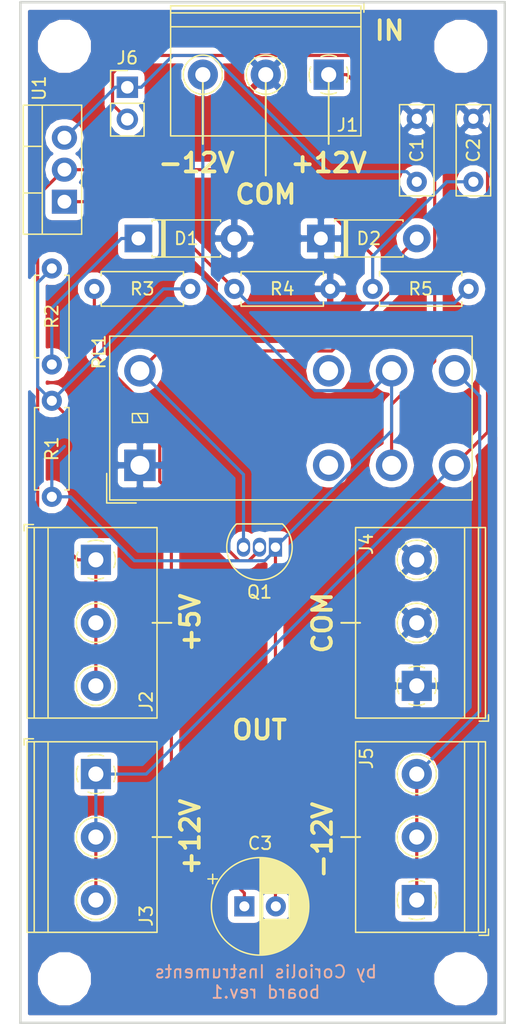
<source format=kicad_pcb>
(kicad_pcb (version 20171130) (host pcbnew "(5.0.0)")

  (general
    (thickness 1.6)
    (drawings 22)
    (tracks 101)
    (zones 0)
    (modules 23)
    (nets 13)
  )

  (page A4)
  (layers
    (0 F.Cu signal)
    (31 B.Cu signal)
    (32 B.Adhes user)
    (33 F.Adhes user)
    (34 B.Paste user)
    (35 F.Paste user)
    (36 B.SilkS user)
    (37 F.SilkS user)
    (38 B.Mask user)
    (39 F.Mask user)
    (40 Dwgs.User user)
    (41 Cmts.User user)
    (42 Eco1.User user)
    (43 Eco2.User user)
    (44 Edge.Cuts user)
    (45 Margin user)
    (46 B.CrtYd user hide)
    (47 F.CrtYd user)
    (48 B.Fab user hide)
    (49 F.Fab user hide)
  )

  (setup
    (last_trace_width 0.25)
    (trace_clearance 0.2)
    (zone_clearance 0.508)
    (zone_45_only no)
    (trace_min 0.2)
    (segment_width 1)
    (edge_width 0.15)
    (via_size 0.8)
    (via_drill 0.4)
    (via_min_size 0.4)
    (via_min_drill 0.3)
    (uvia_size 0.3)
    (uvia_drill 0.1)
    (uvias_allowed no)
    (uvia_min_size 0.2)
    (uvia_min_drill 0.1)
    (pcb_text_width 0.3)
    (pcb_text_size 1.5 1.5)
    (mod_edge_width 0.15)
    (mod_text_size 1 1)
    (mod_text_width 0.15)
    (pad_size 1.524 1.524)
    (pad_drill 0.762)
    (pad_to_mask_clearance 0.2)
    (aux_axis_origin 0 0)
    (visible_elements 7FFFFFFF)
    (pcbplotparams
      (layerselection 0x010fc_ffffffff)
      (usegerberextensions false)
      (usegerberattributes false)
      (usegerberadvancedattributes false)
      (creategerberjobfile false)
      (excludeedgelayer true)
      (linewidth 0.100000)
      (plotframeref false)
      (viasonmask false)
      (mode 1)
      (useauxorigin false)
      (hpglpennumber 1)
      (hpglpenspeed 20)
      (hpglpendiameter 15.000000)
      (psnegative false)
      (psa4output false)
      (plotreference true)
      (plotvalue true)
      (plotinvisibletext false)
      (padsonsilk false)
      (subtractmaskfromsilk false)
      (outputformat 1)
      (mirror false)
      (drillshape 0)
      (scaleselection 1)
      (outputdirectory "gerbers/"))
  )

  (net 0 "")
  (net 1 /+12_in)
  (net 2 /+5_out)
  (net 3 "Net-(C3-Pad1)")
  (net 4 "Net-(D1-Pad1)")
  (net 5 "Net-(D2-Pad2)")
  (net 6 /+12_out)
  (net 7 "Net-(Q1-Pad2)")
  (net 8 "Net-(R4-Pad1)")
  (net 9 /COM)
  (net 10 /-12_in)
  (net 11 /-12_out)
  (net 12 "Net-(C1-Pad1)")

  (net_class Default "Dit is de standaard class."
    (clearance 0.2)
    (trace_width 0.25)
    (via_dia 0.8)
    (via_drill 0.4)
    (uvia_dia 0.3)
    (uvia_drill 0.1)
    (add_net /+12_in)
    (add_net /+12_out)
    (add_net /+5_out)
    (add_net /-12_in)
    (add_net /-12_out)
    (add_net /COM)
    (add_net "Net-(C1-Pad1)")
    (add_net "Net-(C3-Pad1)")
    (add_net "Net-(D1-Pad1)")
    (add_net "Net-(D2-Pad2)")
    (add_net "Net-(Q1-Pad2)")
    (add_net "Net-(R4-Pad1)")
  )

  (module Resistor_THT:R_Axial_DIN0207_L6.3mm_D2.5mm_P7.62mm_Horizontal (layer F.Cu) (tedit 5AE5139B) (tstamp 5BFC10A0)
    (at 23.38 40)
    (descr "Resistor, Axial_DIN0207 series, Axial, Horizontal, pin pitch=7.62mm, 0.25W = 1/4W, length*diameter=6.3*2.5mm^2, http://cdn-reichelt.de/documents/datenblatt/B400/1_4W%23YAG.pdf")
    (tags "Resistor Axial_DIN0207 series Axial Horizontal pin pitch 7.62mm 0.25W = 1/4W length 6.3mm diameter 2.5mm")
    (path /5BE1F8D5)
    (fp_text reference R3 (at 3.81 0) (layer F.SilkS)
      (effects (font (size 1 1) (thickness 0.15)))
    )
    (fp_text value 20K (at 3.81 2.31) (layer F.Fab)
      (effects (font (size 1 1) (thickness 0.15)))
    )
    (fp_line (start 0.66 -1.25) (end 0.66 1.25) (layer F.Fab) (width 0.1))
    (fp_line (start 0.66 1.25) (end 6.96 1.25) (layer F.Fab) (width 0.1))
    (fp_line (start 6.96 1.25) (end 6.96 -1.25) (layer F.Fab) (width 0.1))
    (fp_line (start 6.96 -1.25) (end 0.66 -1.25) (layer F.Fab) (width 0.1))
    (fp_line (start 0 0) (end 0.66 0) (layer F.Fab) (width 0.1))
    (fp_line (start 7.62 0) (end 6.96 0) (layer F.Fab) (width 0.1))
    (fp_line (start 0.54 -1.04) (end 0.54 -1.37) (layer F.SilkS) (width 0.12))
    (fp_line (start 0.54 -1.37) (end 7.08 -1.37) (layer F.SilkS) (width 0.12))
    (fp_line (start 7.08 -1.37) (end 7.08 -1.04) (layer F.SilkS) (width 0.12))
    (fp_line (start 0.54 1.04) (end 0.54 1.37) (layer F.SilkS) (width 0.12))
    (fp_line (start 0.54 1.37) (end 7.08 1.37) (layer F.SilkS) (width 0.12))
    (fp_line (start 7.08 1.37) (end 7.08 1.04) (layer F.SilkS) (width 0.12))
    (fp_line (start -1.05 -1.5) (end -1.05 1.5) (layer F.CrtYd) (width 0.05))
    (fp_line (start -1.05 1.5) (end 8.67 1.5) (layer F.CrtYd) (width 0.05))
    (fp_line (start 8.67 1.5) (end 8.67 -1.5) (layer F.CrtYd) (width 0.05))
    (fp_line (start 8.67 -1.5) (end -1.05 -1.5) (layer F.CrtYd) (width 0.05))
    (fp_text user %R (at 3.81 0) (layer F.Fab)
      (effects (font (size 1 1) (thickness 0.15)))
    )
    (pad 1 thru_hole circle (at 0 0) (size 1.6 1.6) (drill 0.8) (layers *.Cu *.Mask)
      (net 7 "Net-(Q1-Pad2)"))
    (pad 2 thru_hole oval (at 7.62 0) (size 1.6 1.6) (drill 0.8) (layers *.Cu *.Mask)
      (net 3 "Net-(C3-Pad1)"))
    (model ${KISYS3DMOD}/Resistor_THT.3dshapes/R_Axial_DIN0207_L6.3mm_D2.5mm_P7.62mm_Horizontal.wrl
      (at (xyz 0 0 0))
      (scale (xyz 1 1 1))
      (rotate (xyz 0 0 0))
    )
  )

  (module Resistor_THT:R_Axial_DIN0207_L6.3mm_D2.5mm_P7.62mm_Horizontal (layer F.Cu) (tedit 5AE5139B) (tstamp 5BFC108A)
    (at 20 38.38 270)
    (descr "Resistor, Axial_DIN0207 series, Axial, Horizontal, pin pitch=7.62mm, 0.25W = 1/4W, length*diameter=6.3*2.5mm^2, http://cdn-reichelt.de/documents/datenblatt/B400/1_4W%23YAG.pdf")
    (tags "Resistor Axial_DIN0207 series Axial Horizontal pin pitch 7.62mm 0.25W = 1/4W length 6.3mm diameter 2.5mm")
    (path /5BE2B75B)
    (fp_text reference R2 (at 3.81 0 270) (layer F.SilkS)
      (effects (font (size 1 1) (thickness 0.15)))
    )
    (fp_text value 20K (at 3.81 2.31 270) (layer F.Fab)
      (effects (font (size 1 1) (thickness 0.15)))
    )
    (fp_text user %R (at 3.81 0 270) (layer F.Fab)
      (effects (font (size 1 1) (thickness 0.15)))
    )
    (fp_line (start 8.67 -1.5) (end -1.05 -1.5) (layer F.CrtYd) (width 0.05))
    (fp_line (start 8.67 1.5) (end 8.67 -1.5) (layer F.CrtYd) (width 0.05))
    (fp_line (start -1.05 1.5) (end 8.67 1.5) (layer F.CrtYd) (width 0.05))
    (fp_line (start -1.05 -1.5) (end -1.05 1.5) (layer F.CrtYd) (width 0.05))
    (fp_line (start 7.08 1.37) (end 7.08 1.04) (layer F.SilkS) (width 0.12))
    (fp_line (start 0.54 1.37) (end 7.08 1.37) (layer F.SilkS) (width 0.12))
    (fp_line (start 0.54 1.04) (end 0.54 1.37) (layer F.SilkS) (width 0.12))
    (fp_line (start 7.08 -1.37) (end 7.08 -1.04) (layer F.SilkS) (width 0.12))
    (fp_line (start 0.54 -1.37) (end 7.08 -1.37) (layer F.SilkS) (width 0.12))
    (fp_line (start 0.54 -1.04) (end 0.54 -1.37) (layer F.SilkS) (width 0.12))
    (fp_line (start 7.62 0) (end 6.96 0) (layer F.Fab) (width 0.1))
    (fp_line (start 0 0) (end 0.66 0) (layer F.Fab) (width 0.1))
    (fp_line (start 6.96 -1.25) (end 0.66 -1.25) (layer F.Fab) (width 0.1))
    (fp_line (start 6.96 1.25) (end 6.96 -1.25) (layer F.Fab) (width 0.1))
    (fp_line (start 0.66 1.25) (end 6.96 1.25) (layer F.Fab) (width 0.1))
    (fp_line (start 0.66 -1.25) (end 0.66 1.25) (layer F.Fab) (width 0.1))
    (pad 2 thru_hole oval (at 7.62 0 270) (size 1.6 1.6) (drill 0.8) (layers *.Cu *.Mask)
      (net 4 "Net-(D1-Pad1)"))
    (pad 1 thru_hole circle (at 0 0 270) (size 1.6 1.6) (drill 0.8) (layers *.Cu *.Mask)
      (net 3 "Net-(C3-Pad1)"))
    (model ${KISYS3DMOD}/Resistor_THT.3dshapes/R_Axial_DIN0207_L6.3mm_D2.5mm_P7.62mm_Horizontal.wrl
      (at (xyz 0 0 0))
      (scale (xyz 1 1 1))
      (rotate (xyz 0 0 0))
    )
  )

  (module TerminalBlock_Philmore:TerminalBlock_Philmore_TB133_1x03_P5.00mm_Horizontal (layer F.Cu) (tedit 5B294EAF) (tstamp 5BF42307)
    (at 23.5 78.5 270)
    (descr "Terminal Block Philmore , 3 pins, pitch 5mm, size 15x10.2mm^2, drill diamater 1.2mm, pad diameter 2.4mm, see http://www.philmore-datak.com/mc/Page%20197.pdf, script-generated using https://github.com/pointhi/kicad-footprint-generator/scripts/TerminalBlock_Philmore")
    (tags "THT Terminal Block Philmore  pitch 5mm size 15x10.2mm^2 drill 1.2mm pad 2.4mm")
    (path /5BE176AD)
    (fp_text reference J3 (at 11.25 -4 270) (layer F.SilkS)
      (effects (font (size 1 1) (thickness 0.15)))
    )
    (fp_text value Conn_01x03_Male (at 5 6.46 270) (layer F.Fab)
      (effects (font (size 1 1) (thickness 0.15)))
    )
    (fp_text user %R (at 5 2.8 270) (layer F.Fab)
      (effects (font (size 1 1) (thickness 0.15)))
    )
    (fp_line (start 13 -5.3) (end -3 -5.3) (layer F.CrtYd) (width 0.05))
    (fp_line (start 13 5.9) (end 13 -5.3) (layer F.CrtYd) (width 0.05))
    (fp_line (start -3 5.9) (end 13 5.9) (layer F.CrtYd) (width 0.05))
    (fp_line (start -3 -5.3) (end -3 5.9) (layer F.CrtYd) (width 0.05))
    (fp_line (start -2.8 5.7) (end -2.3 5.7) (layer F.SilkS) (width 0.12))
    (fp_line (start -2.8 4.96) (end -2.8 5.7) (layer F.SilkS) (width 0.12))
    (fp_line (start 8.9 0.069) (end 8.9 -0.069) (layer F.Fab) (width 0.1))
    (fp_line (start 9.931 0.069) (end 8.9 0.069) (layer F.Fab) (width 0.1))
    (fp_line (start 9.931 1.1) (end 9.931 0.069) (layer F.Fab) (width 0.1))
    (fp_line (start 10.069 1.1) (end 9.931 1.1) (layer F.Fab) (width 0.1))
    (fp_line (start 10.069 0.069) (end 10.069 1.1) (layer F.Fab) (width 0.1))
    (fp_line (start 11.1 0.069) (end 10.069 0.069) (layer F.Fab) (width 0.1))
    (fp_line (start 11.1 -0.069) (end 11.1 0.069) (layer F.Fab) (width 0.1))
    (fp_line (start 10.069 -0.069) (end 11.1 -0.069) (layer F.Fab) (width 0.1))
    (fp_line (start 10.069 -1.1) (end 10.069 -0.069) (layer F.Fab) (width 0.1))
    (fp_line (start 9.931 -1.1) (end 10.069 -1.1) (layer F.Fab) (width 0.1))
    (fp_line (start 9.931 -0.069) (end 9.931 -1.1) (layer F.Fab) (width 0.1))
    (fp_line (start 8.9 -0.069) (end 9.931 -0.069) (layer F.Fab) (width 0.1))
    (fp_line (start 3.9 0.069) (end 3.9 -0.069) (layer F.Fab) (width 0.1))
    (fp_line (start 4.931 0.069) (end 3.9 0.069) (layer F.Fab) (width 0.1))
    (fp_line (start 4.931 1.1) (end 4.931 0.069) (layer F.Fab) (width 0.1))
    (fp_line (start 5.069 1.1) (end 4.931 1.1) (layer F.Fab) (width 0.1))
    (fp_line (start 5.069 0.069) (end 5.069 1.1) (layer F.Fab) (width 0.1))
    (fp_line (start 6.1 0.069) (end 5.069 0.069) (layer F.Fab) (width 0.1))
    (fp_line (start 6.1 -0.069) (end 6.1 0.069) (layer F.Fab) (width 0.1))
    (fp_line (start 5.069 -0.069) (end 6.1 -0.069) (layer F.Fab) (width 0.1))
    (fp_line (start 5.069 -1.1) (end 5.069 -0.069) (layer F.Fab) (width 0.1))
    (fp_line (start 4.931 -1.1) (end 5.069 -1.1) (layer F.Fab) (width 0.1))
    (fp_line (start 4.931 -0.069) (end 4.931 -1.1) (layer F.Fab) (width 0.1))
    (fp_line (start 3.9 -0.069) (end 4.931 -0.069) (layer F.Fab) (width 0.1))
    (fp_line (start -1.1 0.069) (end -1.1 -0.069) (layer F.Fab) (width 0.1))
    (fp_line (start -0.069 0.069) (end -1.1 0.069) (layer F.Fab) (width 0.1))
    (fp_line (start -0.069 1.1) (end -0.069 0.069) (layer F.Fab) (width 0.1))
    (fp_line (start 0.069 1.1) (end -0.069 1.1) (layer F.Fab) (width 0.1))
    (fp_line (start 0.069 0.069) (end 0.069 1.1) (layer F.Fab) (width 0.1))
    (fp_line (start 1.1 0.069) (end 0.069 0.069) (layer F.Fab) (width 0.1))
    (fp_line (start 1.1 -0.069) (end 1.1 0.069) (layer F.Fab) (width 0.1))
    (fp_line (start 0.069 -0.069) (end 1.1 -0.069) (layer F.Fab) (width 0.1))
    (fp_line (start 0.069 -1.1) (end 0.069 -0.069) (layer F.Fab) (width 0.1))
    (fp_line (start -0.069 -1.1) (end 0.069 -1.1) (layer F.Fab) (width 0.1))
    (fp_line (start -0.069 -0.069) (end -0.069 -1.1) (layer F.Fab) (width 0.1))
    (fp_line (start -1.1 -0.069) (end -0.069 -0.069) (layer F.Fab) (width 0.1))
    (fp_line (start 12.56 -4.86) (end 12.56 5.46) (layer F.SilkS) (width 0.12))
    (fp_line (start -2.56 -4.86) (end -2.56 5.46) (layer F.SilkS) (width 0.12))
    (fp_line (start -2.56 5.46) (end 12.56 5.46) (layer F.SilkS) (width 0.12))
    (fp_line (start -2.56 -4.86) (end 12.56 -4.86) (layer F.SilkS) (width 0.12))
    (fp_line (start -2.56 3.8) (end 12.56 3.8) (layer F.SilkS) (width 0.12))
    (fp_line (start -2.5 3.8) (end 12.5 3.8) (layer F.Fab) (width 0.1))
    (fp_line (start -2.56 4.9) (end 12.56 4.9) (layer F.SilkS) (width 0.12))
    (fp_line (start -2.5 4.9) (end 12.5 4.9) (layer F.Fab) (width 0.1))
    (fp_line (start -2.5 4.9) (end -2.5 -4.8) (layer F.Fab) (width 0.1))
    (fp_line (start -2 5.4) (end -2.5 4.9) (layer F.Fab) (width 0.1))
    (fp_line (start 12.5 5.4) (end -2 5.4) (layer F.Fab) (width 0.1))
    (fp_line (start 12.5 -4.8) (end 12.5 5.4) (layer F.Fab) (width 0.1))
    (fp_line (start -2.5 -4.8) (end 12.5 -4.8) (layer F.Fab) (width 0.1))
    (fp_circle (center 10 0) (end 11.555 0) (layer F.SilkS) (width 0.12))
    (fp_circle (center 10 0) (end 11.375 0) (layer F.Fab) (width 0.1))
    (fp_circle (center 5 0) (end 6.555 0) (layer F.SilkS) (width 0.12))
    (fp_circle (center 5 0) (end 6.375 0) (layer F.Fab) (width 0.1))
    (fp_circle (center 0 0) (end 1.375 0) (layer F.Fab) (width 0.1))
    (fp_arc (start 0 0) (end -0.608 1.432) (angle -24) (layer F.SilkS) (width 0.12))
    (fp_arc (start 0 0) (end -1.432 -0.608) (angle -46) (layer F.SilkS) (width 0.12))
    (fp_arc (start 0 0) (end 0.608 -1.432) (angle -46) (layer F.SilkS) (width 0.12))
    (fp_arc (start 0 0) (end 1.432 0.608) (angle -46) (layer F.SilkS) (width 0.12))
    (fp_arc (start 0 0) (end 0 1.555) (angle -23) (layer F.SilkS) (width 0.12))
    (pad 3 thru_hole circle (at 10 0 270) (size 2.4 2.4) (drill 1.2) (layers *.Cu *.Mask)
      (net 6 /+12_out))
    (pad 2 thru_hole circle (at 5 0 270) (size 2.4 2.4) (drill 1.2) (layers *.Cu *.Mask)
      (net 6 /+12_out))
    (pad 1 thru_hole rect (at 0 0 270) (size 2.4 2.4) (drill 1.2) (layers *.Cu *.Mask)
      (net 6 /+12_out))
    (model ${KISYS3DMOD}/TerminalBlock_Philmore.3dshapes/TerminalBlock_Philmore_TB133_1x03_P5.00mm_Horizontal.wrl
      (at (xyz 0 0 0))
      (scale (xyz 1 1 1))
      (rotate (xyz 0 0 0))
    )
  )

  (module Package_TO_SOT_THT:TO-220-3_Vertical (layer F.Cu) (tedit 5AC8BA0D) (tstamp 5C068716)
    (at 21 33.08 90)
    (descr "TO-220-3, Vertical, RM 2.54mm, see https://www.vishay.com/docs/66542/to-220-1.pdf")
    (tags "TO-220-3 Vertical RM 2.54mm")
    (path /5BE2D996)
    (fp_text reference U1 (at 9 -2 90) (layer F.SilkS)
      (effects (font (size 1 1) (thickness 0.15)))
    )
    (fp_text value LM317_3PinPackage (at 2.54 2.5 90) (layer F.Fab)
      (effects (font (size 1 1) (thickness 0.15)))
    )
    (fp_line (start -2.46 -3.15) (end -2.46 1.25) (layer F.Fab) (width 0.1))
    (fp_line (start -2.46 1.25) (end 7.54 1.25) (layer F.Fab) (width 0.1))
    (fp_line (start 7.54 1.25) (end 7.54 -3.15) (layer F.Fab) (width 0.1))
    (fp_line (start 7.54 -3.15) (end -2.46 -3.15) (layer F.Fab) (width 0.1))
    (fp_line (start -2.46 -1.88) (end 7.54 -1.88) (layer F.Fab) (width 0.1))
    (fp_line (start 0.69 -3.15) (end 0.69 -1.88) (layer F.Fab) (width 0.1))
    (fp_line (start 4.39 -3.15) (end 4.39 -1.88) (layer F.Fab) (width 0.1))
    (fp_line (start -2.58 -3.27) (end 7.66 -3.27) (layer F.SilkS) (width 0.12))
    (fp_line (start -2.58 1.371) (end 7.66 1.371) (layer F.SilkS) (width 0.12))
    (fp_line (start -2.58 -3.27) (end -2.58 1.371) (layer F.SilkS) (width 0.12))
    (fp_line (start 7.66 -3.27) (end 7.66 1.371) (layer F.SilkS) (width 0.12))
    (fp_line (start -2.58 -1.76) (end 7.66 -1.76) (layer F.SilkS) (width 0.12))
    (fp_line (start 0.69 -3.27) (end 0.69 -1.76) (layer F.SilkS) (width 0.12))
    (fp_line (start 4.391 -3.27) (end 4.391 -1.76) (layer F.SilkS) (width 0.12))
    (fp_line (start -2.71 -3.4) (end -2.71 1.51) (layer F.CrtYd) (width 0.05))
    (fp_line (start -2.71 1.51) (end 7.79 1.51) (layer F.CrtYd) (width 0.05))
    (fp_line (start 7.79 1.51) (end 7.79 -3.4) (layer F.CrtYd) (width 0.05))
    (fp_line (start 7.79 -3.4) (end -2.71 -3.4) (layer F.CrtYd) (width 0.05))
    (fp_text user %R (at 2.54 -4.27 90) (layer F.Fab)
      (effects (font (size 1 1) (thickness 0.15)))
    )
    (pad 1 thru_hole rect (at 0 0 90) (size 1.905 2) (drill 1.1) (layers *.Cu *.Mask)
      (net 8 "Net-(R4-Pad1)"))
    (pad 2 thru_hole oval (at 2.54 0 90) (size 1.905 2) (drill 1.1) (layers *.Cu *.Mask)
      (net 2 /+5_out))
    (pad 3 thru_hole oval (at 5.08 0 90) (size 1.905 2) (drill 1.1) (layers *.Cu *.Mask)
      (net 12 "Net-(C1-Pad1)"))
    (model ${KISYS3DMOD}/Package_TO_SOT_THT.3dshapes/TO-220-3_Vertical.wrl
      (at (xyz 0 0 0))
      (scale (xyz 1 1 1))
      (rotate (xyz 0 0 0))
    )
  )

  (module TerminalBlock_Philmore:TerminalBlock_Philmore_TB133_1x03_P5.00mm_Horizontal (layer F.Cu) (tedit 5B294EAF) (tstamp 5BF42284)
    (at 23.5 61.5 270)
    (descr "Terminal Block Philmore , 3 pins, pitch 5mm, size 15x10.2mm^2, drill diamater 1.2mm, pad diameter 2.4mm, see http://www.philmore-datak.com/mc/Page%20197.pdf, script-generated using https://github.com/pointhi/kicad-footprint-generator/scripts/TerminalBlock_Philmore")
    (tags "THT Terminal Block Philmore  pitch 5mm size 15x10.2mm^2 drill 1.2mm pad 2.4mm")
    (path /5BE17659)
    (fp_text reference J2 (at 11.25 -4 270) (layer F.SilkS)
      (effects (font (size 1 1) (thickness 0.15)))
    )
    (fp_text value Conn_01x03_Male (at 5 6.46 270) (layer F.Fab)
      (effects (font (size 1 1) (thickness 0.15)))
    )
    (fp_text user %R (at 5 2.8 270) (layer F.Fab)
      (effects (font (size 1 1) (thickness 0.15)))
    )
    (fp_line (start 13 -5.3) (end -3 -5.3) (layer F.CrtYd) (width 0.05))
    (fp_line (start 13 5.9) (end 13 -5.3) (layer F.CrtYd) (width 0.05))
    (fp_line (start -3 5.9) (end 13 5.9) (layer F.CrtYd) (width 0.05))
    (fp_line (start -3 -5.3) (end -3 5.9) (layer F.CrtYd) (width 0.05))
    (fp_line (start -2.8 5.7) (end -2.3 5.7) (layer F.SilkS) (width 0.12))
    (fp_line (start -2.8 4.96) (end -2.8 5.7) (layer F.SilkS) (width 0.12))
    (fp_line (start 8.9 0.069) (end 8.9 -0.069) (layer F.Fab) (width 0.1))
    (fp_line (start 9.931 0.069) (end 8.9 0.069) (layer F.Fab) (width 0.1))
    (fp_line (start 9.931 1.1) (end 9.931 0.069) (layer F.Fab) (width 0.1))
    (fp_line (start 10.069 1.1) (end 9.931 1.1) (layer F.Fab) (width 0.1))
    (fp_line (start 10.069 0.069) (end 10.069 1.1) (layer F.Fab) (width 0.1))
    (fp_line (start 11.1 0.069) (end 10.069 0.069) (layer F.Fab) (width 0.1))
    (fp_line (start 11.1 -0.069) (end 11.1 0.069) (layer F.Fab) (width 0.1))
    (fp_line (start 10.069 -0.069) (end 11.1 -0.069) (layer F.Fab) (width 0.1))
    (fp_line (start 10.069 -1.1) (end 10.069 -0.069) (layer F.Fab) (width 0.1))
    (fp_line (start 9.931 -1.1) (end 10.069 -1.1) (layer F.Fab) (width 0.1))
    (fp_line (start 9.931 -0.069) (end 9.931 -1.1) (layer F.Fab) (width 0.1))
    (fp_line (start 8.9 -0.069) (end 9.931 -0.069) (layer F.Fab) (width 0.1))
    (fp_line (start 3.9 0.069) (end 3.9 -0.069) (layer F.Fab) (width 0.1))
    (fp_line (start 4.931 0.069) (end 3.9 0.069) (layer F.Fab) (width 0.1))
    (fp_line (start 4.931 1.1) (end 4.931 0.069) (layer F.Fab) (width 0.1))
    (fp_line (start 5.069 1.1) (end 4.931 1.1) (layer F.Fab) (width 0.1))
    (fp_line (start 5.069 0.069) (end 5.069 1.1) (layer F.Fab) (width 0.1))
    (fp_line (start 6.1 0.069) (end 5.069 0.069) (layer F.Fab) (width 0.1))
    (fp_line (start 6.1 -0.069) (end 6.1 0.069) (layer F.Fab) (width 0.1))
    (fp_line (start 5.069 -0.069) (end 6.1 -0.069) (layer F.Fab) (width 0.1))
    (fp_line (start 5.069 -1.1) (end 5.069 -0.069) (layer F.Fab) (width 0.1))
    (fp_line (start 4.931 -1.1) (end 5.069 -1.1) (layer F.Fab) (width 0.1))
    (fp_line (start 4.931 -0.069) (end 4.931 -1.1) (layer F.Fab) (width 0.1))
    (fp_line (start 3.9 -0.069) (end 4.931 -0.069) (layer F.Fab) (width 0.1))
    (fp_line (start -1.1 0.069) (end -1.1 -0.069) (layer F.Fab) (width 0.1))
    (fp_line (start -0.069 0.069) (end -1.1 0.069) (layer F.Fab) (width 0.1))
    (fp_line (start -0.069 1.1) (end -0.069 0.069) (layer F.Fab) (width 0.1))
    (fp_line (start 0.069 1.1) (end -0.069 1.1) (layer F.Fab) (width 0.1))
    (fp_line (start 0.069 0.069) (end 0.069 1.1) (layer F.Fab) (width 0.1))
    (fp_line (start 1.1 0.069) (end 0.069 0.069) (layer F.Fab) (width 0.1))
    (fp_line (start 1.1 -0.069) (end 1.1 0.069) (layer F.Fab) (width 0.1))
    (fp_line (start 0.069 -0.069) (end 1.1 -0.069) (layer F.Fab) (width 0.1))
    (fp_line (start 0.069 -1.1) (end 0.069 -0.069) (layer F.Fab) (width 0.1))
    (fp_line (start -0.069 -1.1) (end 0.069 -1.1) (layer F.Fab) (width 0.1))
    (fp_line (start -0.069 -0.069) (end -0.069 -1.1) (layer F.Fab) (width 0.1))
    (fp_line (start -1.1 -0.069) (end -0.069 -0.069) (layer F.Fab) (width 0.1))
    (fp_line (start 12.56 -4.86) (end 12.56 5.46) (layer F.SilkS) (width 0.12))
    (fp_line (start -2.56 -4.86) (end -2.56 5.46) (layer F.SilkS) (width 0.12))
    (fp_line (start -2.56 5.46) (end 12.56 5.46) (layer F.SilkS) (width 0.12))
    (fp_line (start -2.56 -4.86) (end 12.56 -4.86) (layer F.SilkS) (width 0.12))
    (fp_line (start -2.56 3.8) (end 12.56 3.8) (layer F.SilkS) (width 0.12))
    (fp_line (start -2.5 3.8) (end 12.5 3.8) (layer F.Fab) (width 0.1))
    (fp_line (start -2.56 4.9) (end 12.56 4.9) (layer F.SilkS) (width 0.12))
    (fp_line (start -2.5 4.9) (end 12.5 4.9) (layer F.Fab) (width 0.1))
    (fp_line (start -2.5 4.9) (end -2.5 -4.8) (layer F.Fab) (width 0.1))
    (fp_line (start -2 5.4) (end -2.5 4.9) (layer F.Fab) (width 0.1))
    (fp_line (start 12.5 5.4) (end -2 5.4) (layer F.Fab) (width 0.1))
    (fp_line (start 12.5 -4.8) (end 12.5 5.4) (layer F.Fab) (width 0.1))
    (fp_line (start -2.5 -4.8) (end 12.5 -4.8) (layer F.Fab) (width 0.1))
    (fp_circle (center 10 0) (end 11.555 0) (layer F.SilkS) (width 0.12))
    (fp_circle (center 10 0) (end 11.375 0) (layer F.Fab) (width 0.1))
    (fp_circle (center 5 0) (end 6.555 0) (layer F.SilkS) (width 0.12))
    (fp_circle (center 5 0) (end 6.375 0) (layer F.Fab) (width 0.1))
    (fp_circle (center 0 0) (end 1.375 0) (layer F.Fab) (width 0.1))
    (fp_arc (start 0 0) (end -0.608 1.432) (angle -24) (layer F.SilkS) (width 0.12))
    (fp_arc (start 0 0) (end -1.432 -0.608) (angle -46) (layer F.SilkS) (width 0.12))
    (fp_arc (start 0 0) (end 0.608 -1.432) (angle -46) (layer F.SilkS) (width 0.12))
    (fp_arc (start 0 0) (end 1.432 0.608) (angle -46) (layer F.SilkS) (width 0.12))
    (fp_arc (start 0 0) (end 0 1.555) (angle -23) (layer F.SilkS) (width 0.12))
    (pad 3 thru_hole circle (at 10 0 270) (size 2.4 2.4) (drill 1.2) (layers *.Cu *.Mask)
      (net 2 /+5_out))
    (pad 2 thru_hole circle (at 5 0 270) (size 2.4 2.4) (drill 1.2) (layers *.Cu *.Mask)
      (net 2 /+5_out))
    (pad 1 thru_hole rect (at 0 0 270) (size 2.4 2.4) (drill 1.2) (layers *.Cu *.Mask)
      (net 2 /+5_out))
    (model ${KISYS3DMOD}/TerminalBlock_Philmore.3dshapes/TerminalBlock_Philmore_TB133_1x03_P5.00mm_Horizontal.wrl
      (at (xyz 0 0 0))
      (scale (xyz 1 1 1))
      (rotate (xyz 0 0 0))
    )
  )

  (module TerminalBlock_Philmore:TerminalBlock_Philmore_TB133_1x03_P5.00mm_Horizontal (layer F.Cu) (tedit 5B294EAF) (tstamp 5BF4238A)
    (at 49 71.5 90)
    (descr "Terminal Block Philmore , 3 pins, pitch 5mm, size 15x10.2mm^2, drill diamater 1.2mm, pad diameter 2.4mm, see http://www.philmore-datak.com/mc/Page%20197.pdf, script-generated using https://github.com/pointhi/kicad-footprint-generator/scripts/TerminalBlock_Philmore")
    (tags "THT Terminal Block Philmore  pitch 5mm size 15x10.2mm^2 drill 1.2mm pad 2.4mm")
    (path /5BE176D5)
    (fp_text reference J4 (at 11.25 -4 90) (layer F.SilkS)
      (effects (font (size 1 1) (thickness 0.15)))
    )
    (fp_text value Conn_01x03_Male (at 5 6.46 90) (layer F.Fab)
      (effects (font (size 1 1) (thickness 0.15)))
    )
    (fp_text user %R (at 5 2.8 90) (layer F.Fab)
      (effects (font (size 1 1) (thickness 0.15)))
    )
    (fp_line (start 13 -5.3) (end -3 -5.3) (layer F.CrtYd) (width 0.05))
    (fp_line (start 13 5.9) (end 13 -5.3) (layer F.CrtYd) (width 0.05))
    (fp_line (start -3 5.9) (end 13 5.9) (layer F.CrtYd) (width 0.05))
    (fp_line (start -3 -5.3) (end -3 5.9) (layer F.CrtYd) (width 0.05))
    (fp_line (start -2.8 5.7) (end -2.3 5.7) (layer F.SilkS) (width 0.12))
    (fp_line (start -2.8 4.96) (end -2.8 5.7) (layer F.SilkS) (width 0.12))
    (fp_line (start 8.9 0.069) (end 8.9 -0.069) (layer F.Fab) (width 0.1))
    (fp_line (start 9.931 0.069) (end 8.9 0.069) (layer F.Fab) (width 0.1))
    (fp_line (start 9.931 1.1) (end 9.931 0.069) (layer F.Fab) (width 0.1))
    (fp_line (start 10.069 1.1) (end 9.931 1.1) (layer F.Fab) (width 0.1))
    (fp_line (start 10.069 0.069) (end 10.069 1.1) (layer F.Fab) (width 0.1))
    (fp_line (start 11.1 0.069) (end 10.069 0.069) (layer F.Fab) (width 0.1))
    (fp_line (start 11.1 -0.069) (end 11.1 0.069) (layer F.Fab) (width 0.1))
    (fp_line (start 10.069 -0.069) (end 11.1 -0.069) (layer F.Fab) (width 0.1))
    (fp_line (start 10.069 -1.1) (end 10.069 -0.069) (layer F.Fab) (width 0.1))
    (fp_line (start 9.931 -1.1) (end 10.069 -1.1) (layer F.Fab) (width 0.1))
    (fp_line (start 9.931 -0.069) (end 9.931 -1.1) (layer F.Fab) (width 0.1))
    (fp_line (start 8.9 -0.069) (end 9.931 -0.069) (layer F.Fab) (width 0.1))
    (fp_line (start 3.9 0.069) (end 3.9 -0.069) (layer F.Fab) (width 0.1))
    (fp_line (start 4.931 0.069) (end 3.9 0.069) (layer F.Fab) (width 0.1))
    (fp_line (start 4.931 1.1) (end 4.931 0.069) (layer F.Fab) (width 0.1))
    (fp_line (start 5.069 1.1) (end 4.931 1.1) (layer F.Fab) (width 0.1))
    (fp_line (start 5.069 0.069) (end 5.069 1.1) (layer F.Fab) (width 0.1))
    (fp_line (start 6.1 0.069) (end 5.069 0.069) (layer F.Fab) (width 0.1))
    (fp_line (start 6.1 -0.069) (end 6.1 0.069) (layer F.Fab) (width 0.1))
    (fp_line (start 5.069 -0.069) (end 6.1 -0.069) (layer F.Fab) (width 0.1))
    (fp_line (start 5.069 -1.1) (end 5.069 -0.069) (layer F.Fab) (width 0.1))
    (fp_line (start 4.931 -1.1) (end 5.069 -1.1) (layer F.Fab) (width 0.1))
    (fp_line (start 4.931 -0.069) (end 4.931 -1.1) (layer F.Fab) (width 0.1))
    (fp_line (start 3.9 -0.069) (end 4.931 -0.069) (layer F.Fab) (width 0.1))
    (fp_line (start -1.1 0.069) (end -1.1 -0.069) (layer F.Fab) (width 0.1))
    (fp_line (start -0.069 0.069) (end -1.1 0.069) (layer F.Fab) (width 0.1))
    (fp_line (start -0.069 1.1) (end -0.069 0.069) (layer F.Fab) (width 0.1))
    (fp_line (start 0.069 1.1) (end -0.069 1.1) (layer F.Fab) (width 0.1))
    (fp_line (start 0.069 0.069) (end 0.069 1.1) (layer F.Fab) (width 0.1))
    (fp_line (start 1.1 0.069) (end 0.069 0.069) (layer F.Fab) (width 0.1))
    (fp_line (start 1.1 -0.069) (end 1.1 0.069) (layer F.Fab) (width 0.1))
    (fp_line (start 0.069 -0.069) (end 1.1 -0.069) (layer F.Fab) (width 0.1))
    (fp_line (start 0.069 -1.1) (end 0.069 -0.069) (layer F.Fab) (width 0.1))
    (fp_line (start -0.069 -1.1) (end 0.069 -1.1) (layer F.Fab) (width 0.1))
    (fp_line (start -0.069 -0.069) (end -0.069 -1.1) (layer F.Fab) (width 0.1))
    (fp_line (start -1.1 -0.069) (end -0.069 -0.069) (layer F.Fab) (width 0.1))
    (fp_line (start 12.56 -4.86) (end 12.56 5.46) (layer F.SilkS) (width 0.12))
    (fp_line (start -2.56 -4.86) (end -2.56 5.46) (layer F.SilkS) (width 0.12))
    (fp_line (start -2.56 5.46) (end 12.56 5.46) (layer F.SilkS) (width 0.12))
    (fp_line (start -2.56 -4.86) (end 12.56 -4.86) (layer F.SilkS) (width 0.12))
    (fp_line (start -2.56 3.8) (end 12.56 3.8) (layer F.SilkS) (width 0.12))
    (fp_line (start -2.5 3.8) (end 12.5 3.8) (layer F.Fab) (width 0.1))
    (fp_line (start -2.56 4.9) (end 12.56 4.9) (layer F.SilkS) (width 0.12))
    (fp_line (start -2.5 4.9) (end 12.5 4.9) (layer F.Fab) (width 0.1))
    (fp_line (start -2.5 4.9) (end -2.5 -4.8) (layer F.Fab) (width 0.1))
    (fp_line (start -2 5.4) (end -2.5 4.9) (layer F.Fab) (width 0.1))
    (fp_line (start 12.5 5.4) (end -2 5.4) (layer F.Fab) (width 0.1))
    (fp_line (start 12.5 -4.8) (end 12.5 5.4) (layer F.Fab) (width 0.1))
    (fp_line (start -2.5 -4.8) (end 12.5 -4.8) (layer F.Fab) (width 0.1))
    (fp_circle (center 10 0) (end 11.555 0) (layer F.SilkS) (width 0.12))
    (fp_circle (center 10 0) (end 11.375 0) (layer F.Fab) (width 0.1))
    (fp_circle (center 5 0) (end 6.555 0) (layer F.SilkS) (width 0.12))
    (fp_circle (center 5 0) (end 6.375 0) (layer F.Fab) (width 0.1))
    (fp_circle (center 0 0) (end 1.375 0) (layer F.Fab) (width 0.1))
    (fp_arc (start 0 0) (end -0.608 1.432) (angle -24) (layer F.SilkS) (width 0.12))
    (fp_arc (start 0 0) (end -1.432 -0.608) (angle -46) (layer F.SilkS) (width 0.12))
    (fp_arc (start 0 0) (end 0.608 -1.432) (angle -46) (layer F.SilkS) (width 0.12))
    (fp_arc (start 0 0) (end 1.432 0.608) (angle -46) (layer F.SilkS) (width 0.12))
    (fp_arc (start 0 0) (end 0 1.555) (angle -23) (layer F.SilkS) (width 0.12))
    (pad 3 thru_hole circle (at 10 0 90) (size 2.4 2.4) (drill 1.2) (layers *.Cu *.Mask)
      (net 9 /COM))
    (pad 2 thru_hole circle (at 5 0 90) (size 2.4 2.4) (drill 1.2) (layers *.Cu *.Mask)
      (net 9 /COM))
    (pad 1 thru_hole rect (at 0 0 90) (size 2.4 2.4) (drill 1.2) (layers *.Cu *.Mask)
      (net 9 /COM))
    (model ${KISYS3DMOD}/TerminalBlock_Philmore.3dshapes/TerminalBlock_Philmore_TB133_1x03_P5.00mm_Horizontal.wrl
      (at (xyz 0 0 0))
      (scale (xyz 1 1 1))
      (rotate (xyz 0 0 0))
    )
  )

  (module TerminalBlock_Philmore:TerminalBlock_Philmore_TB133_1x03_P5.00mm_Horizontal (layer F.Cu) (tedit 5B294EAF) (tstamp 5BF4240D)
    (at 49 88.5 90)
    (descr "Terminal Block Philmore , 3 pins, pitch 5mm, size 15x10.2mm^2, drill diamater 1.2mm, pad diameter 2.4mm, see http://www.philmore-datak.com/mc/Page%20197.pdf, script-generated using https://github.com/pointhi/kicad-footprint-generator/scripts/TerminalBlock_Philmore")
    (tags "THT Terminal Block Philmore  pitch 5mm size 15x10.2mm^2 drill 1.2mm pad 2.4mm")
    (path /5BE17737)
    (fp_text reference J5 (at 11.25 -4 90) (layer F.SilkS)
      (effects (font (size 1 1) (thickness 0.15)))
    )
    (fp_text value Conn_01x03_Male (at 5 6.46 90) (layer F.Fab)
      (effects (font (size 1 1) (thickness 0.15)))
    )
    (fp_text user %R (at 5 2.8 90) (layer F.Fab)
      (effects (font (size 1 1) (thickness 0.15)))
    )
    (fp_line (start 13 -5.3) (end -3 -5.3) (layer F.CrtYd) (width 0.05))
    (fp_line (start 13 5.9) (end 13 -5.3) (layer F.CrtYd) (width 0.05))
    (fp_line (start -3 5.9) (end 13 5.9) (layer F.CrtYd) (width 0.05))
    (fp_line (start -3 -5.3) (end -3 5.9) (layer F.CrtYd) (width 0.05))
    (fp_line (start -2.8 5.7) (end -2.3 5.7) (layer F.SilkS) (width 0.12))
    (fp_line (start -2.8 4.96) (end -2.8 5.7) (layer F.SilkS) (width 0.12))
    (fp_line (start 8.9 0.069) (end 8.9 -0.069) (layer F.Fab) (width 0.1))
    (fp_line (start 9.931 0.069) (end 8.9 0.069) (layer F.Fab) (width 0.1))
    (fp_line (start 9.931 1.1) (end 9.931 0.069) (layer F.Fab) (width 0.1))
    (fp_line (start 10.069 1.1) (end 9.931 1.1) (layer F.Fab) (width 0.1))
    (fp_line (start 10.069 0.069) (end 10.069 1.1) (layer F.Fab) (width 0.1))
    (fp_line (start 11.1 0.069) (end 10.069 0.069) (layer F.Fab) (width 0.1))
    (fp_line (start 11.1 -0.069) (end 11.1 0.069) (layer F.Fab) (width 0.1))
    (fp_line (start 10.069 -0.069) (end 11.1 -0.069) (layer F.Fab) (width 0.1))
    (fp_line (start 10.069 -1.1) (end 10.069 -0.069) (layer F.Fab) (width 0.1))
    (fp_line (start 9.931 -1.1) (end 10.069 -1.1) (layer F.Fab) (width 0.1))
    (fp_line (start 9.931 -0.069) (end 9.931 -1.1) (layer F.Fab) (width 0.1))
    (fp_line (start 8.9 -0.069) (end 9.931 -0.069) (layer F.Fab) (width 0.1))
    (fp_line (start 3.9 0.069) (end 3.9 -0.069) (layer F.Fab) (width 0.1))
    (fp_line (start 4.931 0.069) (end 3.9 0.069) (layer F.Fab) (width 0.1))
    (fp_line (start 4.931 1.1) (end 4.931 0.069) (layer F.Fab) (width 0.1))
    (fp_line (start 5.069 1.1) (end 4.931 1.1) (layer F.Fab) (width 0.1))
    (fp_line (start 5.069 0.069) (end 5.069 1.1) (layer F.Fab) (width 0.1))
    (fp_line (start 6.1 0.069) (end 5.069 0.069) (layer F.Fab) (width 0.1))
    (fp_line (start 6.1 -0.069) (end 6.1 0.069) (layer F.Fab) (width 0.1))
    (fp_line (start 5.069 -0.069) (end 6.1 -0.069) (layer F.Fab) (width 0.1))
    (fp_line (start 5.069 -1.1) (end 5.069 -0.069) (layer F.Fab) (width 0.1))
    (fp_line (start 4.931 -1.1) (end 5.069 -1.1) (layer F.Fab) (width 0.1))
    (fp_line (start 4.931 -0.069) (end 4.931 -1.1) (layer F.Fab) (width 0.1))
    (fp_line (start 3.9 -0.069) (end 4.931 -0.069) (layer F.Fab) (width 0.1))
    (fp_line (start -1.1 0.069) (end -1.1 -0.069) (layer F.Fab) (width 0.1))
    (fp_line (start -0.069 0.069) (end -1.1 0.069) (layer F.Fab) (width 0.1))
    (fp_line (start -0.069 1.1) (end -0.069 0.069) (layer F.Fab) (width 0.1))
    (fp_line (start 0.069 1.1) (end -0.069 1.1) (layer F.Fab) (width 0.1))
    (fp_line (start 0.069 0.069) (end 0.069 1.1) (layer F.Fab) (width 0.1))
    (fp_line (start 1.1 0.069) (end 0.069 0.069) (layer F.Fab) (width 0.1))
    (fp_line (start 1.1 -0.069) (end 1.1 0.069) (layer F.Fab) (width 0.1))
    (fp_line (start 0.069 -0.069) (end 1.1 -0.069) (layer F.Fab) (width 0.1))
    (fp_line (start 0.069 -1.1) (end 0.069 -0.069) (layer F.Fab) (width 0.1))
    (fp_line (start -0.069 -1.1) (end 0.069 -1.1) (layer F.Fab) (width 0.1))
    (fp_line (start -0.069 -0.069) (end -0.069 -1.1) (layer F.Fab) (width 0.1))
    (fp_line (start -1.1 -0.069) (end -0.069 -0.069) (layer F.Fab) (width 0.1))
    (fp_line (start 12.56 -4.86) (end 12.56 5.46) (layer F.SilkS) (width 0.12))
    (fp_line (start -2.56 -4.86) (end -2.56 5.46) (layer F.SilkS) (width 0.12))
    (fp_line (start -2.56 5.46) (end 12.56 5.46) (layer F.SilkS) (width 0.12))
    (fp_line (start -2.56 -4.86) (end 12.56 -4.86) (layer F.SilkS) (width 0.12))
    (fp_line (start -2.56 3.8) (end 12.56 3.8) (layer F.SilkS) (width 0.12))
    (fp_line (start -2.5 3.8) (end 12.5 3.8) (layer F.Fab) (width 0.1))
    (fp_line (start -2.56 4.9) (end 12.56 4.9) (layer F.SilkS) (width 0.12))
    (fp_line (start -2.5 4.9) (end 12.5 4.9) (layer F.Fab) (width 0.1))
    (fp_line (start -2.5 4.9) (end -2.5 -4.8) (layer F.Fab) (width 0.1))
    (fp_line (start -2 5.4) (end -2.5 4.9) (layer F.Fab) (width 0.1))
    (fp_line (start 12.5 5.4) (end -2 5.4) (layer F.Fab) (width 0.1))
    (fp_line (start 12.5 -4.8) (end 12.5 5.4) (layer F.Fab) (width 0.1))
    (fp_line (start -2.5 -4.8) (end 12.5 -4.8) (layer F.Fab) (width 0.1))
    (fp_circle (center 10 0) (end 11.555 0) (layer F.SilkS) (width 0.12))
    (fp_circle (center 10 0) (end 11.375 0) (layer F.Fab) (width 0.1))
    (fp_circle (center 5 0) (end 6.555 0) (layer F.SilkS) (width 0.12))
    (fp_circle (center 5 0) (end 6.375 0) (layer F.Fab) (width 0.1))
    (fp_circle (center 0 0) (end 1.375 0) (layer F.Fab) (width 0.1))
    (fp_arc (start 0 0) (end -0.608 1.432) (angle -24) (layer F.SilkS) (width 0.12))
    (fp_arc (start 0 0) (end -1.432 -0.608) (angle -46) (layer F.SilkS) (width 0.12))
    (fp_arc (start 0 0) (end 0.608 -1.432) (angle -46) (layer F.SilkS) (width 0.12))
    (fp_arc (start 0 0) (end 1.432 0.608) (angle -46) (layer F.SilkS) (width 0.12))
    (fp_arc (start 0 0) (end 0 1.555) (angle -23) (layer F.SilkS) (width 0.12))
    (pad 3 thru_hole circle (at 10 0 90) (size 2.4 2.4) (drill 1.2) (layers *.Cu *.Mask)
      (net 11 /-12_out))
    (pad 2 thru_hole circle (at 5 0 90) (size 2.4 2.4) (drill 1.2) (layers *.Cu *.Mask)
      (net 11 /-12_out))
    (pad 1 thru_hole rect (at 0 0 90) (size 2.4 2.4) (drill 1.2) (layers *.Cu *.Mask)
      (net 11 /-12_out))
    (model ${KISYS3DMOD}/TerminalBlock_Philmore.3dshapes/TerminalBlock_Philmore_TB133_1x03_P5.00mm_Horizontal.wrl
      (at (xyz 0 0 0))
      (scale (xyz 1 1 1))
      (rotate (xyz 0 0 0))
    )
  )

  (module TerminalBlock_Philmore:TerminalBlock_Philmore_TB133_1x03_P5.00mm_Horizontal (layer F.Cu) (tedit 5B294EAF) (tstamp 5BF42201)
    (at 42 23 180)
    (descr "Terminal Block Philmore , 3 pins, pitch 5mm, size 15x10.2mm^2, drill diamater 1.2mm, pad diameter 2.4mm, see http://www.philmore-datak.com/mc/Page%20197.pdf, script-generated using https://github.com/pointhi/kicad-footprint-generator/scripts/TerminalBlock_Philmore")
    (tags "THT Terminal Block Philmore  pitch 5mm size 15x10.2mm^2 drill 1.2mm pad 2.4mm")
    (path /5BE16DCB)
    (fp_text reference J1 (at -1.5 -4 180) (layer F.SilkS)
      (effects (font (size 1 1) (thickness 0.15)))
    )
    (fp_text value Conn_01x03_Male (at 5 6.46 180) (layer F.Fab)
      (effects (font (size 1 1) (thickness 0.15)))
    )
    (fp_text user %R (at 5 2.8 180) (layer F.Fab)
      (effects (font (size 1 1) (thickness 0.15)))
    )
    (fp_line (start 13 -5.3) (end -3 -5.3) (layer F.CrtYd) (width 0.05))
    (fp_line (start 13 5.9) (end 13 -5.3) (layer F.CrtYd) (width 0.05))
    (fp_line (start -3 5.9) (end 13 5.9) (layer F.CrtYd) (width 0.05))
    (fp_line (start -3 -5.3) (end -3 5.9) (layer F.CrtYd) (width 0.05))
    (fp_line (start -2.8 5.7) (end -2.3 5.7) (layer F.SilkS) (width 0.12))
    (fp_line (start -2.8 4.96) (end -2.8 5.7) (layer F.SilkS) (width 0.12))
    (fp_line (start 8.9 0.069) (end 8.9 -0.069) (layer F.Fab) (width 0.1))
    (fp_line (start 9.931 0.069) (end 8.9 0.069) (layer F.Fab) (width 0.1))
    (fp_line (start 9.931 1.1) (end 9.931 0.069) (layer F.Fab) (width 0.1))
    (fp_line (start 10.069 1.1) (end 9.931 1.1) (layer F.Fab) (width 0.1))
    (fp_line (start 10.069 0.069) (end 10.069 1.1) (layer F.Fab) (width 0.1))
    (fp_line (start 11.1 0.069) (end 10.069 0.069) (layer F.Fab) (width 0.1))
    (fp_line (start 11.1 -0.069) (end 11.1 0.069) (layer F.Fab) (width 0.1))
    (fp_line (start 10.069 -0.069) (end 11.1 -0.069) (layer F.Fab) (width 0.1))
    (fp_line (start 10.069 -1.1) (end 10.069 -0.069) (layer F.Fab) (width 0.1))
    (fp_line (start 9.931 -1.1) (end 10.069 -1.1) (layer F.Fab) (width 0.1))
    (fp_line (start 9.931 -0.069) (end 9.931 -1.1) (layer F.Fab) (width 0.1))
    (fp_line (start 8.9 -0.069) (end 9.931 -0.069) (layer F.Fab) (width 0.1))
    (fp_line (start 3.9 0.069) (end 3.9 -0.069) (layer F.Fab) (width 0.1))
    (fp_line (start 4.931 0.069) (end 3.9 0.069) (layer F.Fab) (width 0.1))
    (fp_line (start 4.931 1.1) (end 4.931 0.069) (layer F.Fab) (width 0.1))
    (fp_line (start 5.069 1.1) (end 4.931 1.1) (layer F.Fab) (width 0.1))
    (fp_line (start 5.069 0.069) (end 5.069 1.1) (layer F.Fab) (width 0.1))
    (fp_line (start 6.1 0.069) (end 5.069 0.069) (layer F.Fab) (width 0.1))
    (fp_line (start 6.1 -0.069) (end 6.1 0.069) (layer F.Fab) (width 0.1))
    (fp_line (start 5.069 -0.069) (end 6.1 -0.069) (layer F.Fab) (width 0.1))
    (fp_line (start 5.069 -1.1) (end 5.069 -0.069) (layer F.Fab) (width 0.1))
    (fp_line (start 4.931 -1.1) (end 5.069 -1.1) (layer F.Fab) (width 0.1))
    (fp_line (start 4.931 -0.069) (end 4.931 -1.1) (layer F.Fab) (width 0.1))
    (fp_line (start 3.9 -0.069) (end 4.931 -0.069) (layer F.Fab) (width 0.1))
    (fp_line (start -1.1 0.069) (end -1.1 -0.069) (layer F.Fab) (width 0.1))
    (fp_line (start -0.069 0.069) (end -1.1 0.069) (layer F.Fab) (width 0.1))
    (fp_line (start -0.069 1.1) (end -0.069 0.069) (layer F.Fab) (width 0.1))
    (fp_line (start 0.069 1.1) (end -0.069 1.1) (layer F.Fab) (width 0.1))
    (fp_line (start 0.069 0.069) (end 0.069 1.1) (layer F.Fab) (width 0.1))
    (fp_line (start 1.1 0.069) (end 0.069 0.069) (layer F.Fab) (width 0.1))
    (fp_line (start 1.1 -0.069) (end 1.1 0.069) (layer F.Fab) (width 0.1))
    (fp_line (start 0.069 -0.069) (end 1.1 -0.069) (layer F.Fab) (width 0.1))
    (fp_line (start 0.069 -1.1) (end 0.069 -0.069) (layer F.Fab) (width 0.1))
    (fp_line (start -0.069 -1.1) (end 0.069 -1.1) (layer F.Fab) (width 0.1))
    (fp_line (start -0.069 -0.069) (end -0.069 -1.1) (layer F.Fab) (width 0.1))
    (fp_line (start -1.1 -0.069) (end -0.069 -0.069) (layer F.Fab) (width 0.1))
    (fp_line (start 12.56 -4.86) (end 12.56 5.46) (layer F.SilkS) (width 0.12))
    (fp_line (start -2.56 -4.86) (end -2.56 5.46) (layer F.SilkS) (width 0.12))
    (fp_line (start -2.56 5.46) (end 12.56 5.46) (layer F.SilkS) (width 0.12))
    (fp_line (start -2.56 -4.86) (end 12.56 -4.86) (layer F.SilkS) (width 0.12))
    (fp_line (start -2.56 3.8) (end 12.56 3.8) (layer F.SilkS) (width 0.12))
    (fp_line (start -2.5 3.8) (end 12.5 3.8) (layer F.Fab) (width 0.1))
    (fp_line (start -2.56 4.9) (end 12.56 4.9) (layer F.SilkS) (width 0.12))
    (fp_line (start -2.5 4.9) (end 12.5 4.9) (layer F.Fab) (width 0.1))
    (fp_line (start -2.5 4.9) (end -2.5 -4.8) (layer F.Fab) (width 0.1))
    (fp_line (start -2 5.4) (end -2.5 4.9) (layer F.Fab) (width 0.1))
    (fp_line (start 12.5 5.4) (end -2 5.4) (layer F.Fab) (width 0.1))
    (fp_line (start 12.5 -4.8) (end 12.5 5.4) (layer F.Fab) (width 0.1))
    (fp_line (start -2.5 -4.8) (end 12.5 -4.8) (layer F.Fab) (width 0.1))
    (fp_circle (center 10 0) (end 11.555 0) (layer F.SilkS) (width 0.12))
    (fp_circle (center 10 0) (end 11.375 0) (layer F.Fab) (width 0.1))
    (fp_circle (center 5 0) (end 6.555 0) (layer F.SilkS) (width 0.12))
    (fp_circle (center 5 0) (end 6.375 0) (layer F.Fab) (width 0.1))
    (fp_circle (center 0 0) (end 1.375 0) (layer F.Fab) (width 0.1))
    (fp_arc (start 0 0) (end -0.608 1.432) (angle -24) (layer F.SilkS) (width 0.12))
    (fp_arc (start 0 0) (end -1.432 -0.608) (angle -46) (layer F.SilkS) (width 0.12))
    (fp_arc (start 0 0) (end 0.608 -1.432) (angle -46) (layer F.SilkS) (width 0.12))
    (fp_arc (start 0 0) (end 1.432 0.608) (angle -46) (layer F.SilkS) (width 0.12))
    (fp_arc (start 0 0) (end 0 1.555) (angle -23) (layer F.SilkS) (width 0.12))
    (pad 3 thru_hole circle (at 10 0 180) (size 2.4 2.4) (drill 1.2) (layers *.Cu *.Mask)
      (net 10 /-12_in))
    (pad 2 thru_hole circle (at 5 0 180) (size 2.4 2.4) (drill 1.2) (layers *.Cu *.Mask)
      (net 9 /COM))
    (pad 1 thru_hole rect (at 0 0 180) (size 2.4 2.4) (drill 1.2) (layers *.Cu *.Mask)
      (net 1 /+12_in))
    (model ${KISYS3DMOD}/TerminalBlock_Philmore.3dshapes/TerminalBlock_Philmore_TB133_1x03_P5.00mm_Horizontal.wrl
      (at (xyz 0 0 0))
      (scale (xyz 1 1 1))
      (rotate (xyz 0 0 0))
    )
  )

  (module Relay_THT:Relay_DPDT_Panasonic_JW2 (layer F.Cu) (tedit 5A626DFF) (tstamp 5C0686FC)
    (at 27 54)
    (descr "Panasonic Relay DPDT, http://www3.panasonic.biz/ac/e_download/control/relay/power/catalog/mech_eng_jw.pdf?via=ok")
    (tags "Panasonic Relay DPDT")
    (path /5BE1A3E6)
    (fp_text reference RL1 (at -3.25 -9 -90) (layer F.SilkS)
      (effects (font (size 1 1) (thickness 0.15)))
    )
    (fp_text value JW2 (at 12.1 3.9 -180) (layer F.Fab)
      (effects (font (size 1 1) (thickness 0.15)))
    )
    (fp_line (start 26.3 -10.15) (end -2.3 -10.15) (layer F.Fab) (width 0.1))
    (fp_line (start -2.3 -10.15) (end -2.3 2.65) (layer F.Fab) (width 0.1))
    (fp_line (start -2.3 2.65) (end 26.3 2.65) (layer F.Fab) (width 0.1))
    (fp_line (start 26.3 2.65) (end 26.3 -10.15) (layer F.Fab) (width 0.1))
    (fp_line (start 0 -1.5) (end 0 -6) (layer F.Fab) (width 0.1))
    (fp_line (start -0.3 2.99) (end -2.64 2.99) (layer F.Fab) (width 0.1))
    (fp_line (start -2.64 2.99) (end -2.64 0.65) (layer F.Fab) (width 0.1))
    (fp_line (start 26.4 -10.25) (end -2.4 -10.25) (layer F.SilkS) (width 0.12))
    (fp_line (start -2.4 -10.25) (end -2.4 2.75) (layer F.SilkS) (width 0.12))
    (fp_line (start -2.4 2.75) (end 26.4 2.75) (layer F.SilkS) (width 0.12))
    (fp_line (start 26.4 2.75) (end 26.4 -10.25) (layer F.SilkS) (width 0.12))
    (fp_line (start 0.2 -3.4) (end -0.2 -4.1) (layer F.SilkS) (width 0.12))
    (fp_line (start 0.6 -4.1) (end -0.6 -4.1) (layer F.SilkS) (width 0.12))
    (fp_line (start -0.6 -4.1) (end -0.6 -3.4) (layer F.SilkS) (width 0.12))
    (fp_line (start -0.6 -3.4) (end 0.6 -3.4) (layer F.SilkS) (width 0.12))
    (fp_line (start 0.6 -3.4) (end 0.6 -4.1) (layer F.SilkS) (width 0.12))
    (fp_line (start -0.3 2.99) (end -2.64 2.99) (layer F.SilkS) (width 0.12))
    (fp_line (start -2.64 2.99) (end -2.64 0.65) (layer F.SilkS) (width 0.12))
    (fp_line (start 26.55 -10.4) (end -2.55 -10.4) (layer F.CrtYd) (width 0.05))
    (fp_line (start -2.55 -10.4) (end -2.55 2.9) (layer F.CrtYd) (width 0.05))
    (fp_line (start -2.55 2.9) (end 26.55 2.9) (layer F.CrtYd) (width 0.05))
    (fp_line (start 26.55 2.9) (end 26.55 -10.4) (layer F.CrtYd) (width 0.05))
    (fp_text user %R (at 12 -3.75 -180) (layer F.Fab)
      (effects (font (size 1 1) (thickness 0.15)))
    )
    (pad 1 thru_hole rect (at 0 0 90) (size 2.5 2.5) (drill 1.5) (layers *.Cu *.Mask)
      (net 9 /COM))
    (pad 2 thru_hole oval (at 15 0 90) (size 2.5 2.5) (drill 1.5) (layers *.Cu *.Mask))
    (pad 3 thru_hole oval (at 20 0 90) (size 2.5 2.5) (drill 1.5) (layers *.Cu *.Mask)
      (net 1 /+12_in))
    (pad 4 thru_hole oval (at 25 0 90) (size 2.5 2.5) (drill 1.5) (layers *.Cu *.Mask)
      (net 6 /+12_out))
    (pad 5 thru_hole oval (at 25 -7.5 90) (size 2.5 2.5) (drill 1.5) (layers *.Cu *.Mask)
      (net 11 /-12_out))
    (pad 6 thru_hole oval (at 20 -7.5 90) (size 2.5 2.5) (drill 1.5) (layers *.Cu *.Mask)
      (net 10 /-12_in))
    (pad 7 thru_hole oval (at 15 -7.5 90) (size 2.5 2.5) (drill 1.5) (layers *.Cu *.Mask))
    (pad 8 thru_hole oval (at 0 -7.5 90) (size 2.5 2.5) (drill 1.5) (layers *.Cu *.Mask)
      (net 5 "Net-(D2-Pad2)"))
    (model ${KISYS3DMOD}/Relay_THT.3dshapes/Relay_DPDT_Panasonic_JW2.wrl
      (at (xyz 0 0 0))
      (scale (xyz 1 1 1))
      (rotate (xyz 0 0 0))
    )
  )

  (module Capacitor_THT:CP_Radial_D7.5mm_P2.50mm (layer F.Cu) (tedit 5AE50EF0) (tstamp 5C068607)
    (at 35.3 89)
    (descr "CP, Radial series, Radial, pin pitch=2.50mm, , diameter=7.5mm, Electrolytic Capacitor")
    (tags "CP Radial series Radial pin pitch 2.50mm  diameter 7.5mm Electrolytic Capacitor")
    (path /5BE2815D)
    (fp_text reference C3 (at 1.25 -5) (layer F.SilkS)
      (effects (font (size 1 1) (thickness 0.15)))
    )
    (fp_text value 100uF (at 1.25 5) (layer F.Fab)
      (effects (font (size 1 1) (thickness 0.15)))
    )
    (fp_circle (center 1.25 0) (end 5 0) (layer F.Fab) (width 0.1))
    (fp_circle (center 1.25 0) (end 5.12 0) (layer F.SilkS) (width 0.12))
    (fp_circle (center 1.25 0) (end 5.25 0) (layer F.CrtYd) (width 0.05))
    (fp_line (start -1.961233 -1.6375) (end -1.211233 -1.6375) (layer F.Fab) (width 0.1))
    (fp_line (start -1.586233 -2.0125) (end -1.586233 -1.2625) (layer F.Fab) (width 0.1))
    (fp_line (start 1.25 -3.83) (end 1.25 3.83) (layer F.SilkS) (width 0.12))
    (fp_line (start 1.29 -3.83) (end 1.29 3.83) (layer F.SilkS) (width 0.12))
    (fp_line (start 1.33 -3.83) (end 1.33 3.83) (layer F.SilkS) (width 0.12))
    (fp_line (start 1.37 -3.829) (end 1.37 3.829) (layer F.SilkS) (width 0.12))
    (fp_line (start 1.41 -3.827) (end 1.41 3.827) (layer F.SilkS) (width 0.12))
    (fp_line (start 1.45 -3.825) (end 1.45 3.825) (layer F.SilkS) (width 0.12))
    (fp_line (start 1.49 -3.823) (end 1.49 -1.04) (layer F.SilkS) (width 0.12))
    (fp_line (start 1.49 1.04) (end 1.49 3.823) (layer F.SilkS) (width 0.12))
    (fp_line (start 1.53 -3.82) (end 1.53 -1.04) (layer F.SilkS) (width 0.12))
    (fp_line (start 1.53 1.04) (end 1.53 3.82) (layer F.SilkS) (width 0.12))
    (fp_line (start 1.57 -3.817) (end 1.57 -1.04) (layer F.SilkS) (width 0.12))
    (fp_line (start 1.57 1.04) (end 1.57 3.817) (layer F.SilkS) (width 0.12))
    (fp_line (start 1.61 -3.814) (end 1.61 -1.04) (layer F.SilkS) (width 0.12))
    (fp_line (start 1.61 1.04) (end 1.61 3.814) (layer F.SilkS) (width 0.12))
    (fp_line (start 1.65 -3.81) (end 1.65 -1.04) (layer F.SilkS) (width 0.12))
    (fp_line (start 1.65 1.04) (end 1.65 3.81) (layer F.SilkS) (width 0.12))
    (fp_line (start 1.69 -3.805) (end 1.69 -1.04) (layer F.SilkS) (width 0.12))
    (fp_line (start 1.69 1.04) (end 1.69 3.805) (layer F.SilkS) (width 0.12))
    (fp_line (start 1.73 -3.801) (end 1.73 -1.04) (layer F.SilkS) (width 0.12))
    (fp_line (start 1.73 1.04) (end 1.73 3.801) (layer F.SilkS) (width 0.12))
    (fp_line (start 1.77 -3.795) (end 1.77 -1.04) (layer F.SilkS) (width 0.12))
    (fp_line (start 1.77 1.04) (end 1.77 3.795) (layer F.SilkS) (width 0.12))
    (fp_line (start 1.81 -3.79) (end 1.81 -1.04) (layer F.SilkS) (width 0.12))
    (fp_line (start 1.81 1.04) (end 1.81 3.79) (layer F.SilkS) (width 0.12))
    (fp_line (start 1.85 -3.784) (end 1.85 -1.04) (layer F.SilkS) (width 0.12))
    (fp_line (start 1.85 1.04) (end 1.85 3.784) (layer F.SilkS) (width 0.12))
    (fp_line (start 1.89 -3.777) (end 1.89 -1.04) (layer F.SilkS) (width 0.12))
    (fp_line (start 1.89 1.04) (end 1.89 3.777) (layer F.SilkS) (width 0.12))
    (fp_line (start 1.93 -3.77) (end 1.93 -1.04) (layer F.SilkS) (width 0.12))
    (fp_line (start 1.93 1.04) (end 1.93 3.77) (layer F.SilkS) (width 0.12))
    (fp_line (start 1.971 -3.763) (end 1.971 -1.04) (layer F.SilkS) (width 0.12))
    (fp_line (start 1.971 1.04) (end 1.971 3.763) (layer F.SilkS) (width 0.12))
    (fp_line (start 2.011 -3.755) (end 2.011 -1.04) (layer F.SilkS) (width 0.12))
    (fp_line (start 2.011 1.04) (end 2.011 3.755) (layer F.SilkS) (width 0.12))
    (fp_line (start 2.051 -3.747) (end 2.051 -1.04) (layer F.SilkS) (width 0.12))
    (fp_line (start 2.051 1.04) (end 2.051 3.747) (layer F.SilkS) (width 0.12))
    (fp_line (start 2.091 -3.738) (end 2.091 -1.04) (layer F.SilkS) (width 0.12))
    (fp_line (start 2.091 1.04) (end 2.091 3.738) (layer F.SilkS) (width 0.12))
    (fp_line (start 2.131 -3.729) (end 2.131 -1.04) (layer F.SilkS) (width 0.12))
    (fp_line (start 2.131 1.04) (end 2.131 3.729) (layer F.SilkS) (width 0.12))
    (fp_line (start 2.171 -3.72) (end 2.171 -1.04) (layer F.SilkS) (width 0.12))
    (fp_line (start 2.171 1.04) (end 2.171 3.72) (layer F.SilkS) (width 0.12))
    (fp_line (start 2.211 -3.71) (end 2.211 -1.04) (layer F.SilkS) (width 0.12))
    (fp_line (start 2.211 1.04) (end 2.211 3.71) (layer F.SilkS) (width 0.12))
    (fp_line (start 2.251 -3.699) (end 2.251 -1.04) (layer F.SilkS) (width 0.12))
    (fp_line (start 2.251 1.04) (end 2.251 3.699) (layer F.SilkS) (width 0.12))
    (fp_line (start 2.291 -3.688) (end 2.291 -1.04) (layer F.SilkS) (width 0.12))
    (fp_line (start 2.291 1.04) (end 2.291 3.688) (layer F.SilkS) (width 0.12))
    (fp_line (start 2.331 -3.677) (end 2.331 -1.04) (layer F.SilkS) (width 0.12))
    (fp_line (start 2.331 1.04) (end 2.331 3.677) (layer F.SilkS) (width 0.12))
    (fp_line (start 2.371 -3.665) (end 2.371 -1.04) (layer F.SilkS) (width 0.12))
    (fp_line (start 2.371 1.04) (end 2.371 3.665) (layer F.SilkS) (width 0.12))
    (fp_line (start 2.411 -3.653) (end 2.411 -1.04) (layer F.SilkS) (width 0.12))
    (fp_line (start 2.411 1.04) (end 2.411 3.653) (layer F.SilkS) (width 0.12))
    (fp_line (start 2.451 -3.64) (end 2.451 -1.04) (layer F.SilkS) (width 0.12))
    (fp_line (start 2.451 1.04) (end 2.451 3.64) (layer F.SilkS) (width 0.12))
    (fp_line (start 2.491 -3.626) (end 2.491 -1.04) (layer F.SilkS) (width 0.12))
    (fp_line (start 2.491 1.04) (end 2.491 3.626) (layer F.SilkS) (width 0.12))
    (fp_line (start 2.531 -3.613) (end 2.531 -1.04) (layer F.SilkS) (width 0.12))
    (fp_line (start 2.531 1.04) (end 2.531 3.613) (layer F.SilkS) (width 0.12))
    (fp_line (start 2.571 -3.598) (end 2.571 -1.04) (layer F.SilkS) (width 0.12))
    (fp_line (start 2.571 1.04) (end 2.571 3.598) (layer F.SilkS) (width 0.12))
    (fp_line (start 2.611 -3.584) (end 2.611 -1.04) (layer F.SilkS) (width 0.12))
    (fp_line (start 2.611 1.04) (end 2.611 3.584) (layer F.SilkS) (width 0.12))
    (fp_line (start 2.651 -3.568) (end 2.651 -1.04) (layer F.SilkS) (width 0.12))
    (fp_line (start 2.651 1.04) (end 2.651 3.568) (layer F.SilkS) (width 0.12))
    (fp_line (start 2.691 -3.553) (end 2.691 -1.04) (layer F.SilkS) (width 0.12))
    (fp_line (start 2.691 1.04) (end 2.691 3.553) (layer F.SilkS) (width 0.12))
    (fp_line (start 2.731 -3.536) (end 2.731 -1.04) (layer F.SilkS) (width 0.12))
    (fp_line (start 2.731 1.04) (end 2.731 3.536) (layer F.SilkS) (width 0.12))
    (fp_line (start 2.771 -3.52) (end 2.771 -1.04) (layer F.SilkS) (width 0.12))
    (fp_line (start 2.771 1.04) (end 2.771 3.52) (layer F.SilkS) (width 0.12))
    (fp_line (start 2.811 -3.502) (end 2.811 -1.04) (layer F.SilkS) (width 0.12))
    (fp_line (start 2.811 1.04) (end 2.811 3.502) (layer F.SilkS) (width 0.12))
    (fp_line (start 2.851 -3.484) (end 2.851 -1.04) (layer F.SilkS) (width 0.12))
    (fp_line (start 2.851 1.04) (end 2.851 3.484) (layer F.SilkS) (width 0.12))
    (fp_line (start 2.891 -3.466) (end 2.891 -1.04) (layer F.SilkS) (width 0.12))
    (fp_line (start 2.891 1.04) (end 2.891 3.466) (layer F.SilkS) (width 0.12))
    (fp_line (start 2.931 -3.447) (end 2.931 -1.04) (layer F.SilkS) (width 0.12))
    (fp_line (start 2.931 1.04) (end 2.931 3.447) (layer F.SilkS) (width 0.12))
    (fp_line (start 2.971 -3.427) (end 2.971 -1.04) (layer F.SilkS) (width 0.12))
    (fp_line (start 2.971 1.04) (end 2.971 3.427) (layer F.SilkS) (width 0.12))
    (fp_line (start 3.011 -3.407) (end 3.011 -1.04) (layer F.SilkS) (width 0.12))
    (fp_line (start 3.011 1.04) (end 3.011 3.407) (layer F.SilkS) (width 0.12))
    (fp_line (start 3.051 -3.386) (end 3.051 -1.04) (layer F.SilkS) (width 0.12))
    (fp_line (start 3.051 1.04) (end 3.051 3.386) (layer F.SilkS) (width 0.12))
    (fp_line (start 3.091 -3.365) (end 3.091 -1.04) (layer F.SilkS) (width 0.12))
    (fp_line (start 3.091 1.04) (end 3.091 3.365) (layer F.SilkS) (width 0.12))
    (fp_line (start 3.131 -3.343) (end 3.131 -1.04) (layer F.SilkS) (width 0.12))
    (fp_line (start 3.131 1.04) (end 3.131 3.343) (layer F.SilkS) (width 0.12))
    (fp_line (start 3.171 -3.321) (end 3.171 -1.04) (layer F.SilkS) (width 0.12))
    (fp_line (start 3.171 1.04) (end 3.171 3.321) (layer F.SilkS) (width 0.12))
    (fp_line (start 3.211 -3.297) (end 3.211 -1.04) (layer F.SilkS) (width 0.12))
    (fp_line (start 3.211 1.04) (end 3.211 3.297) (layer F.SilkS) (width 0.12))
    (fp_line (start 3.251 -3.274) (end 3.251 -1.04) (layer F.SilkS) (width 0.12))
    (fp_line (start 3.251 1.04) (end 3.251 3.274) (layer F.SilkS) (width 0.12))
    (fp_line (start 3.291 -3.249) (end 3.291 -1.04) (layer F.SilkS) (width 0.12))
    (fp_line (start 3.291 1.04) (end 3.291 3.249) (layer F.SilkS) (width 0.12))
    (fp_line (start 3.331 -3.224) (end 3.331 -1.04) (layer F.SilkS) (width 0.12))
    (fp_line (start 3.331 1.04) (end 3.331 3.224) (layer F.SilkS) (width 0.12))
    (fp_line (start 3.371 -3.198) (end 3.371 -1.04) (layer F.SilkS) (width 0.12))
    (fp_line (start 3.371 1.04) (end 3.371 3.198) (layer F.SilkS) (width 0.12))
    (fp_line (start 3.411 -3.172) (end 3.411 -1.04) (layer F.SilkS) (width 0.12))
    (fp_line (start 3.411 1.04) (end 3.411 3.172) (layer F.SilkS) (width 0.12))
    (fp_line (start 3.451 -3.144) (end 3.451 -1.04) (layer F.SilkS) (width 0.12))
    (fp_line (start 3.451 1.04) (end 3.451 3.144) (layer F.SilkS) (width 0.12))
    (fp_line (start 3.491 -3.116) (end 3.491 -1.04) (layer F.SilkS) (width 0.12))
    (fp_line (start 3.491 1.04) (end 3.491 3.116) (layer F.SilkS) (width 0.12))
    (fp_line (start 3.531 -3.088) (end 3.531 -1.04) (layer F.SilkS) (width 0.12))
    (fp_line (start 3.531 1.04) (end 3.531 3.088) (layer F.SilkS) (width 0.12))
    (fp_line (start 3.571 -3.058) (end 3.571 3.058) (layer F.SilkS) (width 0.12))
    (fp_line (start 3.611 -3.028) (end 3.611 3.028) (layer F.SilkS) (width 0.12))
    (fp_line (start 3.651 -2.996) (end 3.651 2.996) (layer F.SilkS) (width 0.12))
    (fp_line (start 3.691 -2.964) (end 3.691 2.964) (layer F.SilkS) (width 0.12))
    (fp_line (start 3.731 -2.931) (end 3.731 2.931) (layer F.SilkS) (width 0.12))
    (fp_line (start 3.771 -2.898) (end 3.771 2.898) (layer F.SilkS) (width 0.12))
    (fp_line (start 3.811 -2.863) (end 3.811 2.863) (layer F.SilkS) (width 0.12))
    (fp_line (start 3.851 -2.827) (end 3.851 2.827) (layer F.SilkS) (width 0.12))
    (fp_line (start 3.891 -2.79) (end 3.891 2.79) (layer F.SilkS) (width 0.12))
    (fp_line (start 3.931 -2.752) (end 3.931 2.752) (layer F.SilkS) (width 0.12))
    (fp_line (start 3.971 -2.713) (end 3.971 2.713) (layer F.SilkS) (width 0.12))
    (fp_line (start 4.011 -2.673) (end 4.011 2.673) (layer F.SilkS) (width 0.12))
    (fp_line (start 4.051 -2.632) (end 4.051 2.632) (layer F.SilkS) (width 0.12))
    (fp_line (start 4.091 -2.589) (end 4.091 2.589) (layer F.SilkS) (width 0.12))
    (fp_line (start 4.131 -2.546) (end 4.131 2.546) (layer F.SilkS) (width 0.12))
    (fp_line (start 4.171 -2.5) (end 4.171 2.5) (layer F.SilkS) (width 0.12))
    (fp_line (start 4.211 -2.454) (end 4.211 2.454) (layer F.SilkS) (width 0.12))
    (fp_line (start 4.251 -2.405) (end 4.251 2.405) (layer F.SilkS) (width 0.12))
    (fp_line (start 4.291 -2.355) (end 4.291 2.355) (layer F.SilkS) (width 0.12))
    (fp_line (start 4.331 -2.304) (end 4.331 2.304) (layer F.SilkS) (width 0.12))
    (fp_line (start 4.371 -2.25) (end 4.371 2.25) (layer F.SilkS) (width 0.12))
    (fp_line (start 4.411 -2.195) (end 4.411 2.195) (layer F.SilkS) (width 0.12))
    (fp_line (start 4.451 -2.137) (end 4.451 2.137) (layer F.SilkS) (width 0.12))
    (fp_line (start 4.491 -2.077) (end 4.491 2.077) (layer F.SilkS) (width 0.12))
    (fp_line (start 4.531 -2.014) (end 4.531 2.014) (layer F.SilkS) (width 0.12))
    (fp_line (start 4.571 -1.949) (end 4.571 1.949) (layer F.SilkS) (width 0.12))
    (fp_line (start 4.611 -1.881) (end 4.611 1.881) (layer F.SilkS) (width 0.12))
    (fp_line (start 4.651 -1.809) (end 4.651 1.809) (layer F.SilkS) (width 0.12))
    (fp_line (start 4.691 -1.733) (end 4.691 1.733) (layer F.SilkS) (width 0.12))
    (fp_line (start 4.731 -1.654) (end 4.731 1.654) (layer F.SilkS) (width 0.12))
    (fp_line (start 4.771 -1.569) (end 4.771 1.569) (layer F.SilkS) (width 0.12))
    (fp_line (start 4.811 -1.478) (end 4.811 1.478) (layer F.SilkS) (width 0.12))
    (fp_line (start 4.851 -1.381) (end 4.851 1.381) (layer F.SilkS) (width 0.12))
    (fp_line (start 4.891 -1.275) (end 4.891 1.275) (layer F.SilkS) (width 0.12))
    (fp_line (start 4.931 -1.158) (end 4.931 1.158) (layer F.SilkS) (width 0.12))
    (fp_line (start 4.971 -1.028) (end 4.971 1.028) (layer F.SilkS) (width 0.12))
    (fp_line (start 5.011 -0.877) (end 5.011 0.877) (layer F.SilkS) (width 0.12))
    (fp_line (start 5.051 -0.693) (end 5.051 0.693) (layer F.SilkS) (width 0.12))
    (fp_line (start 5.091 -0.441) (end 5.091 0.441) (layer F.SilkS) (width 0.12))
    (fp_line (start -2.892211 -2.175) (end -2.142211 -2.175) (layer F.SilkS) (width 0.12))
    (fp_line (start -2.517211 -2.55) (end -2.517211 -1.8) (layer F.SilkS) (width 0.12))
    (fp_text user %R (at 1.25 0) (layer F.Fab)
      (effects (font (size 1 1) (thickness 0.15)))
    )
    (pad 1 thru_hole rect (at 0 0) (size 1.6 1.6) (drill 0.8) (layers *.Cu *.Mask)
      (net 3 "Net-(C3-Pad1)"))
    (pad 2 thru_hole circle (at 2.5 0) (size 1.6 1.6) (drill 0.8) (layers *.Cu *.Mask)
      (net 10 /-12_in))
    (model ${KISYS3DMOD}/Capacitor_THT.3dshapes/CP_Radial_D7.5mm_P2.50mm.wrl
      (at (xyz 0 0 0))
      (scale (xyz 1 1 1))
      (rotate (xyz 0 0 0))
    )
  )

  (module MountingHole:MountingHole_3.2mm_M3 (layer F.Cu) (tedit 5BE1A312) (tstamp 5C068641)
    (at 21 20.75)
    (descr "Mounting Hole 3.2mm, no annular, M3")
    (tags "mounting hole 3.2mm no annular m3")
    (path /5BE49A27)
    (attr virtual)
    (fp_text reference MH1 (at 0 -4.2) (layer F.SilkS) hide
      (effects (font (size 1 1) (thickness 0.15)))
    )
    (fp_text value MountingHole (at 0 4.2) (layer F.Fab)
      (effects (font (size 1 1) (thickness 0.15)))
    )
    (fp_circle (center 0 0) (end 3.45 0) (layer F.CrtYd) (width 0.05))
    (fp_circle (center 0 0) (end 3.2 0) (layer Cmts.User) (width 0.15))
    (fp_text user %R (at 0.3 0) (layer F.Fab)
      (effects (font (size 1 1) (thickness 0.15)))
    )
    (pad 1 np_thru_hole circle (at 0 0) (size 3.2 3.2) (drill 3.2) (layers *.Cu *.Mask))
  )

  (module MountingHole:MountingHole_3.2mm_M3 (layer F.Cu) (tedit 5BE1A30E) (tstamp 5C068649)
    (at 52.5 20.75)
    (descr "Mounting Hole 3.2mm, no annular, M3")
    (tags "mounting hole 3.2mm no annular m3")
    (path /5BE49AA5)
    (attr virtual)
    (fp_text reference MH2 (at 0 -4.2) (layer F.SilkS) hide
      (effects (font (size 1 1) (thickness 0.15)))
    )
    (fp_text value MountingHole (at 0 4.2) (layer F.Fab)
      (effects (font (size 1 1) (thickness 0.15)))
    )
    (fp_text user %R (at 0.3 0) (layer F.Fab)
      (effects (font (size 1 1) (thickness 0.15)))
    )
    (fp_circle (center 0 0) (end 3.2 0) (layer Cmts.User) (width 0.15))
    (fp_circle (center 0 0) (end 3.45 0) (layer F.CrtYd) (width 0.05))
    (pad 1 np_thru_hole circle (at 0 0) (size 3.2 3.2) (drill 3.2) (layers *.Cu *.Mask))
  )

  (module MountingHole:MountingHole_3.2mm_M3 (layer F.Cu) (tedit 5BE1A308) (tstamp 5C068651)
    (at 21 94.75)
    (descr "Mounting Hole 3.2mm, no annular, M3")
    (tags "mounting hole 3.2mm no annular m3")
    (path /5BE49B07)
    (attr virtual)
    (fp_text reference MH3 (at 0 -4.2) (layer F.SilkS) hide
      (effects (font (size 1 1) (thickness 0.15)))
    )
    (fp_text value MountingHole (at 0 4.2) (layer F.Fab)
      (effects (font (size 1 1) (thickness 0.15)))
    )
    (fp_circle (center 0 0) (end 3.45 0) (layer F.CrtYd) (width 0.05))
    (fp_circle (center 0 0) (end 3.2 0) (layer Cmts.User) (width 0.15))
    (fp_text user %R (at 0.3 0) (layer F.Fab)
      (effects (font (size 1 1) (thickness 0.15)))
    )
    (pad 1 np_thru_hole circle (at 0 0) (size 3.2 3.2) (drill 3.2) (layers *.Cu *.Mask))
  )

  (module MountingHole:MountingHole_3.2mm_M3 (layer F.Cu) (tedit 5BE1A30A) (tstamp 5C068659)
    (at 52.5 94.75)
    (descr "Mounting Hole 3.2mm, no annular, M3")
    (tags "mounting hole 3.2mm no annular m3")
    (path /5BE49B49)
    (attr virtual)
    (fp_text reference MH4 (at 0 -4.2) (layer F.SilkS) hide
      (effects (font (size 1 1) (thickness 0.15)))
    )
    (fp_text value MountingHole (at 0 4.2) (layer F.Fab)
      (effects (font (size 1 1) (thickness 0.15)))
    )
    (fp_text user %R (at 0.3 0) (layer F.Fab)
      (effects (font (size 1 1) (thickness 0.15)))
    )
    (fp_circle (center 0 0) (end 3.2 0) (layer Cmts.User) (width 0.15))
    (fp_circle (center 0 0) (end 3.45 0) (layer F.CrtYd) (width 0.05))
    (pad 1 np_thru_hole circle (at 0 0) (size 3.2 3.2) (drill 3.2) (layers *.Cu *.Mask))
  )

  (module Package_TO_SOT_THT:TO-92_Inline (layer F.Cu) (tedit 5A1DD157) (tstamp 5C06866B)
    (at 37.77 60.5 180)
    (descr "TO-92 leads in-line, narrow, oval pads, drill 0.75mm (see NXP sot054_po.pdf)")
    (tags "to-92 sc-43 sc-43a sot54 PA33 transistor")
    (path /5BE1C675)
    (fp_text reference Q1 (at 1.27 -3.56 180) (layer F.SilkS)
      (effects (font (size 1 1) (thickness 0.15)))
    )
    (fp_text value 2N3904 (at 1.27 2.79 180) (layer F.Fab)
      (effects (font (size 1 1) (thickness 0.15)))
    )
    (fp_text user %R (at 1.27 -3.56 180) (layer F.Fab)
      (effects (font (size 1 1) (thickness 0.15)))
    )
    (fp_line (start -0.53 1.85) (end 3.07 1.85) (layer F.SilkS) (width 0.12))
    (fp_line (start -0.5 1.75) (end 3 1.75) (layer F.Fab) (width 0.1))
    (fp_line (start -1.46 -2.73) (end 4 -2.73) (layer F.CrtYd) (width 0.05))
    (fp_line (start -1.46 -2.73) (end -1.46 2.01) (layer F.CrtYd) (width 0.05))
    (fp_line (start 4 2.01) (end 4 -2.73) (layer F.CrtYd) (width 0.05))
    (fp_line (start 4 2.01) (end -1.46 2.01) (layer F.CrtYd) (width 0.05))
    (fp_arc (start 1.27 0) (end 1.27 -2.48) (angle 135) (layer F.Fab) (width 0.1))
    (fp_arc (start 1.27 0) (end 1.27 -2.6) (angle -135) (layer F.SilkS) (width 0.12))
    (fp_arc (start 1.27 0) (end 1.27 -2.48) (angle -135) (layer F.Fab) (width 0.1))
    (fp_arc (start 1.27 0) (end 1.27 -2.6) (angle 135) (layer F.SilkS) (width 0.12))
    (pad 2 thru_hole oval (at 1.27 0 180) (size 1.05 1.5) (drill 0.75) (layers *.Cu *.Mask)
      (net 7 "Net-(Q1-Pad2)"))
    (pad 3 thru_hole oval (at 2.54 0 180) (size 1.05 1.5) (drill 0.75) (layers *.Cu *.Mask)
      (net 5 "Net-(D2-Pad2)"))
    (pad 1 thru_hole rect (at 0 0 180) (size 1.05 1.5) (drill 0.75) (layers *.Cu *.Mask)
      (net 10 /-12_in))
    (model ${KISYS3DMOD}/Package_TO_SOT_THT.3dshapes/TO-92_Inline.wrl
      (at (xyz 0 0 0))
      (scale (xyz 1 1 1))
      (rotate (xyz 0 0 0))
    )
  )

  (module Capacitor_THT:C_Disc_D7.0mm_W2.5mm_P5.00mm (layer F.Cu) (tedit 5AE50EF0) (tstamp 5BFC1014)
    (at 49 31.5 90)
    (descr "C, Disc series, Radial, pin pitch=5.00mm, , diameter*width=7*2.5mm^2, Capacitor, http://cdn-reichelt.de/documents/datenblatt/B300/DS_KERKO_TC.pdf")
    (tags "C Disc series Radial pin pitch 5.00mm  diameter 7mm width 2.5mm Capacitor")
    (path /5BE16FE6)
    (fp_text reference C1 (at 2.5 0 90) (layer F.SilkS)
      (effects (font (size 1 1) (thickness 0.15)))
    )
    (fp_text value 100n (at 2.5 2.5 90) (layer F.Fab)
      (effects (font (size 1 1) (thickness 0.15)))
    )
    (fp_line (start -1 -1.25) (end -1 1.25) (layer F.Fab) (width 0.1))
    (fp_line (start -1 1.25) (end 6 1.25) (layer F.Fab) (width 0.1))
    (fp_line (start 6 1.25) (end 6 -1.25) (layer F.Fab) (width 0.1))
    (fp_line (start 6 -1.25) (end -1 -1.25) (layer F.Fab) (width 0.1))
    (fp_line (start -1.12 -1.37) (end 6.12 -1.37) (layer F.SilkS) (width 0.12))
    (fp_line (start -1.12 1.37) (end 6.12 1.37) (layer F.SilkS) (width 0.12))
    (fp_line (start -1.12 -1.37) (end -1.12 1.37) (layer F.SilkS) (width 0.12))
    (fp_line (start 6.12 -1.37) (end 6.12 1.37) (layer F.SilkS) (width 0.12))
    (fp_line (start -1.25 -1.5) (end -1.25 1.5) (layer F.CrtYd) (width 0.05))
    (fp_line (start -1.25 1.5) (end 6.25 1.5) (layer F.CrtYd) (width 0.05))
    (fp_line (start 6.25 1.5) (end 6.25 -1.5) (layer F.CrtYd) (width 0.05))
    (fp_line (start 6.25 -1.5) (end -1.25 -1.5) (layer F.CrtYd) (width 0.05))
    (fp_text user %R (at 2.5 0 90) (layer F.Fab)
      (effects (font (size 1 1) (thickness 0.15)))
    )
    (pad 1 thru_hole circle (at 0 0 90) (size 1.6 1.6) (drill 0.8) (layers *.Cu *.Mask)
      (net 12 "Net-(C1-Pad1)"))
    (pad 2 thru_hole circle (at 5 0 90) (size 1.6 1.6) (drill 0.8) (layers *.Cu *.Mask)
      (net 9 /COM))
    (model ${KISYS3DMOD}/Capacitor_THT.3dshapes/C_Disc_D7.0mm_W2.5mm_P5.00mm.wrl
      (at (xyz 0 0 0))
      (scale (xyz 1 1 1))
      (rotate (xyz 0 0 0))
    )
  )

  (module Capacitor_THT:C_Disc_D7.0mm_W2.5mm_P5.00mm (layer F.Cu) (tedit 5AE50EF0) (tstamp 5BFC1026)
    (at 53.5 31.5 90)
    (descr "C, Disc series, Radial, pin pitch=5.00mm, , diameter*width=7*2.5mm^2, Capacitor, http://cdn-reichelt.de/documents/datenblatt/B300/DS_KERKO_TC.pdf")
    (tags "C Disc series Radial pin pitch 5.00mm  diameter 7mm width 2.5mm Capacitor")
    (path /5BE16FAE)
    (fp_text reference C2 (at 2.5 0 90) (layer F.SilkS)
      (effects (font (size 1 1) (thickness 0.15)))
    )
    (fp_text value 100n (at 2.5 2.5 90) (layer F.Fab)
      (effects (font (size 1 1) (thickness 0.15)))
    )
    (fp_text user %R (at 2.5 0 90) (layer F.Fab)
      (effects (font (size 1 1) (thickness 0.15)))
    )
    (fp_line (start 6.25 -1.5) (end -1.25 -1.5) (layer F.CrtYd) (width 0.05))
    (fp_line (start 6.25 1.5) (end 6.25 -1.5) (layer F.CrtYd) (width 0.05))
    (fp_line (start -1.25 1.5) (end 6.25 1.5) (layer F.CrtYd) (width 0.05))
    (fp_line (start -1.25 -1.5) (end -1.25 1.5) (layer F.CrtYd) (width 0.05))
    (fp_line (start 6.12 -1.37) (end 6.12 1.37) (layer F.SilkS) (width 0.12))
    (fp_line (start -1.12 -1.37) (end -1.12 1.37) (layer F.SilkS) (width 0.12))
    (fp_line (start -1.12 1.37) (end 6.12 1.37) (layer F.SilkS) (width 0.12))
    (fp_line (start -1.12 -1.37) (end 6.12 -1.37) (layer F.SilkS) (width 0.12))
    (fp_line (start 6 -1.25) (end -1 -1.25) (layer F.Fab) (width 0.1))
    (fp_line (start 6 1.25) (end 6 -1.25) (layer F.Fab) (width 0.1))
    (fp_line (start -1 1.25) (end 6 1.25) (layer F.Fab) (width 0.1))
    (fp_line (start -1 -1.25) (end -1 1.25) (layer F.Fab) (width 0.1))
    (pad 2 thru_hole circle (at 5 0 90) (size 1.6 1.6) (drill 0.8) (layers *.Cu *.Mask)
      (net 9 /COM))
    (pad 1 thru_hole circle (at 0 0 90) (size 1.6 1.6) (drill 0.8) (layers *.Cu *.Mask)
      (net 2 /+5_out))
    (model ${KISYS3DMOD}/Capacitor_THT.3dshapes/C_Disc_D7.0mm_W2.5mm_P5.00mm.wrl
      (at (xyz 0 0 0))
      (scale (xyz 1 1 1))
      (rotate (xyz 0 0 0))
    )
  )

  (module Diode_THT:D_DO-41_SOD81_P7.62mm_Horizontal (layer F.Cu) (tedit 5BE2AA91) (tstamp 5BFC1038)
    (at 26.88 36)
    (descr "Diode, DO-41_SOD81 series, Axial, Horizontal, pin pitch=7.62mm, , length*diameter=5.2*2.7mm^2, , http://www.diodes.com/_files/packages/DO-41%20(Plastic).pdf")
    (tags "Diode DO-41_SOD81 series Axial Horizontal pin pitch 7.62mm  length 5.2mm diameter 2.7mm")
    (path /5BE1F979)
    (fp_text reference D1 (at 3.81 0) (layer F.SilkS)
      (effects (font (size 1 1) (thickness 0.15)))
    )
    (fp_text value IN4001 (at 3.81 2.47) (layer F.Fab)
      (effects (font (size 1 1) (thickness 0.15)))
    )
    (fp_line (start 1.21 -1.35) (end 1.21 1.35) (layer F.Fab) (width 0.1))
    (fp_line (start 1.21 1.35) (end 6.41 1.35) (layer F.Fab) (width 0.1))
    (fp_line (start 6.41 1.35) (end 6.41 -1.35) (layer F.Fab) (width 0.1))
    (fp_line (start 6.41 -1.35) (end 1.21 -1.35) (layer F.Fab) (width 0.1))
    (fp_line (start 0 0) (end 1.21 0) (layer F.Fab) (width 0.1))
    (fp_line (start 7.62 0) (end 6.41 0) (layer F.Fab) (width 0.1))
    (fp_line (start 1.99 -1.35) (end 1.99 1.35) (layer F.Fab) (width 0.1))
    (fp_line (start 2.09 -1.35) (end 2.09 1.35) (layer F.Fab) (width 0.1))
    (fp_line (start 1.89 -1.35) (end 1.89 1.35) (layer F.Fab) (width 0.1))
    (fp_line (start 1.09 -1.34) (end 1.09 -1.47) (layer F.SilkS) (width 0.12))
    (fp_line (start 1.09 -1.47) (end 6.53 -1.47) (layer F.SilkS) (width 0.12))
    (fp_line (start 6.53 -1.47) (end 6.53 -1.34) (layer F.SilkS) (width 0.12))
    (fp_line (start 1.09 1.34) (end 1.09 1.47) (layer F.SilkS) (width 0.12))
    (fp_line (start 1.09 1.47) (end 6.53 1.47) (layer F.SilkS) (width 0.12))
    (fp_line (start 6.53 1.47) (end 6.53 1.34) (layer F.SilkS) (width 0.12))
    (fp_line (start 1.99 -1.47) (end 1.99 1.47) (layer F.SilkS) (width 0.12))
    (fp_line (start 2.11 -1.47) (end 2.11 1.47) (layer F.SilkS) (width 0.12))
    (fp_line (start 1.87 -1.47) (end 1.87 1.47) (layer F.SilkS) (width 0.12))
    (fp_line (start -1.35 -1.6) (end -1.35 1.6) (layer F.CrtYd) (width 0.05))
    (fp_line (start -1.35 1.6) (end 8.97 1.6) (layer F.CrtYd) (width 0.05))
    (fp_line (start 8.97 1.6) (end 8.97 -1.6) (layer F.CrtYd) (width 0.05))
    (fp_line (start 8.97 -1.6) (end -1.35 -1.6) (layer F.CrtYd) (width 0.05))
    (fp_text user %R (at 4.2 0) (layer F.Fab)
      (effects (font (size 1 1) (thickness 0.15)))
    )
    (fp_text user K (at 0 -2.1) (layer F.Fab)
      (effects (font (size 1 1) (thickness 0.15)))
    )
    (fp_text user K (at 0 -2.1) (layer F.SilkS) hide
      (effects (font (size 1 1) (thickness 0.15)))
    )
    (pad 1 thru_hole rect (at 0 0) (size 2.2 2.2) (drill 1.1) (layers *.Cu *.Mask)
      (net 4 "Net-(D1-Pad1)"))
    (pad 2 thru_hole oval (at 7.62 0) (size 2.2 2.2) (drill 1.1) (layers *.Cu *.Mask)
      (net 9 /COM))
    (model ${KISYS3DMOD}/Diode_THT.3dshapes/D_DO-41_SOD81_P7.62mm_Horizontal.wrl
      (at (xyz 0 0 0))
      (scale (xyz 1 1 1))
      (rotate (xyz 0 0 0))
    )
  )

  (module Diode_THT:D_DO-41_SOD81_P7.62mm_Horizontal (layer F.Cu) (tedit 5BE2AA8C) (tstamp 5BFC1056)
    (at 41.38 36)
    (descr "Diode, DO-41_SOD81 series, Axial, Horizontal, pin pitch=7.62mm, , length*diameter=5.2*2.7mm^2, , http://www.diodes.com/_files/packages/DO-41%20(Plastic).pdf")
    (tags "Diode DO-41_SOD81 series Axial Horizontal pin pitch 7.62mm  length 5.2mm diameter 2.7mm")
    (path /5BE1C487)
    (fp_text reference D2 (at 3.81 0) (layer F.SilkS)
      (effects (font (size 1 1) (thickness 0.15)))
    )
    (fp_text value IN4007 (at 3.81 2.47) (layer F.Fab)
      (effects (font (size 1 1) (thickness 0.15)))
    )
    (fp_text user K (at 0 -2.1) (layer F.SilkS) hide
      (effects (font (size 1 1) (thickness 0.15)))
    )
    (fp_text user K (at 0 -2.1) (layer F.Fab)
      (effects (font (size 1 1) (thickness 0.15)))
    )
    (fp_text user %R (at 4.2 0) (layer F.Fab)
      (effects (font (size 1 1) (thickness 0.15)))
    )
    (fp_line (start 8.97 -1.6) (end -1.35 -1.6) (layer F.CrtYd) (width 0.05))
    (fp_line (start 8.97 1.6) (end 8.97 -1.6) (layer F.CrtYd) (width 0.05))
    (fp_line (start -1.35 1.6) (end 8.97 1.6) (layer F.CrtYd) (width 0.05))
    (fp_line (start -1.35 -1.6) (end -1.35 1.6) (layer F.CrtYd) (width 0.05))
    (fp_line (start 1.87 -1.47) (end 1.87 1.47) (layer F.SilkS) (width 0.12))
    (fp_line (start 2.11 -1.47) (end 2.11 1.47) (layer F.SilkS) (width 0.12))
    (fp_line (start 1.99 -1.47) (end 1.99 1.47) (layer F.SilkS) (width 0.12))
    (fp_line (start 6.53 1.47) (end 6.53 1.34) (layer F.SilkS) (width 0.12))
    (fp_line (start 1.09 1.47) (end 6.53 1.47) (layer F.SilkS) (width 0.12))
    (fp_line (start 1.09 1.34) (end 1.09 1.47) (layer F.SilkS) (width 0.12))
    (fp_line (start 6.53 -1.47) (end 6.53 -1.34) (layer F.SilkS) (width 0.12))
    (fp_line (start 1.09 -1.47) (end 6.53 -1.47) (layer F.SilkS) (width 0.12))
    (fp_line (start 1.09 -1.34) (end 1.09 -1.47) (layer F.SilkS) (width 0.12))
    (fp_line (start 1.89 -1.35) (end 1.89 1.35) (layer F.Fab) (width 0.1))
    (fp_line (start 2.09 -1.35) (end 2.09 1.35) (layer F.Fab) (width 0.1))
    (fp_line (start 1.99 -1.35) (end 1.99 1.35) (layer F.Fab) (width 0.1))
    (fp_line (start 7.62 0) (end 6.41 0) (layer F.Fab) (width 0.1))
    (fp_line (start 0 0) (end 1.21 0) (layer F.Fab) (width 0.1))
    (fp_line (start 6.41 -1.35) (end 1.21 -1.35) (layer F.Fab) (width 0.1))
    (fp_line (start 6.41 1.35) (end 6.41 -1.35) (layer F.Fab) (width 0.1))
    (fp_line (start 1.21 1.35) (end 6.41 1.35) (layer F.Fab) (width 0.1))
    (fp_line (start 1.21 -1.35) (end 1.21 1.35) (layer F.Fab) (width 0.1))
    (pad 2 thru_hole oval (at 7.62 0) (size 2.2 2.2) (drill 1.1) (layers *.Cu *.Mask)
      (net 5 "Net-(D2-Pad2)"))
    (pad 1 thru_hole rect (at 0 0) (size 2.2 2.2) (drill 1.1) (layers *.Cu *.Mask)
      (net 9 /COM))
    (model ${KISYS3DMOD}/Diode_THT.3dshapes/D_DO-41_SOD81_P7.62mm_Horizontal.wrl
      (at (xyz 0 0 0))
      (scale (xyz 1 1 1))
      (rotate (xyz 0 0 0))
    )
  )

  (module Resistor_THT:R_Axial_DIN0207_L6.3mm_D2.5mm_P7.62mm_Horizontal (layer F.Cu) (tedit 5AE5139B) (tstamp 5BFC1074)
    (at 20 56.5 90)
    (descr "Resistor, Axial_DIN0207 series, Axial, Horizontal, pin pitch=7.62mm, 0.25W = 1/4W, length*diameter=6.3*2.5mm^2, http://cdn-reichelt.de/documents/datenblatt/B400/1_4W%23YAG.pdf")
    (tags "Resistor Axial_DIN0207 series Axial Horizontal pin pitch 7.62mm 0.25W = 1/4W length 6.3mm diameter 2.5mm")
    (path /5BE1F931)
    (fp_text reference R1 (at 3.81 0 90) (layer F.SilkS)
      (effects (font (size 1 1) (thickness 0.15)))
    )
    (fp_text value 150K (at 3.81 2.31 90) (layer F.Fab)
      (effects (font (size 1 1) (thickness 0.15)))
    )
    (fp_text user %R (at 3.81 0 90) (layer F.Fab)
      (effects (font (size 1 1) (thickness 0.15)))
    )
    (fp_line (start 8.67 -1.5) (end -1.05 -1.5) (layer F.CrtYd) (width 0.05))
    (fp_line (start 8.67 1.5) (end 8.67 -1.5) (layer F.CrtYd) (width 0.05))
    (fp_line (start -1.05 1.5) (end 8.67 1.5) (layer F.CrtYd) (width 0.05))
    (fp_line (start -1.05 -1.5) (end -1.05 1.5) (layer F.CrtYd) (width 0.05))
    (fp_line (start 7.08 1.37) (end 7.08 1.04) (layer F.SilkS) (width 0.12))
    (fp_line (start 0.54 1.37) (end 7.08 1.37) (layer F.SilkS) (width 0.12))
    (fp_line (start 0.54 1.04) (end 0.54 1.37) (layer F.SilkS) (width 0.12))
    (fp_line (start 7.08 -1.37) (end 7.08 -1.04) (layer F.SilkS) (width 0.12))
    (fp_line (start 0.54 -1.37) (end 7.08 -1.37) (layer F.SilkS) (width 0.12))
    (fp_line (start 0.54 -1.04) (end 0.54 -1.37) (layer F.SilkS) (width 0.12))
    (fp_line (start 7.62 0) (end 6.96 0) (layer F.Fab) (width 0.1))
    (fp_line (start 0 0) (end 0.66 0) (layer F.Fab) (width 0.1))
    (fp_line (start 6.96 -1.25) (end 0.66 -1.25) (layer F.Fab) (width 0.1))
    (fp_line (start 6.96 1.25) (end 6.96 -1.25) (layer F.Fab) (width 0.1))
    (fp_line (start 0.66 1.25) (end 6.96 1.25) (layer F.Fab) (width 0.1))
    (fp_line (start 0.66 -1.25) (end 0.66 1.25) (layer F.Fab) (width 0.1))
    (pad 2 thru_hole oval (at 7.62 0 90) (size 1.6 1.6) (drill 0.8) (layers *.Cu *.Mask)
      (net 3 "Net-(C3-Pad1)"))
    (pad 1 thru_hole circle (at 0 0 90) (size 1.6 1.6) (drill 0.8) (layers *.Cu *.Mask)
      (net 10 /-12_in))
    (model ${KISYS3DMOD}/Resistor_THT.3dshapes/R_Axial_DIN0207_L6.3mm_D2.5mm_P7.62mm_Horizontal.wrl
      (at (xyz 0 0 0))
      (scale (xyz 1 1 1))
      (rotate (xyz 0 0 0))
    )
  )

  (module Resistor_THT:R_Axial_DIN0207_L6.3mm_D2.5mm_P7.62mm_Horizontal (layer F.Cu) (tedit 5AE5139B) (tstamp 5BFC10B6)
    (at 34.5 40)
    (descr "Resistor, Axial_DIN0207 series, Axial, Horizontal, pin pitch=7.62mm, 0.25W = 1/4W, length*diameter=6.3*2.5mm^2, http://cdn-reichelt.de/documents/datenblatt/B400/1_4W%23YAG.pdf")
    (tags "Resistor Axial_DIN0207 series Axial Horizontal pin pitch 7.62mm 0.25W = 1/4W length 6.3mm diameter 2.5mm")
    (path /5BE3A81B)
    (fp_text reference R4 (at 3.81 0) (layer F.SilkS)
      (effects (font (size 1 1) (thickness 0.15)))
    )
    (fp_text value 1K (at 3.81 2.31) (layer F.Fab)
      (effects (font (size 1 1) (thickness 0.15)))
    )
    (fp_line (start 0.66 -1.25) (end 0.66 1.25) (layer F.Fab) (width 0.1))
    (fp_line (start 0.66 1.25) (end 6.96 1.25) (layer F.Fab) (width 0.1))
    (fp_line (start 6.96 1.25) (end 6.96 -1.25) (layer F.Fab) (width 0.1))
    (fp_line (start 6.96 -1.25) (end 0.66 -1.25) (layer F.Fab) (width 0.1))
    (fp_line (start 0 0) (end 0.66 0) (layer F.Fab) (width 0.1))
    (fp_line (start 7.62 0) (end 6.96 0) (layer F.Fab) (width 0.1))
    (fp_line (start 0.54 -1.04) (end 0.54 -1.37) (layer F.SilkS) (width 0.12))
    (fp_line (start 0.54 -1.37) (end 7.08 -1.37) (layer F.SilkS) (width 0.12))
    (fp_line (start 7.08 -1.37) (end 7.08 -1.04) (layer F.SilkS) (width 0.12))
    (fp_line (start 0.54 1.04) (end 0.54 1.37) (layer F.SilkS) (width 0.12))
    (fp_line (start 0.54 1.37) (end 7.08 1.37) (layer F.SilkS) (width 0.12))
    (fp_line (start 7.08 1.37) (end 7.08 1.04) (layer F.SilkS) (width 0.12))
    (fp_line (start -1.05 -1.5) (end -1.05 1.5) (layer F.CrtYd) (width 0.05))
    (fp_line (start -1.05 1.5) (end 8.67 1.5) (layer F.CrtYd) (width 0.05))
    (fp_line (start 8.67 1.5) (end 8.67 -1.5) (layer F.CrtYd) (width 0.05))
    (fp_line (start 8.67 -1.5) (end -1.05 -1.5) (layer F.CrtYd) (width 0.05))
    (fp_text user %R (at 3.81 0) (layer F.Fab)
      (effects (font (size 1 1) (thickness 0.15)))
    )
    (pad 1 thru_hole circle (at 0 0) (size 1.6 1.6) (drill 0.8) (layers *.Cu *.Mask)
      (net 8 "Net-(R4-Pad1)"))
    (pad 2 thru_hole oval (at 7.62 0) (size 1.6 1.6) (drill 0.8) (layers *.Cu *.Mask)
      (net 9 /COM))
    (model ${KISYS3DMOD}/Resistor_THT.3dshapes/R_Axial_DIN0207_L6.3mm_D2.5mm_P7.62mm_Horizontal.wrl
      (at (xyz 0 0 0))
      (scale (xyz 1 1 1))
      (rotate (xyz 0 0 0))
    )
  )

  (module Resistor_THT:R_Axial_DIN0207_L6.3mm_D2.5mm_P7.62mm_Horizontal (layer F.Cu) (tedit 5AE5139B) (tstamp 5BFC10CC)
    (at 45.5 40)
    (descr "Resistor, Axial_DIN0207 series, Axial, Horizontal, pin pitch=7.62mm, 0.25W = 1/4W, length*diameter=6.3*2.5mm^2, http://cdn-reichelt.de/documents/datenblatt/B400/1_4W%23YAG.pdf")
    (tags "Resistor Axial_DIN0207 series Axial Horizontal pin pitch 7.62mm 0.25W = 1/4W length 6.3mm diameter 2.5mm")
    (path /5BE2DA8E)
    (fp_text reference R5 (at 3.81 0) (layer F.SilkS)
      (effects (font (size 1 1) (thickness 0.15)))
    )
    (fp_text value 330R (at 3.81 2.31) (layer F.Fab)
      (effects (font (size 1 1) (thickness 0.15)))
    )
    (fp_line (start 0.66 -1.25) (end 0.66 1.25) (layer F.Fab) (width 0.1))
    (fp_line (start 0.66 1.25) (end 6.96 1.25) (layer F.Fab) (width 0.1))
    (fp_line (start 6.96 1.25) (end 6.96 -1.25) (layer F.Fab) (width 0.1))
    (fp_line (start 6.96 -1.25) (end 0.66 -1.25) (layer F.Fab) (width 0.1))
    (fp_line (start 0 0) (end 0.66 0) (layer F.Fab) (width 0.1))
    (fp_line (start 7.62 0) (end 6.96 0) (layer F.Fab) (width 0.1))
    (fp_line (start 0.54 -1.04) (end 0.54 -1.37) (layer F.SilkS) (width 0.12))
    (fp_line (start 0.54 -1.37) (end 7.08 -1.37) (layer F.SilkS) (width 0.12))
    (fp_line (start 7.08 -1.37) (end 7.08 -1.04) (layer F.SilkS) (width 0.12))
    (fp_line (start 0.54 1.04) (end 0.54 1.37) (layer F.SilkS) (width 0.12))
    (fp_line (start 0.54 1.37) (end 7.08 1.37) (layer F.SilkS) (width 0.12))
    (fp_line (start 7.08 1.37) (end 7.08 1.04) (layer F.SilkS) (width 0.12))
    (fp_line (start -1.05 -1.5) (end -1.05 1.5) (layer F.CrtYd) (width 0.05))
    (fp_line (start -1.05 1.5) (end 8.67 1.5) (layer F.CrtYd) (width 0.05))
    (fp_line (start 8.67 1.5) (end 8.67 -1.5) (layer F.CrtYd) (width 0.05))
    (fp_line (start 8.67 -1.5) (end -1.05 -1.5) (layer F.CrtYd) (width 0.05))
    (fp_text user %R (at 3.81 0) (layer F.Fab)
      (effects (font (size 1 1) (thickness 0.15)))
    )
    (pad 1 thru_hole circle (at 0 0) (size 1.6 1.6) (drill 0.8) (layers *.Cu *.Mask)
      (net 2 /+5_out))
    (pad 2 thru_hole oval (at 7.62 0) (size 1.6 1.6) (drill 0.8) (layers *.Cu *.Mask)
      (net 8 "Net-(R4-Pad1)"))
    (model ${KISYS3DMOD}/Resistor_THT.3dshapes/R_Axial_DIN0207_L6.3mm_D2.5mm_P7.62mm_Horizontal.wrl
      (at (xyz 0 0 0))
      (scale (xyz 1 1 1))
      (rotate (xyz 0 0 0))
    )
  )

  (module Connector_PinHeader_2.54mm:PinHeader_1x02_P2.54mm_Vertical (layer F.Cu) (tedit 59FED5CC) (tstamp 5BEF96BC)
    (at 26 24)
    (descr "Through hole straight pin header, 1x02, 2.54mm pitch, single row")
    (tags "Through hole pin header THT 1x02 2.54mm single row")
    (path /5BE2F41D)
    (fp_text reference J6 (at 0 -2.33) (layer F.SilkS)
      (effects (font (size 1 1) (thickness 0.15)))
    )
    (fp_text value Conn_01x02_Male (at 0 4.87) (layer F.Fab)
      (effects (font (size 1 1) (thickness 0.15)))
    )
    (fp_line (start -0.635 -1.27) (end 1.27 -1.27) (layer F.Fab) (width 0.1))
    (fp_line (start 1.27 -1.27) (end 1.27 3.81) (layer F.Fab) (width 0.1))
    (fp_line (start 1.27 3.81) (end -1.27 3.81) (layer F.Fab) (width 0.1))
    (fp_line (start -1.27 3.81) (end -1.27 -0.635) (layer F.Fab) (width 0.1))
    (fp_line (start -1.27 -0.635) (end -0.635 -1.27) (layer F.Fab) (width 0.1))
    (fp_line (start -1.33 3.87) (end 1.33 3.87) (layer F.SilkS) (width 0.12))
    (fp_line (start -1.33 1.27) (end -1.33 3.87) (layer F.SilkS) (width 0.12))
    (fp_line (start 1.33 1.27) (end 1.33 3.87) (layer F.SilkS) (width 0.12))
    (fp_line (start -1.33 1.27) (end 1.33 1.27) (layer F.SilkS) (width 0.12))
    (fp_line (start -1.33 0) (end -1.33 -1.33) (layer F.SilkS) (width 0.12))
    (fp_line (start -1.33 -1.33) (end 0 -1.33) (layer F.SilkS) (width 0.12))
    (fp_line (start -1.8 -1.8) (end -1.8 4.35) (layer F.CrtYd) (width 0.05))
    (fp_line (start -1.8 4.35) (end 1.8 4.35) (layer F.CrtYd) (width 0.05))
    (fp_line (start 1.8 4.35) (end 1.8 -1.8) (layer F.CrtYd) (width 0.05))
    (fp_line (start 1.8 -1.8) (end -1.8 -1.8) (layer F.CrtYd) (width 0.05))
    (fp_text user %R (at 0 1.27 90) (layer F.Fab)
      (effects (font (size 1 1) (thickness 0.15)))
    )
    (pad 1 thru_hole rect (at 0 0) (size 1.7 1.7) (drill 1) (layers *.Cu *.Mask)
      (net 12 "Net-(C1-Pad1)"))
    (pad 2 thru_hole oval (at 0 2.54) (size 1.7 1.7) (drill 1) (layers *.Cu *.Mask)
      (net 6 /+12_out))
    (model ${KISYS3DMOD}/Connector_PinHeader_2.54mm.3dshapes/PinHeader_1x02_P2.54mm_Vertical.wrl
      (at (xyz 0 0 0))
      (scale (xyz 1 1 1))
      (rotate (xyz 0 0 0))
    )
  )

  (gr_line (start 43 83.5) (end 44.5 83.5) (layer F.SilkS) (width 0.15) (tstamp 5BEFA306))
  (gr_line (start 28 83.5) (end 29.5 83.5) (layer F.SilkS) (width 0.15) (tstamp 5BEFA304))
  (gr_line (start 28 66.5) (end 29.5 66.5) (layer F.SilkS) (width 0.15) (tstamp 5BEFA302))
  (gr_line (start 43 66.5) (end 44.5 66.5) (layer F.SilkS) (width 0.15) (tstamp 5BEFA2FF))
  (gr_line (start 42 28.5) (end 42 23) (layer F.SilkS) (width 0.15) (tstamp 5BFC1400))
  (gr_line (start 37 31) (end 37 23) (layer F.SilkS) (width 0.15) (tstamp 5BFC13FE))
  (gr_line (start 32 28.5) (end 32 23) (layer F.SilkS) (width 0.15) (tstamp 5BFC13FB))
  (gr_text "by Coriolis Instruments\nboard rev.1" (at 37 95) (layer B.SilkS)
    (effects (font (size 1 1) (thickness 0.15)) (justify mirror))
  )
  (gr_text COM (at 37 32.5) (layer F.SilkS) (tstamp 5BF44144)
    (effects (font (size 1.5 1.5) (thickness 0.3)))
  )
  (gr_text "PSU Companion" (at 37 95) (layer F.Mask)
    (effects (font (size 1.5 1.5) (thickness 0.3)))
  )
  (gr_text OUT (at 36.5 75) (layer F.SilkS) (tstamp 5C06ACBD)
    (effects (font (size 1.5 1.5) (thickness 0.3)))
  )
  (gr_text IN (at 45.5 19.5) (layer F.SilkS) (tstamp 5C06ACB7)
    (effects (font (size 1.5 1.5) (thickness 0.3)) (justify left))
  )
  (gr_line (start 17.5 98.25) (end 17.5 17.25) (layer Edge.Cuts) (width 0.2))
  (gr_line (start 56 98.25) (end 17.5 98.25) (layer Edge.Cuts) (width 0.2))
  (gr_line (start 56 17.25) (end 56 98.25) (layer Edge.Cuts) (width 0.2))
  (gr_line (start 17.5 17.25) (end 56 17.25) (layer Edge.Cuts) (width 0.2))
  (gr_text -12V (at 31.5 30) (layer F.SilkS) (tstamp 5BF44151)
    (effects (font (size 1.5 1.5) (thickness 0.3)))
  )
  (gr_text +12V (at 42 30) (layer F.SilkS) (tstamp 5BF4414C)
    (effects (font (size 1.5 1.5) (thickness 0.3)))
  )
  (gr_text +5V (at 31 66.5 90) (layer F.SilkS) (tstamp 5BF4412B)
    (effects (font (size 1.5 1.5) (thickness 0.3)))
  )
  (gr_text +12V (at 31 83.5 90) (layer F.SilkS) (tstamp 5BF44129)
    (effects (font (size 1.5 1.5) (thickness 0.3)))
  )
  (gr_text COM (at 41.5 66.5 90) (layer F.SilkS) (tstamp 5BF44123)
    (effects (font (size 1.5 1.5) (thickness 0.3)))
  )
  (gr_text -12V (at 41.5 83.75 90) (layer F.SilkS)
    (effects (font (size 1.5 1.5) (thickness 0.3)))
  )

  (segment (start 47 49.168998) (end 47 54) (width 0.25) (layer F.Cu) (net 1) (status 20))
  (segment (start 50.425001 45.743997) (end 47 49.168998) (width 0.25) (layer F.Cu) (net 1))
  (segment (start 50.425001 29.975001) (end 50.425001 45.743997) (width 0.25) (layer F.Cu) (net 1))
  (segment (start 43.45 23) (end 50.425001 29.975001) (width 0.25) (layer F.Cu) (net 1))
  (segment (start 42 23) (end 43.45 23) (width 0.25) (layer F.Cu) (net 1) (status 10))
  (segment (start 23.5 71.5) (end 23.5 66.5) (width 0.25) (layer F.Cu) (net 2) (status 30))
  (segment (start 23.5 66.5) (end 23.5 61.5) (width 0.25) (layer F.Cu) (net 2) (status 30))
  (segment (start 51.390998 31.5) (end 53.5 31.5) (width 0.25) (layer B.Cu) (net 2) (status 20))
  (segment (start 45.5 37.390998) (end 51.390998 31.5) (width 0.25) (layer B.Cu) (net 2))
  (segment (start 45.5 40) (end 45.5 37.390998) (width 0.25) (layer B.Cu) (net 2) (status 10))
  (segment (start 40.115013 31.950011) (end 45.5 37.334998) (width 0.25) (layer F.Cu) (net 2))
  (segment (start 45.5 37.334998) (end 45.5 40) (width 0.25) (layer F.Cu) (net 2) (status 20))
  (segment (start 33.00359 30.54) (end 34.4136 31.950011) (width 0.25) (layer F.Cu) (net 2))
  (segment (start 21 30.54) (end 33.00359 30.54) (width 0.25) (layer F.Cu) (net 2) (status 10))
  (segment (start 34.4136 31.950011) (end 40.115013 31.950011) (width 0.25) (layer F.Cu) (net 2))
  (segment (start 20.9525 30.54) (end 21 30.54) (width 0.25) (layer F.Cu) (net 2) (status 30))
  (segment (start 18.874999 32.617501) (end 20.9525 30.54) (width 0.25) (layer F.Cu) (net 2) (status 20))
  (segment (start 18.874999 58.324999) (end 18.874999 32.617501) (width 0.25) (layer F.Cu) (net 2))
  (segment (start 22.05 61.5) (end 18.874999 58.324999) (width 0.25) (layer F.Cu) (net 2))
  (segment (start 23.5 61.5) (end 22.05 61.5) (width 0.25) (layer F.Cu) (net 2) (status 10))
  (segment (start 19.200001 48.080001) (end 20 48.88) (width 0.25) (layer B.Cu) (net 3) (status 30))
  (segment (start 18.874999 47.754999) (end 19.200001 48.080001) (width 0.25) (layer B.Cu) (net 3) (status 20))
  (segment (start 18.874999 39.505001) (end 18.874999 47.754999) (width 0.25) (layer B.Cu) (net 3))
  (segment (start 20 38.38) (end 18.874999 39.505001) (width 0.25) (layer B.Cu) (net 3) (status 10))
  (segment (start 28.88 40) (end 31 40) (width 0.25) (layer B.Cu) (net 3))
  (segment (start 20 48.88) (end 28.88 40) (width 0.25) (layer B.Cu) (net 3))
  (segment (start 35.3 87.95) (end 35.3 89) (width 0.25) (layer F.Cu) (net 3))
  (segment (start 29.5 82.15) (end 35.3 87.95) (width 0.25) (layer F.Cu) (net 3))
  (segment (start 29.5 60.5) (end 29.5 82.15) (width 0.25) (layer F.Cu) (net 3))
  (segment (start 25.025001 56.025001) (end 29.5 60.5) (width 0.25) (layer F.Cu) (net 3))
  (segment (start 25.025001 53.905001) (end 25.025001 56.025001) (width 0.25) (layer F.Cu) (net 3))
  (segment (start 20 48.88) (end 25.025001 53.905001) (width 0.25) (layer F.Cu) (net 3))
  (segment (start 25.53 36) (end 26.88 36) (width 0.25) (layer B.Cu) (net 4))
  (segment (start 20 41.53) (end 25.53 36) (width 0.25) (layer B.Cu) (net 4))
  (segment (start 20 46) (end 20 41.53) (width 0.25) (layer B.Cu) (net 4))
  (segment (start 35.23 54.73) (end 27 46.5) (width 0.25) (layer B.Cu) (net 5))
  (segment (start 35.23 60.5) (end 35.23 54.73) (width 0.25) (layer B.Cu) (net 5))
  (segment (start 28.249999 45.250001) (end 27 46.5) (width 0.25) (layer F.Cu) (net 5))
  (segment (start 28.575001 44.924999) (end 28.249999 45.250001) (width 0.25) (layer F.Cu) (net 5))
  (segment (start 42.240003 44.924999) (end 28.575001 44.924999) (width 0.25) (layer F.Cu) (net 5))
  (segment (start 47.900001 39.265001) (end 42.240003 44.924999) (width 0.25) (layer F.Cu) (net 5))
  (segment (start 47.900001 37.099999) (end 47.900001 39.265001) (width 0.25) (layer F.Cu) (net 5))
  (segment (start 49 36) (end 47.900001 37.099999) (width 0.25) (layer F.Cu) (net 5))
  (segment (start 23.5 88.5) (end 23.5 83.5) (width 0.25) (layer F.Cu) (net 6) (status 30))
  (segment (start 23.5 78.5) (end 23.5 83.5) (width 0.25) (layer B.Cu) (net 6) (status 30))
  (segment (start 24.824999 25.364999) (end 25.150001 25.690001) (width 0.25) (layer F.Cu) (net 6))
  (segment (start 52 54) (end 54.625001 51.374999) (width 0.25) (layer F.Cu) (net 6))
  (segment (start 25.150001 25.690001) (end 26 26.54) (width 0.25) (layer F.Cu) (net 6))
  (segment (start 54.625001 51.374999) (end 54.625001 30.125001) (width 0.25) (layer F.Cu) (net 6))
  (segment (start 54.625001 30.125001) (end 45.974999 21.474999) (width 0.25) (layer F.Cu) (net 6))
  (segment (start 45.974999 21.474999) (end 26.239999 21.474999) (width 0.25) (layer F.Cu) (net 6))
  (segment (start 26.239999 21.474999) (end 24.824999 22.889999) (width 0.25) (layer F.Cu) (net 6))
  (segment (start 24.824999 22.889999) (end 24.824999 25.364999) (width 0.25) (layer F.Cu) (net 6))
  (segment (start 27.5 78.5) (end 52 54) (width 0.25) (layer B.Cu) (net 6))
  (segment (start 23.5 78.5) (end 27.5 78.5) (width 0.25) (layer B.Cu) (net 6))
  (segment (start 23.38 45.211002) (end 23.38 41.13137) (width 0.25) (layer F.Cu) (net 7))
  (segment (start 28.575001 50.406003) (end 23.38 45.211002) (width 0.25) (layer F.Cu) (net 7))
  (segment (start 23.38 41.13137) (end 23.38 40) (width 0.25) (layer F.Cu) (net 7))
  (segment (start 28.575001 55.272096) (end 28.575001 50.406003) (width 0.25) (layer F.Cu) (net 7))
  (segment (start 34.877915 61.57501) (end 28.575001 55.272096) (width 0.25) (layer F.Cu) (net 7))
  (segment (start 35.64999 61.57501) (end 34.877915 61.57501) (width 0.25) (layer F.Cu) (net 7))
  (segment (start 36.5 60.725) (end 35.64999 61.57501) (width 0.25) (layer F.Cu) (net 7))
  (segment (start 36.5 60.5) (end 36.5 60.725) (width 0.25) (layer F.Cu) (net 7))
  (segment (start 27.58 33.08) (end 34.5 40) (width 0.25) (layer F.Cu) (net 8) (status 20))
  (segment (start 21 33.08) (end 27.58 33.08) (width 0.25) (layer F.Cu) (net 8) (status 10))
  (segment (start 52.320001 40.799999) (end 53.12 40) (width 0.25) (layer B.Cu) (net 8) (status 30))
  (segment (start 51.994999 41.125001) (end 52.320001 40.799999) (width 0.25) (layer B.Cu) (net 8) (status 20))
  (segment (start 35.625001 41.125001) (end 51.994999 41.125001) (width 0.25) (layer B.Cu) (net 8))
  (segment (start 34.5 40) (end 35.625001 41.125001) (width 0.25) (layer B.Cu) (net 8) (status 10))
  (segment (start 20 53.5) (end 20 56.5) (width 0.25) (layer B.Cu) (net 10))
  (segment (start 21 52.5) (end 20 53.5) (width 0.25) (layer B.Cu) (net 10))
  (segment (start 37.77 88.97) (end 37.8 89) (width 0.25) (layer F.Cu) (net 10))
  (segment (start 37.77 60.5) (end 37.77 88.97) (width 0.25) (layer F.Cu) (net 10))
  (segment (start 21.13137 56.5) (end 20 56.5) (width 0.25) (layer B.Cu) (net 10))
  (segment (start 21.485002 56.5) (end 21.13137 56.5) (width 0.25) (layer B.Cu) (net 10))
  (segment (start 26.560012 61.57501) (end 21.485002 56.5) (width 0.25) (layer B.Cu) (net 10))
  (segment (start 36.91999 61.57501) (end 26.560012 61.57501) (width 0.25) (layer B.Cu) (net 10))
  (segment (start 37.77 60.725) (end 36.91999 61.57501) (width 0.25) (layer B.Cu) (net 10))
  (segment (start 37.77 60.5) (end 37.77 60.725) (width 0.25) (layer B.Cu) (net 10))
  (segment (start 47 51.27) (end 37.77 60.5) (width 0.25) (layer B.Cu) (net 10))
  (segment (start 47 46.5) (end 47 51.27) (width 0.25) (layer B.Cu) (net 10))
  (segment (start 45.750001 47.749999) (end 47 46.5) (width 0.25) (layer B.Cu) (net 10))
  (segment (start 45.424999 48.075001) (end 45.750001 47.749999) (width 0.25) (layer B.Cu) (net 10))
  (segment (start 40.909999 48.075001) (end 45.424999 48.075001) (width 0.25) (layer B.Cu) (net 10))
  (segment (start 32 39.165002) (end 40.909999 48.075001) (width 0.25) (layer B.Cu) (net 10))
  (segment (start 32 23) (end 32 39.165002) (width 0.25) (layer B.Cu) (net 10))
  (segment (start 49 78.5) (end 49 83.5) (width 0.25) (layer F.Cu) (net 11) (status 30))
  (segment (start 49 83.5) (end 49 88.5) (width 0.25) (layer F.Cu) (net 11) (status 30))
  (segment (start 50.199999 77.300001) (end 49 78.5) (width 0.25) (layer B.Cu) (net 11))
  (segment (start 54 73.5) (end 50.199999 77.300001) (width 0.25) (layer B.Cu) (net 11))
  (segment (start 54 48.5) (end 54 73.5) (width 0.25) (layer B.Cu) (net 11))
  (segment (start 52 46.5) (end 54 48.5) (width 0.25) (layer B.Cu) (net 11))
  (segment (start 25.0475 24) (end 26 24) (width 0.25) (layer B.Cu) (net 12) (status 20))
  (segment (start 21.0475 28) (end 25.0475 24) (width 0.25) (layer B.Cu) (net 12) (status 10))
  (segment (start 21 28) (end 21.0475 28) (width 0.25) (layer B.Cu) (net 12) (status 30))
  (segment (start 27.1 24) (end 26 24) (width 0.25) (layer B.Cu) (net 12))
  (segment (start 29.625001 21.474999) (end 27.1 24) (width 0.25) (layer B.Cu) (net 12))
  (segment (start 32.732001 21.474999) (end 29.625001 21.474999) (width 0.25) (layer B.Cu) (net 12))
  (segment (start 41.957003 30.700001) (end 32.732001 21.474999) (width 0.25) (layer B.Cu) (net 12))
  (segment (start 48.200001 30.700001) (end 41.957003 30.700001) (width 0.25) (layer B.Cu) (net 12))
  (segment (start 49 31.5) (end 48.200001 30.700001) (width 0.25) (layer B.Cu) (net 12))

  (zone (net 9) (net_name /COM) (layer F.Cu) (tstamp 5BE5F36D) (hatch edge 0.508)
    (connect_pads (clearance 0.508))
    (min_thickness 0.254)
    (fill yes (arc_segments 16) (thermal_gap 0.508) (thermal_bridge_width 0.508))
    (polygon
      (pts
        (xy 17.5 17.25) (xy 56 17.25) (xy 56 98.25) (xy 17.5 98.25)
      )
    )
    (filled_polygon
      (pts
        (xy 49.665002 45.429194) (xy 48.867555 46.226642) (xy 48.775631 45.76451) (xy 48.359009 45.140991) (xy 47.73549 44.724369)
        (xy 47.185655 44.615) (xy 46.814345 44.615) (xy 46.26451 44.724369) (xy 45.640991 45.140991) (xy 45.224369 45.76451)
        (xy 45.078071 46.5) (xy 45.224369 47.23549) (xy 45.640991 47.859009) (xy 46.26451 48.275631) (xy 46.726642 48.367555)
        (xy 46.51553 48.578667) (xy 46.452071 48.621069) (xy 46.284096 48.872462) (xy 46.24 49.094147) (xy 46.24 49.094151)
        (xy 46.225112 49.168998) (xy 46.24 49.243845) (xy 46.240001 52.240746) (xy 45.640991 52.640991) (xy 45.224369 53.26451)
        (xy 45.078071 54) (xy 45.224369 54.73549) (xy 45.640991 55.359009) (xy 46.26451 55.775631) (xy 46.814345 55.885)
        (xy 47.185655 55.885) (xy 47.73549 55.775631) (xy 48.359009 55.359009) (xy 48.775631 54.73549) (xy 48.921929 54)
        (xy 48.775631 53.26451) (xy 48.359009 52.640991) (xy 47.76 52.240746) (xy 47.76 49.483799) (xy 50.188522 47.055277)
        (xy 50.224369 47.23549) (xy 50.640991 47.859009) (xy 51.26451 48.275631) (xy 51.814345 48.385) (xy 52.185655 48.385)
        (xy 52.73549 48.275631) (xy 53.359009 47.859009) (xy 53.775631 47.23549) (xy 53.865001 46.786195) (xy 53.865001 51.060197)
        (xy 52.70658 52.218618) (xy 52.185655 52.115) (xy 51.814345 52.115) (xy 51.26451 52.224369) (xy 50.640991 52.640991)
        (xy 50.224369 53.26451) (xy 50.078071 54) (xy 50.224369 54.73549) (xy 50.640991 55.359009) (xy 51.26451 55.775631)
        (xy 51.814345 55.885) (xy 52.185655 55.885) (xy 52.73549 55.775631) (xy 53.359009 55.359009) (xy 53.775631 54.73549)
        (xy 53.921929 54) (xy 53.781382 53.29342) (xy 55.109474 51.965328) (xy 55.17293 51.922928) (xy 55.265 51.785135)
        (xy 55.265001 97.515) (xy 18.235 97.515) (xy 18.235 94.305431) (xy 18.765 94.305431) (xy 18.765 95.194569)
        (xy 19.105259 96.016026) (xy 19.733974 96.644741) (xy 20.555431 96.985) (xy 21.444569 96.985) (xy 22.266026 96.644741)
        (xy 22.894741 96.016026) (xy 23.235 95.194569) (xy 23.235 94.305431) (xy 50.265 94.305431) (xy 50.265 95.194569)
        (xy 50.605259 96.016026) (xy 51.233974 96.644741) (xy 52.055431 96.985) (xy 52.944569 96.985) (xy 53.766026 96.644741)
        (xy 54.394741 96.016026) (xy 54.735 95.194569) (xy 54.735 94.305431) (xy 54.394741 93.483974) (xy 53.766026 92.855259)
        (xy 52.944569 92.515) (xy 52.055431 92.515) (xy 51.233974 92.855259) (xy 50.605259 93.483974) (xy 50.265 94.305431)
        (xy 23.235 94.305431) (xy 22.894741 93.483974) (xy 22.266026 92.855259) (xy 21.444569 92.515) (xy 20.555431 92.515)
        (xy 19.733974 92.855259) (xy 19.105259 93.483974) (xy 18.765 94.305431) (xy 18.235 94.305431) (xy 18.235 83.134996)
        (xy 21.665 83.134996) (xy 21.665 83.865004) (xy 21.944362 84.539444) (xy 22.460556 85.055638) (xy 22.740001 85.171388)
        (xy 22.74 86.828612) (xy 22.460556 86.944362) (xy 21.944362 87.460556) (xy 21.665 88.134996) (xy 21.665 88.865004)
        (xy 21.944362 89.539444) (xy 22.460556 90.055638) (xy 23.134996 90.335) (xy 23.865004 90.335) (xy 24.539444 90.055638)
        (xy 25.055638 89.539444) (xy 25.335 88.865004) (xy 25.335 88.134996) (xy 25.055638 87.460556) (xy 24.539444 86.944362)
        (xy 24.26 86.828613) (xy 24.26 85.171387) (xy 24.539444 85.055638) (xy 25.055638 84.539444) (xy 25.335 83.865004)
        (xy 25.335 83.134996) (xy 25.055638 82.460556) (xy 24.539444 81.944362) (xy 23.865004 81.665) (xy 23.134996 81.665)
        (xy 22.460556 81.944362) (xy 21.944362 82.460556) (xy 21.665 83.134996) (xy 18.235 83.134996) (xy 18.235 77.3)
        (xy 21.65256 77.3) (xy 21.65256 79.7) (xy 21.701843 79.947765) (xy 21.842191 80.157809) (xy 22.052235 80.298157)
        (xy 22.3 80.34744) (xy 24.7 80.34744) (xy 24.947765 80.298157) (xy 25.157809 80.157809) (xy 25.298157 79.947765)
        (xy 25.34744 79.7) (xy 25.34744 77.3) (xy 25.298157 77.052235) (xy 25.157809 76.842191) (xy 24.947765 76.701843)
        (xy 24.7 76.65256) (xy 22.3 76.65256) (xy 22.052235 76.701843) (xy 21.842191 76.842191) (xy 21.701843 77.052235)
        (xy 21.65256 77.3) (xy 18.235 77.3) (xy 18.235 58.735135) (xy 18.32707 58.872928) (xy 18.390529 58.91533)
        (xy 21.459673 61.984476) (xy 21.502071 62.047929) (xy 21.565524 62.090327) (xy 21.565526 62.090329) (xy 21.614331 62.122939)
        (xy 21.65256 62.148483) (xy 21.65256 62.7) (xy 21.701843 62.947765) (xy 21.842191 63.157809) (xy 22.052235 63.298157)
        (xy 22.3 63.34744) (xy 22.740001 63.34744) (xy 22.74 64.828612) (xy 22.460556 64.944362) (xy 21.944362 65.460556)
        (xy 21.665 66.134996) (xy 21.665 66.865004) (xy 21.944362 67.539444) (xy 22.460556 68.055638) (xy 22.740001 68.171388)
        (xy 22.74 69.828612) (xy 22.460556 69.944362) (xy 21.944362 70.460556) (xy 21.665 71.134996) (xy 21.665 71.865004)
        (xy 21.944362 72.539444) (xy 22.460556 73.055638) (xy 23.134996 73.335) (xy 23.865004 73.335) (xy 24.539444 73.055638)
        (xy 25.055638 72.539444) (xy 25.335 71.865004) (xy 25.335 71.134996) (xy 25.055638 70.460556) (xy 24.539444 69.944362)
        (xy 24.26 69.828613) (xy 24.26 68.171387) (xy 24.539444 68.055638) (xy 25.055638 67.539444) (xy 25.335 66.865004)
        (xy 25.335 66.134996) (xy 25.055638 65.460556) (xy 24.539444 64.944362) (xy 24.26 64.828613) (xy 24.26 63.34744)
        (xy 24.7 63.34744) (xy 24.947765 63.298157) (xy 25.157809 63.157809) (xy 25.298157 62.947765) (xy 25.34744 62.7)
        (xy 25.34744 60.3) (xy 25.298157 60.052235) (xy 25.157809 59.842191) (xy 24.947765 59.701843) (xy 24.7 59.65256)
        (xy 22.3 59.65256) (xy 22.052235 59.701843) (xy 21.842191 59.842191) (xy 21.701843 60.052235) (xy 21.697728 60.072925)
        (xy 19.634999 58.010198) (xy 19.634999 57.902044) (xy 19.714561 57.935) (xy 20.285439 57.935) (xy 20.812862 57.716534)
        (xy 21.216534 57.312862) (xy 21.435 56.785439) (xy 21.435 56.214561) (xy 21.216534 55.687138) (xy 20.812862 55.283466)
        (xy 20.285439 55.065) (xy 19.714561 55.065) (xy 19.634999 55.097956) (xy 19.634999 50.27051) (xy 19.858667 50.315)
        (xy 20.141333 50.315) (xy 20.323887 50.278688) (xy 24.265001 54.219803) (xy 24.265002 55.950149) (xy 24.250113 56.025001)
        (xy 24.265002 56.099853) (xy 24.309098 56.321538) (xy 24.477073 56.57293) (xy 24.540529 56.61533) (xy 28.74 60.814802)
        (xy 28.740001 82.075148) (xy 28.725112 82.15) (xy 28.740001 82.224852) (xy 28.784097 82.446537) (xy 28.952072 82.697929)
        (xy 29.015528 82.740329) (xy 34.032257 87.757059) (xy 33.901843 87.952235) (xy 33.85256 88.2) (xy 33.85256 89.8)
        (xy 33.901843 90.047765) (xy 34.042191 90.257809) (xy 34.252235 90.398157) (xy 34.5 90.44744) (xy 36.1 90.44744)
        (xy 36.347765 90.398157) (xy 36.557809 90.257809) (xy 36.698157 90.047765) (xy 36.718101 89.947497) (xy 36.987138 90.216534)
        (xy 37.514561 90.435) (xy 38.085439 90.435) (xy 38.612862 90.216534) (xy 39.016534 89.812862) (xy 39.235 89.285439)
        (xy 39.235 88.714561) (xy 39.016534 88.187138) (xy 38.612862 87.783466) (xy 38.53 87.749143) (xy 38.53 87.3)
        (xy 47.15256 87.3) (xy 47.15256 89.7) (xy 47.201843 89.947765) (xy 47.342191 90.157809) (xy 47.552235 90.298157)
        (xy 47.8 90.34744) (xy 50.2 90.34744) (xy 50.447765 90.298157) (xy 50.657809 90.157809) (xy 50.798157 89.947765)
        (xy 50.84744 89.7) (xy 50.84744 87.3) (xy 50.798157 87.052235) (xy 50.657809 86.842191) (xy 50.447765 86.701843)
        (xy 50.2 86.65256) (xy 49.76 86.65256) (xy 49.76 85.171387) (xy 50.039444 85.055638) (xy 50.555638 84.539444)
        (xy 50.835 83.865004) (xy 50.835 83.134996) (xy 50.555638 82.460556) (xy 50.039444 81.944362) (xy 49.76 81.828613)
        (xy 49.76 80.171387) (xy 50.039444 80.055638) (xy 50.555638 79.539444) (xy 50.835 78.865004) (xy 50.835 78.134996)
        (xy 50.555638 77.460556) (xy 50.039444 76.944362) (xy 49.365004 76.665) (xy 48.634996 76.665) (xy 47.960556 76.944362)
        (xy 47.444362 77.460556) (xy 47.165 78.134996) (xy 47.165 78.865004) (xy 47.444362 79.539444) (xy 47.960556 80.055638)
        (xy 48.24 80.171388) (xy 48.240001 81.828612) (xy 47.960556 81.944362) (xy 47.444362 82.460556) (xy 47.165 83.134996)
        (xy 47.165 83.865004) (xy 47.444362 84.539444) (xy 47.960556 85.055638) (xy 48.24 85.171388) (xy 48.240001 86.65256)
        (xy 47.8 86.65256) (xy 47.552235 86.701843) (xy 47.342191 86.842191) (xy 47.201843 87.052235) (xy 47.15256 87.3)
        (xy 38.53 87.3) (xy 38.53 71.78575) (xy 47.165 71.78575) (xy 47.165 72.826309) (xy 47.261673 73.059698)
        (xy 47.440301 73.238327) (xy 47.67369 73.335) (xy 48.71425 73.335) (xy 48.873 73.17625) (xy 48.873 71.627)
        (xy 49.127 71.627) (xy 49.127 73.17625) (xy 49.28575 73.335) (xy 50.32631 73.335) (xy 50.559699 73.238327)
        (xy 50.738327 73.059698) (xy 50.835 72.826309) (xy 50.835 71.78575) (xy 50.67625 71.627) (xy 49.127 71.627)
        (xy 48.873 71.627) (xy 47.32375 71.627) (xy 47.165 71.78575) (xy 38.53 71.78575) (xy 38.53 70.173691)
        (xy 47.165 70.173691) (xy 47.165 71.21425) (xy 47.32375 71.373) (xy 48.873 71.373) (xy 48.873 69.82375)
        (xy 49.127 69.82375) (xy 49.127 71.373) (xy 50.67625 71.373) (xy 50.835 71.21425) (xy 50.835 70.173691)
        (xy 50.738327 69.940302) (xy 50.559699 69.761673) (xy 50.32631 69.665) (xy 49.28575 69.665) (xy 49.127 69.82375)
        (xy 48.873 69.82375) (xy 48.71425 69.665) (xy 47.67369 69.665) (xy 47.440301 69.761673) (xy 47.261673 69.940302)
        (xy 47.165 70.173691) (xy 38.53 70.173691) (xy 38.53 67.797175) (xy 47.88243 67.797175) (xy 48.005565 68.084788)
        (xy 48.687734 68.344707) (xy 49.417443 68.323786) (xy 49.994435 68.084788) (xy 50.11757 67.797175) (xy 49 66.679605)
        (xy 47.88243 67.797175) (xy 38.53 67.797175) (xy 38.53 66.187734) (xy 47.155293 66.187734) (xy 47.176214 66.917443)
        (xy 47.415212 67.494435) (xy 47.702825 67.61757) (xy 48.820395 66.5) (xy 49.179605 66.5) (xy 50.297175 67.61757)
        (xy 50.584788 67.494435) (xy 50.844707 66.812266) (xy 50.823786 66.082557) (xy 50.584788 65.505565) (xy 50.297175 65.38243)
        (xy 49.179605 66.5) (xy 48.820395 66.5) (xy 47.702825 65.38243) (xy 47.415212 65.505565) (xy 47.155293 66.187734)
        (xy 38.53 66.187734) (xy 38.53 65.202825) (xy 47.88243 65.202825) (xy 49 66.320395) (xy 50.11757 65.202825)
        (xy 49.994435 64.915212) (xy 49.312266 64.655293) (xy 48.582557 64.676214) (xy 48.005565 64.915212) (xy 47.88243 65.202825)
        (xy 38.53 65.202825) (xy 38.53 62.797175) (xy 47.88243 62.797175) (xy 48.005565 63.084788) (xy 48.687734 63.344707)
        (xy 49.417443 63.323786) (xy 49.994435 63.084788) (xy 50.11757 62.797175) (xy 49 61.679605) (xy 47.88243 62.797175)
        (xy 38.53 62.797175) (xy 38.53 61.850696) (xy 38.542765 61.848157) (xy 38.752809 61.707809) (xy 38.893157 61.497765)
        (xy 38.94244 61.25) (xy 38.94244 61.187734) (xy 47.155293 61.187734) (xy 47.176214 61.917443) (xy 47.415212 62.494435)
        (xy 47.702825 62.61757) (xy 48.820395 61.5) (xy 49.179605 61.5) (xy 50.297175 62.61757) (xy 50.584788 62.494435)
        (xy 50.844707 61.812266) (xy 50.823786 61.082557) (xy 50.584788 60.505565) (xy 50.297175 60.38243) (xy 49.179605 61.5)
        (xy 48.820395 61.5) (xy 47.702825 60.38243) (xy 47.415212 60.505565) (xy 47.155293 61.187734) (xy 38.94244 61.187734)
        (xy 38.94244 60.202825) (xy 47.88243 60.202825) (xy 49 61.320395) (xy 50.11757 60.202825) (xy 49.994435 59.915212)
        (xy 49.312266 59.655293) (xy 48.582557 59.676214) (xy 48.005565 59.915212) (xy 47.88243 60.202825) (xy 38.94244 60.202825)
        (xy 38.94244 59.75) (xy 38.893157 59.502235) (xy 38.752809 59.292191) (xy 38.542765 59.151843) (xy 38.295 59.10256)
        (xy 37.245 59.10256) (xy 36.997235 59.151843) (xy 36.951867 59.182157) (xy 36.5 59.092275) (xy 36.047392 59.182305)
        (xy 35.865001 59.304175) (xy 35.682609 59.182305) (xy 35.23 59.092275) (xy 34.777392 59.182305) (xy 34.393688 59.438687)
        (xy 34.162457 59.784749) (xy 29.335001 54.957295) (xy 29.335001 54) (xy 40.078071 54) (xy 40.224369 54.73549)
        (xy 40.640991 55.359009) (xy 41.26451 55.775631) (xy 41.814345 55.885) (xy 42.185655 55.885) (xy 42.73549 55.775631)
        (xy 43.359009 55.359009) (xy 43.775631 54.73549) (xy 43.921929 54) (xy 43.775631 53.26451) (xy 43.359009 52.640991)
        (xy 42.73549 52.224369) (xy 42.185655 52.115) (xy 41.814345 52.115) (xy 41.26451 52.224369) (xy 40.640991 52.640991)
        (xy 40.224369 53.26451) (xy 40.078071 54) (xy 29.335001 54) (xy 29.335001 50.48085) (xy 29.349889 50.406003)
        (xy 29.335001 50.331156) (xy 29.335001 50.331151) (xy 29.290905 50.109466) (xy 29.12293 49.858074) (xy 29.059474 49.815674)
        (xy 27.555277 48.311478) (xy 27.73549 48.275631) (xy 28.359009 47.859009) (xy 28.775631 47.23549) (xy 28.921929 46.5)
        (xy 28.781382 45.79342) (xy 28.840328 45.734474) (xy 28.84033 45.734471) (xy 28.889802 45.684999) (xy 40.277497 45.684999)
        (xy 40.224369 45.76451) (xy 40.078071 46.5) (xy 40.224369 47.23549) (xy 40.640991 47.859009) (xy 41.26451 48.275631)
        (xy 41.814345 48.385) (xy 42.185655 48.385) (xy 42.73549 48.275631) (xy 43.359009 47.859009) (xy 43.775631 47.23549)
        (xy 43.921929 46.5) (xy 43.775631 45.76451) (xy 43.359009 45.140991) (xy 43.203032 45.036771) (xy 48.384474 39.85533)
        (xy 48.44793 39.81293) (xy 48.615905 39.561538) (xy 48.660001 39.339853) (xy 48.660001 39.339848) (xy 48.674889 39.265001)
        (xy 48.660001 39.190154) (xy 48.660001 37.70136) (xy 48.82912 37.735) (xy 49.17088 37.735) (xy 49.665001 37.636713)
      )
    )
    (filled_polygon
      (pts
        (xy 33.82327 32.434483) (xy 33.865671 32.49794) (xy 34.117063 32.665915) (xy 34.338748 32.710011) (xy 34.338752 32.710011)
        (xy 34.413599 32.724899) (xy 34.488447 32.710011) (xy 39.800212 32.710011) (xy 41.3552 34.265) (xy 41.252998 34.265)
        (xy 41.252998 34.423748) (xy 41.09425 34.265) (xy 40.153691 34.265) (xy 39.920302 34.361673) (xy 39.741673 34.540301)
        (xy 39.645 34.77369) (xy 39.645 35.71425) (xy 39.80375 35.873) (xy 41.253 35.873) (xy 41.253 35.853)
        (xy 41.507 35.853) (xy 41.507 35.873) (xy 41.527 35.873) (xy 41.527 36.127) (xy 41.507 36.127)
        (xy 41.507 37.57625) (xy 41.66575 37.735) (xy 42.606309 37.735) (xy 42.839698 37.638327) (xy 43.018327 37.459699)
        (xy 43.115 37.22631) (xy 43.115 36.28575) (xy 42.956252 36.127002) (xy 43.115 36.127002) (xy 43.115 36.0248)
        (xy 44.74 37.6498) (xy 44.740001 38.76157) (xy 44.687138 38.783466) (xy 44.283466 39.187138) (xy 44.065 39.714561)
        (xy 44.065 40.285439) (xy 44.283466 40.812862) (xy 44.687138 41.216534) (xy 44.819033 41.271167) (xy 41.925202 44.164999)
        (xy 28.649847 44.164999) (xy 28.575 44.150111) (xy 28.500153 44.164999) (xy 28.500149 44.164999) (xy 28.278464 44.209095)
        (xy 28.027072 44.37707) (xy 27.98467 44.440529) (xy 27.765529 44.65967) (xy 27.765526 44.659672) (xy 27.70658 44.718618)
        (xy 27.185655 44.615) (xy 26.814345 44.615) (xy 26.26451 44.724369) (xy 25.640991 45.140991) (xy 25.224369 45.76451)
        (xy 25.188522 45.944723) (xy 24.14 44.896201) (xy 24.14 41.23843) (xy 24.192862 41.216534) (xy 24.596534 40.812862)
        (xy 24.815 40.285439) (xy 24.815 40) (xy 29.536887 40) (xy 29.64826 40.559909) (xy 29.965423 41.034577)
        (xy 30.440091 41.35174) (xy 30.858667 41.435) (xy 31.141333 41.435) (xy 31.559909 41.35174) (xy 32.034577 41.034577)
        (xy 32.35174 40.559909) (xy 32.463113 40) (xy 32.35174 39.440091) (xy 32.034577 38.965423) (xy 31.559909 38.64826)
        (xy 31.141333 38.565) (xy 30.858667 38.565) (xy 30.440091 38.64826) (xy 29.965423 38.965423) (xy 29.64826 39.440091)
        (xy 29.536887 40) (xy 24.815 40) (xy 24.815 39.714561) (xy 24.596534 39.187138) (xy 24.192862 38.783466)
        (xy 23.665439 38.565) (xy 23.094561 38.565) (xy 22.567138 38.783466) (xy 22.163466 39.187138) (xy 21.945 39.714561)
        (xy 21.945 40.285439) (xy 22.163466 40.812862) (xy 22.567138 41.216534) (xy 22.620001 41.238431) (xy 22.62 45.136155)
        (xy 22.605112 45.211002) (xy 22.62 45.285849) (xy 22.62 45.285853) (xy 22.664096 45.507538) (xy 22.832071 45.758931)
        (xy 22.89553 45.801333) (xy 27.815002 50.720806) (xy 27.815002 52.115) (xy 27.28575 52.115) (xy 27.127 52.27375)
        (xy 27.127 53.873) (xy 27.147 53.873) (xy 27.147 54.127) (xy 27.127 54.127) (xy 27.127 55.72625)
        (xy 27.28575 55.885) (xy 28.113104 55.885) (xy 34.287588 62.059486) (xy 34.329986 62.122939) (xy 34.393439 62.165337)
        (xy 34.393441 62.165339) (xy 34.518817 62.249112) (xy 34.581378 62.290914) (xy 34.803063 62.33501) (xy 34.803067 62.33501)
        (xy 34.877914 62.349898) (xy 34.952761 62.33501) (xy 35.575143 62.33501) (xy 35.64999 62.349898) (xy 35.724837 62.33501)
        (xy 35.724842 62.33501) (xy 35.946527 62.290914) (xy 36.197919 62.122939) (xy 36.240321 62.05948) (xy 36.409982 61.889819)
        (xy 36.5 61.907725) (xy 36.951866 61.817842) (xy 36.997235 61.848157) (xy 37.01 61.850696) (xy 37.010001 87.773996)
        (xy 36.987138 87.783466) (xy 36.718101 88.052503) (xy 36.698157 87.952235) (xy 36.557809 87.742191) (xy 36.347765 87.601843)
        (xy 36.1 87.55256) (xy 35.948483 87.55256) (xy 35.890329 87.465527) (xy 35.847929 87.402071) (xy 35.784473 87.359671)
        (xy 30.26 81.835199) (xy 30.26 60.574846) (xy 30.274888 60.499999) (xy 30.26 60.425152) (xy 30.26 60.425148)
        (xy 30.215904 60.203463) (xy 30.047929 59.952071) (xy 29.984473 59.909671) (xy 25.959801 55.885) (xy 26.71425 55.885)
        (xy 26.873 55.72625) (xy 26.873 54.127) (xy 26.853 54.127) (xy 26.853 53.873) (xy 26.873 53.873)
        (xy 26.873 52.27375) (xy 26.71425 52.115) (xy 25.62369 52.115) (xy 25.390301 52.211673) (xy 25.211673 52.390302)
        (xy 25.115 52.623691) (xy 25.115 52.920198) (xy 21.398688 49.203887) (xy 21.463113 48.88) (xy 21.35174 48.320091)
        (xy 21.034577 47.845423) (xy 20.559909 47.52826) (xy 20.141333 47.445) (xy 19.858667 47.445) (xy 19.634999 47.48949)
        (xy 19.634999 47.39051) (xy 19.858667 47.435) (xy 20.141333 47.435) (xy 20.559909 47.35174) (xy 21.034577 47.034577)
        (xy 21.35174 46.559909) (xy 21.463113 46) (xy 21.35174 45.440091) (xy 21.034577 44.965423) (xy 20.559909 44.64826)
        (xy 20.141333 44.565) (xy 19.858667 44.565) (xy 19.634999 44.60949) (xy 19.634999 39.782044) (xy 19.714561 39.815)
        (xy 20.285439 39.815) (xy 20.812862 39.596534) (xy 21.216534 39.192862) (xy 21.435 38.665439) (xy 21.435 38.094561)
        (xy 21.216534 37.567138) (xy 20.812862 37.163466) (xy 20.285439 36.945) (xy 19.714561 36.945) (xy 19.634999 36.977956)
        (xy 19.634999 34.552322) (xy 19.752235 34.630657) (xy 20 34.67994) (xy 22 34.67994) (xy 22.247765 34.630657)
        (xy 22.457809 34.490309) (xy 22.598157 34.280265) (xy 22.64744 34.0325) (xy 22.64744 33.84) (xy 27.265199 33.84)
        (xy 27.677759 34.25256) (xy 25.78 34.25256) (xy 25.532235 34.301843) (xy 25.322191 34.442191) (xy 25.181843 34.652235)
        (xy 25.13256 34.9) (xy 25.13256 37.1) (xy 25.181843 37.347765) (xy 25.322191 37.557809) (xy 25.532235 37.698157)
        (xy 25.78 37.74744) (xy 27.98 37.74744) (xy 28.227765 37.698157) (xy 28.437809 37.557809) (xy 28.578157 37.347765)
        (xy 28.62744 37.1) (xy 28.62744 35.202241) (xy 33.086896 39.661698) (xy 33.065 39.714561) (xy 33.065 40.285439)
        (xy 33.283466 40.812862) (xy 33.687138 41.216534) (xy 34.214561 41.435) (xy 34.785439 41.435) (xy 35.312862 41.216534)
        (xy 35.716534 40.812862) (xy 35.908655 40.349039) (xy 40.728096 40.349039) (xy 40.888959 40.737423) (xy 41.264866 41.152389)
        (xy 41.770959 41.391914) (xy 41.993 41.270629) (xy 41.993 40.127) (xy 42.247 40.127) (xy 42.247 41.270629)
        (xy 42.469041 41.391914) (xy 42.975134 41.152389) (xy 43.351041 40.737423) (xy 43.511904 40.349039) (xy 43.389915 40.127)
        (xy 42.247 40.127) (xy 41.993 40.127) (xy 40.850085 40.127) (xy 40.728096 40.349039) (xy 35.908655 40.349039)
        (xy 35.935 40.285439) (xy 35.935 39.714561) (xy 35.908656 39.650961) (xy 40.728096 39.650961) (xy 40.850085 39.873)
        (xy 41.993 39.873) (xy 41.993 38.729371) (xy 42.247 38.729371) (xy 42.247 39.873) (xy 43.389915 39.873)
        (xy 43.511904 39.650961) (xy 43.351041 39.262577) (xy 42.975134 38.847611) (xy 42.469041 38.608086) (xy 42.247 38.729371)
        (xy 41.993 38.729371) (xy 41.770959 38.608086) (xy 41.264866 38.847611) (xy 40.888959 39.262577) (xy 40.728096 39.650961)
        (xy 35.908656 39.650961) (xy 35.716534 39.187138) (xy 35.312862 38.783466) (xy 34.785439 38.565) (xy 34.214561 38.565)
        (xy 34.161698 38.586896) (xy 31.970924 36.396122) (xy 32.810825 36.396122) (xy 33.025466 36.914332) (xy 33.487608 37.409012)
        (xy 34.103877 37.689183) (xy 34.373 37.571604) (xy 34.373 36.127) (xy 34.627 36.127) (xy 34.627 37.571604)
        (xy 34.896123 37.689183) (xy 35.512392 37.409012) (xy 35.974534 36.914332) (xy 36.189175 36.396122) (xy 36.140761 36.28575)
        (xy 39.645 36.28575) (xy 39.645 37.22631) (xy 39.741673 37.459699) (xy 39.920302 37.638327) (xy 40.153691 37.735)
        (xy 41.09425 37.735) (xy 41.253 37.57625) (xy 41.253 36.127) (xy 39.80375 36.127) (xy 39.645 36.28575)
        (xy 36.140761 36.28575) (xy 36.071125 36.127) (xy 34.627 36.127) (xy 34.373 36.127) (xy 32.928875 36.127)
        (xy 32.810825 36.396122) (xy 31.970924 36.396122) (xy 31.17868 35.603878) (xy 32.810825 35.603878) (xy 32.928875 35.873)
        (xy 34.373 35.873) (xy 34.373 34.428396) (xy 34.627 34.428396) (xy 34.627 35.873) (xy 36.071125 35.873)
        (xy 36.189175 35.603878) (xy 35.974534 35.085668) (xy 35.512392 34.590988) (xy 34.896123 34.310817) (xy 34.627 34.428396)
        (xy 34.373 34.428396) (xy 34.103877 34.310817) (xy 33.487608 34.590988) (xy 33.025466 35.085668) (xy 32.810825 35.603878)
        (xy 31.17868 35.603878) (xy 28.170331 32.59553) (xy 28.127929 32.532071) (xy 27.876537 32.364096) (xy 27.654852 32.32)
        (xy 27.654847 32.32) (xy 27.58 32.305112) (xy 27.505153 32.32) (xy 22.64744 32.32) (xy 22.64744 32.1275)
        (xy 22.598157 31.879735) (xy 22.457809 31.669691) (xy 22.280912 31.551491) (xy 22.448953 31.3) (xy 32.688789 31.3)
      )
    )
    (filled_polygon
      (pts
        (xy 48.546755 25.121557) (xy 48.245995 25.246136) (xy 48.171861 25.492255) (xy 49 26.320395) (xy 49.014143 26.306253)
        (xy 49.193748 26.485858) (xy 49.179605 26.5) (xy 50.007745 27.328139) (xy 50.253864 27.254005) (xy 50.366325 26.941126)
        (xy 53.490198 30.065) (xy 53.214561 30.065) (xy 52.687138 30.283466) (xy 52.283466 30.687138) (xy 52.065 31.214561)
        (xy 52.065 31.785439) (xy 52.283466 32.312862) (xy 52.687138 32.716534) (xy 53.214561 32.935) (xy 53.785439 32.935)
        (xy 53.865002 32.902044) (xy 53.865002 38.771935) (xy 53.679909 38.64826) (xy 53.261333 38.565) (xy 52.978667 38.565)
        (xy 52.560091 38.64826) (xy 52.085423 38.965423) (xy 51.76826 39.440091) (xy 51.656887 40) (xy 51.76826 40.559909)
        (xy 52.085423 41.034577) (xy 52.560091 41.35174) (xy 52.978667 41.435) (xy 53.261333 41.435) (xy 53.679909 41.35174)
        (xy 53.865001 41.228065) (xy 53.865001 46.213805) (xy 53.775631 45.76451) (xy 53.359009 45.140991) (xy 52.73549 44.724369)
        (xy 52.185655 44.615) (xy 51.814345 44.615) (xy 51.26451 44.724369) (xy 51.185001 44.777495) (xy 51.185001 30.049847)
        (xy 51.199889 29.975) (xy 51.185001 29.900153) (xy 51.185001 29.900149) (xy 51.140905 29.678464) (xy 50.97293 29.427072)
        (xy 50.909474 29.384672) (xy 49.41789 27.893088) (xy 49.754005 27.753864) (xy 49.828139 27.507745) (xy 49 26.679605)
        (xy 48.985858 26.693748) (xy 48.806252 26.514142) (xy 48.820395 26.5) (xy 47.992255 25.671861) (xy 47.746136 25.745995)
        (xy 47.620455 26.095653) (xy 44.040331 22.51553) (xy 43.997929 22.452071) (xy 43.84744 22.351517) (xy 43.84744 22.234999)
        (xy 45.660198 22.234999)
      )
    )
    (filled_polygon
      (pts
        (xy 55.265 29.714865) (xy 55.17293 29.577072) (xy 55.109474 29.534672) (xy 53.510911 27.936109) (xy 53.853454 27.919778)
        (xy 54.254005 27.753864) (xy 54.328139 27.507745) (xy 53.5 26.679605) (xy 53.485858 26.693748) (xy 53.306252 26.514142)
        (xy 53.320395 26.5) (xy 53.679605 26.5) (xy 54.507745 27.328139) (xy 54.753864 27.254005) (xy 54.946965 26.716777)
        (xy 54.919778 26.146546) (xy 54.753864 25.745995) (xy 54.507745 25.671861) (xy 53.679605 26.5) (xy 53.320395 26.5)
        (xy 52.492255 25.671861) (xy 52.246136 25.745995) (xy 52.053035 26.283223) (xy 52.062798 26.487996) (xy 51.067057 25.492255)
        (xy 52.671861 25.492255) (xy 53.5 26.320395) (xy 54.328139 25.492255) (xy 54.254005 25.246136) (xy 53.716777 25.053035)
        (xy 53.146546 25.080222) (xy 52.745995 25.246136) (xy 52.671861 25.492255) (xy 51.067057 25.492255) (xy 46.56533 20.990529)
        (xy 46.522928 20.92707) (xy 46.271536 20.759095) (xy 46.049851 20.714999) (xy 46.049846 20.714999) (xy 45.974999 20.700111)
        (xy 45.900152 20.714999) (xy 26.314845 20.714999) (xy 26.239998 20.700111) (xy 26.165151 20.714999) (xy 26.165147 20.714999)
        (xy 25.943462 20.759095) (xy 25.69207 20.92707) (xy 25.64967 20.990526) (xy 24.340529 22.299668) (xy 24.27707 22.34207)
        (xy 24.109095 22.593463) (xy 24.064999 22.815148) (xy 24.064999 22.815152) (xy 24.050111 22.889999) (xy 24.064999 22.964846)
        (xy 24.065 25.290147) (xy 24.050111 25.364999) (xy 24.065 25.439851) (xy 24.109096 25.661536) (xy 24.277071 25.912928)
        (xy 24.340527 25.955328) (xy 24.558791 26.173592) (xy 24.485908 26.54) (xy 24.601161 27.119418) (xy 24.929375 27.610625)
        (xy 25.420582 27.938839) (xy 25.853744 28.025) (xy 26.146256 28.025) (xy 26.579418 27.938839) (xy 27.070625 27.610625)
        (xy 27.398839 27.119418) (xy 27.514092 26.54) (xy 27.398839 25.960582) (xy 27.070625 25.469375) (xy 27.052381 25.457184)
        (xy 27.097765 25.448157) (xy 27.307809 25.307809) (xy 27.448157 25.097765) (xy 27.49744 24.85) (xy 27.49744 23.15)
        (xy 27.448157 22.902235) (xy 27.307809 22.692191) (xy 27.097765 22.551843) (xy 26.85 22.50256) (xy 26.28724 22.50256)
        (xy 26.554801 22.234999) (xy 30.330684 22.234999) (xy 30.165 22.634996) (xy 30.165 23.365004) (xy 30.444362 24.039444)
        (xy 30.960556 24.555638) (xy 31.634996 24.835) (xy 32.365004 24.835) (xy 33.039444 24.555638) (xy 33.297907 24.297175)
        (xy 35.88243 24.297175) (xy 36.005565 24.584788) (xy 36.687734 24.844707) (xy 37.417443 24.823786) (xy 37.994435 24.584788)
        (xy 38.11757 24.297175) (xy 37 23.179605) (xy 35.88243 24.297175) (xy 33.297907 24.297175) (xy 33.555638 24.039444)
        (xy 33.835 23.365004) (xy 33.835 22.634996) (xy 33.669316 22.234999) (xy 35.327793 22.234999) (xy 35.155293 22.687734)
        (xy 35.176214 23.417443) (xy 35.415212 23.994435) (xy 35.702825 24.11757) (xy 36.820395 23) (xy 36.806253 22.985858)
        (xy 36.985858 22.806253) (xy 37 22.820395) (xy 37.014143 22.806253) (xy 37.193748 22.985858) (xy 37.179605 23)
        (xy 38.297175 24.11757) (xy 38.584788 23.994435) (xy 38.844707 23.312266) (xy 38.823786 22.582557) (xy 38.679823 22.234999)
        (xy 40.15256 22.234999) (xy 40.15256 24.2) (xy 40.201843 24.447765) (xy 40.342191 24.657809) (xy 40.552235 24.798157)
        (xy 40.8 24.84744) (xy 43.2 24.84744) (xy 43.447765 24.798157) (xy 43.657809 24.657809) (xy 43.798157 24.447765)
        (xy 43.802273 24.427074) (xy 49.549629 30.174431) (xy 49.285439 30.065) (xy 48.714561 30.065) (xy 48.187138 30.283466)
        (xy 47.783466 30.687138) (xy 47.565 31.214561) (xy 47.565 31.785439) (xy 47.783466 32.312862) (xy 48.187138 32.716534)
        (xy 48.714561 32.935) (xy 49.285439 32.935) (xy 49.665001 32.77778) (xy 49.665001 34.363287) (xy 49.17088 34.265)
        (xy 48.82912 34.265) (xy 48.323037 34.365666) (xy 47.749135 34.749135) (xy 47.365666 35.323037) (xy 47.23101 36)
        (xy 47.343404 36.565043) (xy 47.184097 36.803463) (xy 47.140001 37.025148) (xy 47.140001 37.025152) (xy 47.125113 37.099999)
        (xy 47.140001 37.174846) (xy 47.140002 38.950198) (xy 46.771167 39.319033) (xy 46.716534 39.187138) (xy 46.312862 38.783466)
        (xy 46.26 38.76157) (xy 46.26 37.409846) (xy 46.274888 37.334998) (xy 46.26 37.26015) (xy 46.26 37.260146)
        (xy 46.215904 37.038461) (xy 46.215904 37.03846) (xy 46.090329 36.850525) (xy 46.047929 36.787069) (xy 45.984473 36.744669)
        (xy 40.705344 31.465541) (xy 40.662942 31.402082) (xy 40.41155 31.234107) (xy 40.189865 31.190011) (xy 40.18986 31.190011)
        (xy 40.115013 31.175123) (xy 40.040166 31.190011) (xy 34.728402 31.190011) (xy 33.593919 30.055527) (xy 33.551519 29.992071)
        (xy 33.300127 29.824096) (xy 33.078442 29.78) (xy 33.078437 29.78) (xy 33.00359 29.765112) (xy 32.928742 29.78)
        (xy 22.448953 29.78) (xy 22.192023 29.395477) (xy 22.004233 29.27) (xy 22.192023 29.144523) (xy 22.542891 28.619411)
        (xy 22.6661 28) (xy 22.542891 27.380589) (xy 22.192023 26.855477) (xy 21.666911 26.504609) (xy 21.20385 26.4125)
        (xy 20.79615 26.4125) (xy 20.333089 26.504609) (xy 19.807977 26.855477) (xy 19.457109 27.380589) (xy 19.3339 28)
        (xy 19.457109 28.619411) (xy 19.807977 29.144523) (xy 19.995767 29.27) (xy 19.807977 29.395477) (xy 19.457109 29.920589)
        (xy 19.3339 30.54) (xy 19.424122 30.993576) (xy 18.390527 32.027172) (xy 18.327071 32.069572) (xy 18.284671 32.133028)
        (xy 18.28467 32.133029) (xy 18.235 32.207365) (xy 18.235 20.305431) (xy 18.765 20.305431) (xy 18.765 21.194569)
        (xy 19.105259 22.016026) (xy 19.733974 22.644741) (xy 20.555431 22.985) (xy 21.444569 22.985) (xy 22.266026 22.644741)
        (xy 22.894741 22.016026) (xy 23.235 21.194569) (xy 23.235 20.305431) (xy 50.265 20.305431) (xy 50.265 21.194569)
        (xy 50.605259 22.016026) (xy 51.233974 22.644741) (xy 52.055431 22.985) (xy 52.944569 22.985) (xy 53.766026 22.644741)
        (xy 54.394741 22.016026) (xy 54.735 21.194569) (xy 54.735 20.305431) (xy 54.394741 19.483974) (xy 53.766026 18.855259)
        (xy 52.944569 18.515) (xy 52.055431 18.515) (xy 51.233974 18.855259) (xy 50.605259 19.483974) (xy 50.265 20.305431)
        (xy 23.235 20.305431) (xy 22.894741 19.483974) (xy 22.266026 18.855259) (xy 21.444569 18.515) (xy 20.555431 18.515)
        (xy 19.733974 18.855259) (xy 19.105259 19.483974) (xy 18.765 20.305431) (xy 18.235 20.305431) (xy 18.235 17.985)
        (xy 55.265 17.985)
      )
    )
  )
  (zone (net 9) (net_name /COM) (layer B.Cu) (tstamp 5BE5F36A) (hatch edge 0.508)
    (connect_pads (clearance 0.508))
    (min_thickness 0.254)
    (fill yes (arc_segments 16) (thermal_gap 0.508) (thermal_bridge_width 0.508))
    (polygon
      (pts
        (xy 17.5 98.25) (xy 17.5 17.25) (xy 56 17.25) (xy 56 98.25)
      )
    )
    (filled_polygon
      (pts
        (xy 55.265001 97.515) (xy 18.235 97.515) (xy 18.235 94.305431) (xy 18.765 94.305431) (xy 18.765 95.194569)
        (xy 19.105259 96.016026) (xy 19.733974 96.644741) (xy 20.555431 96.985) (xy 21.444569 96.985) (xy 22.266026 96.644741)
        (xy 22.894741 96.016026) (xy 23.235 95.194569) (xy 23.235 94.305431) (xy 50.265 94.305431) (xy 50.265 95.194569)
        (xy 50.605259 96.016026) (xy 51.233974 96.644741) (xy 52.055431 96.985) (xy 52.944569 96.985) (xy 53.766026 96.644741)
        (xy 54.394741 96.016026) (xy 54.735 95.194569) (xy 54.735 94.305431) (xy 54.394741 93.483974) (xy 53.766026 92.855259)
        (xy 52.944569 92.515) (xy 52.055431 92.515) (xy 51.233974 92.855259) (xy 50.605259 93.483974) (xy 50.265 94.305431)
        (xy 23.235 94.305431) (xy 22.894741 93.483974) (xy 22.266026 92.855259) (xy 21.444569 92.515) (xy 20.555431 92.515)
        (xy 19.733974 92.855259) (xy 19.105259 93.483974) (xy 18.765 94.305431) (xy 18.235 94.305431) (xy 18.235 88.134996)
        (xy 21.665 88.134996) (xy 21.665 88.865004) (xy 21.944362 89.539444) (xy 22.460556 90.055638) (xy 23.134996 90.335)
        (xy 23.865004 90.335) (xy 24.539444 90.055638) (xy 25.055638 89.539444) (xy 25.335 88.865004) (xy 25.335 88.2)
        (xy 33.85256 88.2) (xy 33.85256 89.8) (xy 33.901843 90.047765) (xy 34.042191 90.257809) (xy 34.252235 90.398157)
        (xy 34.5 90.44744) (xy 36.1 90.44744) (xy 36.347765 90.398157) (xy 36.557809 90.257809) (xy 36.698157 90.047765)
        (xy 36.718101 89.947497) (xy 36.987138 90.216534) (xy 37.514561 90.435) (xy 38.085439 90.435) (xy 38.612862 90.216534)
        (xy 39.016534 89.812862) (xy 39.235 89.285439) (xy 39.235 88.714561) (xy 39.016534 88.187138) (xy 38.612862 87.783466)
        (xy 38.085439 87.565) (xy 37.514561 87.565) (xy 36.987138 87.783466) (xy 36.718101 88.052503) (xy 36.698157 87.952235)
        (xy 36.557809 87.742191) (xy 36.347765 87.601843) (xy 36.1 87.55256) (xy 34.5 87.55256) (xy 34.252235 87.601843)
        (xy 34.042191 87.742191) (xy 33.901843 87.952235) (xy 33.85256 88.2) (xy 25.335 88.2) (xy 25.335 88.134996)
        (xy 25.055638 87.460556) (xy 24.895082 87.3) (xy 47.15256 87.3) (xy 47.15256 89.7) (xy 47.201843 89.947765)
        (xy 47.342191 90.157809) (xy 47.552235 90.298157) (xy 47.8 90.34744) (xy 50.2 90.34744) (xy 50.447765 90.298157)
        (xy 50.657809 90.157809) (xy 50.798157 89.947765) (xy 50.84744 89.7) (xy 50.84744 87.3) (xy 50.798157 87.052235)
        (xy 50.657809 86.842191) (xy 50.447765 86.701843) (xy 50.2 86.65256) (xy 47.8 86.65256) (xy 47.552235 86.701843)
        (xy 47.342191 86.842191) (xy 47.201843 87.052235) (xy 47.15256 87.3) (xy 24.895082 87.3) (xy 24.539444 86.944362)
        (xy 23.865004 86.665) (xy 23.134996 86.665) (xy 22.460556 86.944362) (xy 21.944362 87.460556) (xy 21.665 88.134996)
        (xy 18.235 88.134996) (xy 18.235 77.3) (xy 21.65256 77.3) (xy 21.65256 79.7) (xy 21.701843 79.947765)
        (xy 21.842191 80.157809) (xy 22.052235 80.298157) (xy 22.3 80.34744) (xy 22.74 80.34744) (xy 22.740001 81.828612)
        (xy 22.460556 81.944362) (xy 21.944362 82.460556) (xy 21.665 83.134996) (xy 21.665 83.865004) (xy 21.944362 84.539444)
        (xy 22.460556 85.055638) (xy 23.134996 85.335) (xy 23.865004 85.335) (xy 24.539444 85.055638) (xy 25.055638 84.539444)
        (xy 25.335 83.865004) (xy 25.335 83.134996) (xy 47.165 83.134996) (xy 47.165 83.865004) (xy 47.444362 84.539444)
        (xy 47.960556 85.055638) (xy 48.634996 85.335) (xy 49.365004 85.335) (xy 50.039444 85.055638) (xy 50.555638 84.539444)
        (xy 50.835 83.865004) (xy 50.835 83.134996) (xy 50.555638 82.460556) (xy 50.039444 81.944362) (xy 49.365004 81.665)
        (xy 48.634996 81.665) (xy 47.960556 81.944362) (xy 47.444362 82.460556) (xy 47.165 83.134996) (xy 25.335 83.134996)
        (xy 25.055638 82.460556) (xy 24.539444 81.944362) (xy 24.26 81.828613) (xy 24.26 80.34744) (xy 24.7 80.34744)
        (xy 24.947765 80.298157) (xy 25.157809 80.157809) (xy 25.298157 79.947765) (xy 25.34744 79.7) (xy 25.34744 79.26)
        (xy 27.425153 79.26) (xy 27.5 79.274888) (xy 27.574847 79.26) (xy 27.574852 79.26) (xy 27.796537 79.215904)
        (xy 28.047929 79.047929) (xy 28.090331 78.98447) (xy 35.289051 71.78575) (xy 47.165 71.78575) (xy 47.165 72.826309)
        (xy 47.261673 73.059698) (xy 47.440301 73.238327) (xy 47.67369 73.335) (xy 48.71425 73.335) (xy 48.873 73.17625)
        (xy 48.873 71.627) (xy 49.127 71.627) (xy 49.127 73.17625) (xy 49.28575 73.335) (xy 50.32631 73.335)
        (xy 50.559699 73.238327) (xy 50.738327 73.059698) (xy 50.835 72.826309) (xy 50.835 71.78575) (xy 50.67625 71.627)
        (xy 49.127 71.627) (xy 48.873 71.627) (xy 47.32375 71.627) (xy 47.165 71.78575) (xy 35.289051 71.78575)
        (xy 36.90111 70.173691) (xy 47.165 70.173691) (xy 47.165 71.21425) (xy 47.32375 71.373) (xy 48.873 71.373)
        (xy 48.873 69.82375) (xy 49.127 69.82375) (xy 49.127 71.373) (xy 50.67625 71.373) (xy 50.835 71.21425)
        (xy 50.835 70.173691) (xy 50.738327 69.940302) (xy 50.559699 69.761673) (xy 50.32631 69.665) (xy 49.28575 69.665)
        (xy 49.127 69.82375) (xy 48.873 69.82375) (xy 48.71425 69.665) (xy 47.67369 69.665) (xy 47.440301 69.761673)
        (xy 47.261673 69.940302) (xy 47.165 70.173691) (xy 36.90111 70.173691) (xy 39.277626 67.797175) (xy 47.88243 67.797175)
        (xy 48.005565 68.084788) (xy 48.687734 68.344707) (xy 49.417443 68.323786) (xy 49.994435 68.084788) (xy 50.11757 67.797175)
        (xy 49 66.679605) (xy 47.88243 67.797175) (xy 39.277626 67.797175) (xy 40.887067 66.187734) (xy 47.155293 66.187734)
        (xy 47.176214 66.917443) (xy 47.415212 67.494435) (xy 47.702825 67.61757) (xy 48.820395 66.5) (xy 49.179605 66.5)
        (xy 50.297175 67.61757) (xy 50.584788 67.494435) (xy 50.844707 66.812266) (xy 50.823786 66.082557) (xy 50.584788 65.505565)
        (xy 50.297175 65.38243) (xy 49.179605 66.5) (xy 48.820395 66.5) (xy 47.702825 65.38243) (xy 47.415212 65.505565)
        (xy 47.155293 66.187734) (xy 40.887067 66.187734) (xy 41.871976 65.202825) (xy 47.88243 65.202825) (xy 49 66.320395)
        (xy 50.11757 65.202825) (xy 49.994435 64.915212) (xy 49.312266 64.655293) (xy 48.582557 64.676214) (xy 48.005565 64.915212)
        (xy 47.88243 65.202825) (xy 41.871976 65.202825) (xy 44.277626 62.797175) (xy 47.88243 62.797175) (xy 48.005565 63.084788)
        (xy 48.687734 63.344707) (xy 49.417443 63.323786) (xy 49.994435 63.084788) (xy 50.11757 62.797175) (xy 49 61.679605)
        (xy 47.88243 62.797175) (xy 44.277626 62.797175) (xy 45.887067 61.187734) (xy 47.155293 61.187734) (xy 47.176214 61.917443)
        (xy 47.415212 62.494435) (xy 47.702825 62.61757) (xy 48.820395 61.5) (xy 49.179605 61.5) (xy 50.297175 62.61757)
        (xy 50.584788 62.494435) (xy 50.844707 61.812266) (xy 50.823786 61.082557) (xy 50.584788 60.505565) (xy 50.297175 60.38243)
        (xy 49.179605 61.5) (xy 48.820395 61.5) (xy 47.702825 60.38243) (xy 47.415212 60.505565) (xy 47.155293 61.187734)
        (xy 45.887067 61.187734) (xy 46.871976 60.202825) (xy 47.88243 60.202825) (xy 49 61.320395) (xy 50.11757 60.202825)
        (xy 49.994435 59.915212) (xy 49.312266 59.655293) (xy 48.582557 59.676214) (xy 48.005565 59.915212) (xy 47.88243 60.202825)
        (xy 46.871976 60.202825) (xy 51.29342 55.781382) (xy 51.814345 55.885) (xy 52.185655 55.885) (xy 52.73549 55.775631)
        (xy 53.24 55.438528) (xy 53.240001 73.185197) (xy 49.715529 76.70967) (xy 49.715526 76.709672) (xy 49.644448 76.78075)
        (xy 49.365004 76.665) (xy 48.634996 76.665) (xy 47.960556 76.944362) (xy 47.444362 77.460556) (xy 47.165 78.134996)
        (xy 47.165 78.865004) (xy 47.444362 79.539444) (xy 47.960556 80.055638) (xy 48.634996 80.335) (xy 49.365004 80.335)
        (xy 50.039444 80.055638) (xy 50.555638 79.539444) (xy 50.835 78.865004) (xy 50.835 78.134996) (xy 50.71925 77.855552)
        (xy 50.790328 77.784474) (xy 50.79033 77.784471) (xy 54.484473 74.090329) (xy 54.547929 74.047929) (xy 54.715904 73.796537)
        (xy 54.76 73.574852) (xy 54.76 73.574847) (xy 54.774888 73.5) (xy 54.76 73.425153) (xy 54.76 48.574846)
        (xy 54.774888 48.499999) (xy 54.76 48.425152) (xy 54.76 48.425148) (xy 54.715904 48.203463) (xy 54.547929 47.952071)
        (xy 54.484473 47.909671) (xy 53.781382 47.20658) (xy 53.921929 46.5) (xy 53.775631 45.76451) (xy 53.359009 45.140991)
        (xy 52.73549 44.724369) (xy 52.185655 44.615) (xy 51.814345 44.615) (xy 51.26451 44.724369) (xy 50.640991 45.140991)
        (xy 50.224369 45.76451) (xy 50.078071 46.5) (xy 50.224369 47.23549) (xy 50.640991 47.859009) (xy 51.26451 48.275631)
        (xy 51.814345 48.385) (xy 52.185655 48.385) (xy 52.70658 48.281382) (xy 53.24 48.814802) (xy 53.24 52.561472)
        (xy 52.73549 52.224369) (xy 52.185655 52.115) (xy 51.814345 52.115) (xy 51.26451 52.224369) (xy 50.640991 52.640991)
        (xy 50.224369 53.26451) (xy 50.078071 54) (xy 50.218618 54.70658) (xy 27.185199 77.74) (xy 25.34744 77.74)
        (xy 25.34744 77.3) (xy 25.298157 77.052235) (xy 25.157809 76.842191) (xy 24.947765 76.701843) (xy 24.7 76.65256)
        (xy 22.3 76.65256) (xy 22.052235 76.701843) (xy 21.842191 76.842191) (xy 21.701843 77.052235) (xy 21.65256 77.3)
        (xy 18.235 77.3) (xy 18.235 71.134996) (xy 21.665 71.134996) (xy 21.665 71.865004) (xy 21.944362 72.539444)
        (xy 22.460556 73.055638) (xy 23.134996 73.335) (xy 23.865004 73.335) (xy 24.539444 73.055638) (xy 25.055638 72.539444)
        (xy 25.335 71.865004) (xy 25.335 71.134996) (xy 25.055638 70.460556) (xy 24.539444 69.944362) (xy 23.865004 69.665)
        (xy 23.134996 69.665) (xy 22.460556 69.944362) (xy 21.944362 70.460556) (xy 21.665 71.134996) (xy 18.235 71.134996)
        (xy 18.235 66.134996) (xy 21.665 66.134996) (xy 21.665 66.865004) (xy 21.944362 67.539444) (xy 22.460556 68.055638)
        (xy 23.134996 68.335) (xy 23.865004 68.335) (xy 24.539444 68.055638) (xy 25.055638 67.539444) (xy 25.335 66.865004)
        (xy 25.335 66.134996) (xy 25.055638 65.460556) (xy 24.539444 64.944362) (xy 23.865004 64.665) (xy 23.134996 64.665)
        (xy 22.460556 64.944362) (xy 21.944362 65.460556) (xy 21.665 66.134996) (xy 18.235 66.134996) (xy 18.235 48.165135)
        (xy 18.260611 48.203463) (xy 18.327071 48.302928) (xy 18.390527 48.345328) (xy 18.601312 48.556113) (xy 18.536887 48.88)
        (xy 18.64826 49.439909) (xy 18.965423 49.914577) (xy 19.440091 50.23174) (xy 19.858667 50.315) (xy 20.141333 50.315)
        (xy 20.559909 50.23174) (xy 21.034577 49.914577) (xy 21.35174 49.439909) (xy 21.463113 48.88) (xy 21.398688 48.556113)
        (xy 29.194803 40.76) (xy 29.781957 40.76) (xy 29.965423 41.034577) (xy 30.440091 41.35174) (xy 30.858667 41.435)
        (xy 31.141333 41.435) (xy 31.559909 41.35174) (xy 32.034577 41.034577) (xy 32.339069 40.578872) (xy 40.319672 48.559477)
        (xy 40.36207 48.62293) (xy 40.425523 48.665328) (xy 40.425525 48.66533) (xy 40.550901 48.749103) (xy 40.613462 48.790905)
        (xy 40.835147 48.835001) (xy 40.835151 48.835001) (xy 40.909998 48.849889) (xy 40.984845 48.835001) (xy 45.350152 48.835001)
        (xy 45.424999 48.849889) (xy 45.499846 48.835001) (xy 45.499851 48.835001) (xy 45.721536 48.790905) (xy 45.972928 48.62293)
        (xy 46.01533 48.559471) (xy 46.24 48.334801) (xy 46.240001 50.955197) (xy 43.801357 53.393842) (xy 43.775631 53.26451)
        (xy 43.359009 52.640991) (xy 42.73549 52.224369) (xy 42.185655 52.115) (xy 41.814345 52.115) (xy 41.26451 52.224369)
        (xy 40.640991 52.640991) (xy 40.224369 53.26451) (xy 40.078071 54) (xy 40.224369 54.73549) (xy 40.640991 55.359009)
        (xy 41.26451 55.775631) (xy 41.393842 55.801357) (xy 38.092639 59.10256) (xy 37.245 59.10256) (xy 36.997235 59.151843)
        (xy 36.951867 59.182157) (xy 36.5 59.092275) (xy 36.047392 59.182305) (xy 35.99 59.220653) (xy 35.99 54.804848)
        (xy 36.004888 54.73) (xy 35.99 54.655152) (xy 35.99 54.655148) (xy 35.945904 54.433463) (xy 35.777929 54.182071)
        (xy 35.714473 54.139671) (xy 28.781381 47.20658) (xy 28.921929 46.5) (xy 28.775631 45.76451) (xy 28.359009 45.140991)
        (xy 27.73549 44.724369) (xy 27.185655 44.615) (xy 26.814345 44.615) (xy 26.26451 44.724369) (xy 25.640991 45.140991)
        (xy 25.224369 45.76451) (xy 25.078071 46.5) (xy 25.224369 47.23549) (xy 25.640991 47.859009) (xy 26.26451 48.275631)
        (xy 26.814345 48.385) (xy 27.185655 48.385) (xy 27.70658 48.281381) (xy 34.470001 55.044803) (xy 34.47 59.387697)
        (xy 34.393688 59.438687) (xy 34.137305 59.822391) (xy 34.07 60.160754) (xy 34.07 60.81501) (xy 26.874814 60.81501)
        (xy 22.075333 56.01553) (xy 22.032931 55.952071) (xy 21.781539 55.784096) (xy 21.559854 55.74) (xy 21.559849 55.74)
        (xy 21.485002 55.725112) (xy 21.410155 55.74) (xy 21.23843 55.74) (xy 21.216534 55.687138) (xy 20.812862 55.283466)
        (xy 20.76 55.26157) (xy 20.76 54.28575) (xy 25.115 54.28575) (xy 25.115 55.376309) (xy 25.211673 55.609698)
        (xy 25.390301 55.788327) (xy 25.62369 55.885) (xy 26.71425 55.885) (xy 26.873 55.72625) (xy 26.873 54.127)
        (xy 27.127 54.127) (xy 27.127 55.72625) (xy 27.28575 55.885) (xy 28.37631 55.885) (xy 28.609699 55.788327)
        (xy 28.788327 55.609698) (xy 28.885 55.376309) (xy 28.885 54.28575) (xy 28.72625 54.127) (xy 27.127 54.127)
        (xy 26.873 54.127) (xy 25.27375 54.127) (xy 25.115 54.28575) (xy 20.76 54.28575) (xy 20.76 53.814801)
        (xy 21.590329 52.984473) (xy 21.715904 52.796537) (xy 21.750284 52.623691) (xy 25.115 52.623691) (xy 25.115 53.71425)
        (xy 25.27375 53.873) (xy 26.873 53.873) (xy 26.873 52.27375) (xy 27.127 52.27375) (xy 27.127 53.873)
        (xy 28.72625 53.873) (xy 28.885 53.71425) (xy 28.885 52.623691) (xy 28.788327 52.390302) (xy 28.609699 52.211673)
        (xy 28.37631 52.115) (xy 27.28575 52.115) (xy 27.127 52.27375) (xy 26.873 52.27375) (xy 26.71425 52.115)
        (xy 25.62369 52.115) (xy 25.390301 52.211673) (xy 25.211673 52.390302) (xy 25.115 52.623691) (xy 21.750284 52.623691)
        (xy 21.774888 52.5) (xy 21.715904 52.203463) (xy 21.547929 51.952071) (xy 21.296537 51.784096) (xy 21 51.725112)
        (xy 20.703463 51.784096) (xy 20.515527 51.909671) (xy 19.51553 52.909669) (xy 19.452071 52.952071) (xy 19.284096 53.203464)
        (xy 19.24 53.425149) (xy 19.24 53.425153) (xy 19.225112 53.5) (xy 19.24 53.574847) (xy 19.240001 55.26157)
        (xy 19.187138 55.283466) (xy 18.783466 55.687138) (xy 18.565 56.214561) (xy 18.565 56.785439) (xy 18.783466 57.312862)
        (xy 19.187138 57.716534) (xy 19.714561 57.935) (xy 20.285439 57.935) (xy 20.812862 57.716534) (xy 21.216534 57.312862)
        (xy 21.218446 57.308245) (xy 23.56276 59.65256) (xy 22.3 59.65256) (xy 22.052235 59.701843) (xy 21.842191 59.842191)
        (xy 21.701843 60.052235) (xy 21.65256 60.3) (xy 21.65256 62.7) (xy 21.701843 62.947765) (xy 21.842191 63.157809)
        (xy 22.052235 63.298157) (xy 22.3 63.34744) (xy 24.7 63.34744) (xy 24.947765 63.298157) (xy 25.157809 63.157809)
        (xy 25.298157 62.947765) (xy 25.34744 62.7) (xy 25.34744 61.43724) (xy 25.969683 62.059483) (xy 26.012083 62.122939)
        (xy 26.263475 62.290914) (xy 26.48516 62.33501) (xy 26.485165 62.33501) (xy 26.560012 62.349898) (xy 26.634859 62.33501)
        (xy 36.845143 62.33501) (xy 36.91999 62.349898) (xy 36.994837 62.33501) (xy 36.994842 62.33501) (xy 37.216527 62.290914)
        (xy 37.467919 62.122939) (xy 37.510321 62.05948) (xy 37.672361 61.89744) (xy 38.295 61.89744) (xy 38.542765 61.848157)
        (xy 38.752809 61.707809) (xy 38.893157 61.497765) (xy 38.94244 61.25) (xy 38.94244 60.402361) (xy 45.122324 54.222477)
        (xy 45.224369 54.73549) (xy 45.640991 55.359009) (xy 46.26451 55.775631) (xy 46.814345 55.885) (xy 47.185655 55.885)
        (xy 47.73549 55.775631) (xy 48.359009 55.359009) (xy 48.775631 54.73549) (xy 48.921929 54) (xy 48.775631 53.26451)
        (xy 48.359009 52.640991) (xy 47.73549 52.224369) (xy 47.222478 52.122324) (xy 47.484473 51.860329) (xy 47.547929 51.817929)
        (xy 47.715904 51.566537) (xy 47.76 51.344852) (xy 47.76 51.344848) (xy 47.774888 51.270001) (xy 47.76 51.195154)
        (xy 47.76 48.259254) (xy 48.359009 47.859009) (xy 48.775631 47.23549) (xy 48.921929 46.5) (xy 48.775631 45.76451)
        (xy 48.359009 45.140991) (xy 47.73549 44.724369) (xy 47.185655 44.615) (xy 46.814345 44.615) (xy 46.26451 44.724369)
        (xy 45.640991 45.140991) (xy 45.224369 45.76451) (xy 45.078071 46.5) (xy 45.218619 47.20658) (xy 45.110198 47.315001)
        (xy 43.722503 47.315001) (xy 43.775631 47.23549) (xy 43.921929 46.5) (xy 43.775631 45.76451) (xy 43.359009 45.140991)
        (xy 42.73549 44.724369) (xy 42.185655 44.615) (xy 41.814345 44.615) (xy 41.26451 44.724369) (xy 40.640991 45.140991)
        (xy 40.224369 45.76451) (xy 40.133108 46.223308) (xy 35.794801 41.885001) (xy 51.920152 41.885001) (xy 51.994999 41.899889)
        (xy 52.069846 41.885001) (xy 52.069851 41.885001) (xy 52.291536 41.840905) (xy 52.542928 41.67293) (xy 52.58533 41.609471)
        (xy 52.796113 41.398688) (xy 52.978667 41.435) (xy 53.261333 41.435) (xy 53.679909 41.35174) (xy 54.154577 41.034577)
        (xy 54.47174 40.559909) (xy 54.583113 40) (xy 54.47174 39.440091) (xy 54.154577 38.965423) (xy 53.679909 38.64826)
        (xy 53.261333 38.565) (xy 52.978667 38.565) (xy 52.560091 38.64826) (xy 52.085423 38.965423) (xy 51.76826 39.440091)
        (xy 51.656887 40) (xy 51.721312 40.323887) (xy 51.680198 40.365001) (xy 46.902044 40.365001) (xy 46.935 40.285439)
        (xy 46.935 39.714561) (xy 46.716534 39.187138) (xy 46.312862 38.783466) (xy 46.26 38.76157) (xy 46.26 37.705799)
        (xy 47.352919 36.61288) (xy 47.365666 36.676963) (xy 47.749135 37.250865) (xy 48.323037 37.634334) (xy 48.82912 37.735)
        (xy 49.17088 37.735) (xy 49.676963 37.634334) (xy 50.250865 37.250865) (xy 50.634334 36.676963) (xy 50.76899 36)
        (xy 50.634334 35.323037) (xy 50.250865 34.749135) (xy 49.676963 34.365666) (xy 49.61288 34.352919) (xy 51.7058 32.26)
        (xy 52.26157 32.26) (xy 52.283466 32.312862) (xy 52.687138 32.716534) (xy 53.214561 32.935) (xy 53.785439 32.935)
        (xy 54.312862 32.716534) (xy 54.716534 32.312862) (xy 54.935 31.785439) (xy 54.935 31.214561) (xy 54.716534 30.687138)
        (xy 54.312862 30.283466) (xy 53.785439 30.065) (xy 53.214561 30.065) (xy 52.687138 30.283466) (xy 52.283466 30.687138)
        (xy 52.26157 30.74) (xy 51.465844 30.74) (xy 51.390997 30.725112) (xy 51.31615 30.74) (xy 51.316146 30.74)
        (xy 51.094461 30.784096) (xy 50.843069 30.952071) (xy 50.80067 31.015526) (xy 50.435 31.381196) (xy 50.435 31.214561)
        (xy 50.216534 30.687138) (xy 49.812862 30.283466) (xy 49.285439 30.065) (xy 48.714561 30.065) (xy 48.654716 30.089789)
        (xy 48.496538 29.984097) (xy 48.274853 29.940001) (xy 48.274848 29.940001) (xy 48.200001 29.925113) (xy 48.125154 29.940001)
        (xy 42.271805 29.940001) (xy 39.839549 27.507745) (xy 48.171861 27.507745) (xy 48.245995 27.753864) (xy 48.783223 27.946965)
        (xy 49.353454 27.919778) (xy 49.754005 27.753864) (xy 49.828139 27.507745) (xy 52.671861 27.507745) (xy 52.745995 27.753864)
        (xy 53.283223 27.946965) (xy 53.853454 27.919778) (xy 54.254005 27.753864) (xy 54.328139 27.507745) (xy 53.5 26.679605)
        (xy 52.671861 27.507745) (xy 49.828139 27.507745) (xy 49 26.679605) (xy 48.171861 27.507745) (xy 39.839549 27.507745)
        (xy 38.615027 26.283223) (xy 47.553035 26.283223) (xy 47.580222 26.853454) (xy 47.746136 27.254005) (xy 47.992255 27.328139)
        (xy 48.820395 26.5) (xy 49.179605 26.5) (xy 50.007745 27.328139) (xy 50.253864 27.254005) (xy 50.446965 26.716777)
        (xy 50.426295 26.283223) (xy 52.053035 26.283223) (xy 52.080222 26.853454) (xy 52.246136 27.254005) (xy 52.492255 27.328139)
        (xy 53.320395 26.5) (xy 53.679605 26.5) (xy 54.507745 27.328139) (xy 54.753864 27.254005) (xy 54.946965 26.716777)
        (xy 54.919778 26.146546) (xy 54.753864 25.745995) (xy 54.507745 25.671861) (xy 53.679605 26.5) (xy 53.320395 26.5)
        (xy 52.492255 25.671861) (xy 52.246136 25.745995) (xy 52.053035 26.283223) (xy 50.426295 26.283223) (xy 50.419778 26.146546)
        (xy 50.253864 25.745995) (xy 50.007745 25.671861) (xy 49.179605 26.5) (xy 48.820395 26.5) (xy 47.992255 25.671861)
        (xy 47.746136 25.745995) (xy 47.553035 26.283223) (xy 38.615027 26.283223) (xy 37.824059 25.492255) (xy 48.171861 25.492255)
        (xy 49 26.320395) (xy 49.828139 25.492255) (xy 52.671861 25.492255) (xy 53.5 26.320395) (xy 54.328139 25.492255)
        (xy 54.254005 25.246136) (xy 53.716777 25.053035) (xy 53.146546 25.080222) (xy 52.745995 25.246136) (xy 52.671861 25.492255)
        (xy 49.828139 25.492255) (xy 49.754005 25.246136) (xy 49.216777 25.053035) (xy 48.646546 25.080222) (xy 48.245995 25.246136)
        (xy 48.171861 25.492255) (xy 37.824059 25.492255) (xy 37.162888 24.831084) (xy 37.417443 24.823786) (xy 37.994435 24.584788)
        (xy 38.11757 24.297175) (xy 37 23.179605) (xy 36.985858 23.193748) (xy 36.806253 23.014143) (xy 36.820395 23)
        (xy 37.179605 23) (xy 38.297175 24.11757) (xy 38.584788 23.994435) (xy 38.844707 23.312266) (xy 38.823786 22.582557)
        (xy 38.584788 22.005565) (xy 38.297175 21.88243) (xy 37.179605 23) (xy 36.820395 23) (xy 35.702825 21.88243)
        (xy 35.415212 22.005565) (xy 35.155293 22.687734) (xy 35.1593 22.827497) (xy 34.034628 21.702825) (xy 35.88243 21.702825)
        (xy 37 22.820395) (xy 38.020395 21.8) (xy 40.15256 21.8) (xy 40.15256 24.2) (xy 40.201843 24.447765)
        (xy 40.342191 24.657809) (xy 40.552235 24.798157) (xy 40.8 24.84744) (xy 43.2 24.84744) (xy 43.447765 24.798157)
        (xy 43.657809 24.657809) (xy 43.798157 24.447765) (xy 43.84744 24.2) (xy 43.84744 21.8) (xy 43.798157 21.552235)
        (xy 43.657809 21.342191) (xy 43.447765 21.201843) (xy 43.2 21.15256) (xy 40.8 21.15256) (xy 40.552235 21.201843)
        (xy 40.342191 21.342191) (xy 40.201843 21.552235) (xy 40.15256 21.8) (xy 38.020395 21.8) (xy 38.11757 21.702825)
        (xy 37.994435 21.415212) (xy 37.312266 21.155293) (xy 36.582557 21.176214) (xy 36.005565 21.415212) (xy 35.88243 21.702825)
        (xy 34.034628 21.702825) (xy 33.322332 20.990529) (xy 33.27993 20.92707) (xy 33.028538 20.759095) (xy 32.806853 20.714999)
        (xy 32.806848 20.714999) (xy 32.732001 20.700111) (xy 32.657154 20.714999) (xy 29.699849 20.714999) (xy 29.625001 20.700111)
        (xy 29.550153 20.714999) (xy 29.550149 20.714999) (xy 29.376606 20.749519) (xy 29.328463 20.759095) (xy 29.141419 20.884075)
        (xy 29.077072 20.92707) (xy 29.034672 20.990526) (xy 27.317902 22.707296) (xy 27.307809 22.692191) (xy 27.097765 22.551843)
        (xy 26.85 22.50256) (xy 25.15 22.50256) (xy 24.902235 22.551843) (xy 24.692191 22.692191) (xy 24.551843 22.902235)
        (xy 24.50256 23.15) (xy 24.50256 23.450074) (xy 24.499571 23.452071) (xy 24.457171 23.515527) (xy 21.501076 26.471622)
        (xy 21.20385 26.4125) (xy 20.79615 26.4125) (xy 20.333089 26.504609) (xy 19.807977 26.855477) (xy 19.457109 27.380589)
        (xy 19.3339 28) (xy 19.457109 28.619411) (xy 19.807977 29.144523) (xy 19.995767 29.27) (xy 19.807977 29.395477)
        (xy 19.457109 29.920589) (xy 19.3339 30.54) (xy 19.457109 31.159411) (xy 19.719088 31.551491) (xy 19.542191 31.669691)
        (xy 19.401843 31.879735) (xy 19.35256 32.1275) (xy 19.35256 34.0325) (xy 19.401843 34.280265) (xy 19.542191 34.490309)
        (xy 19.752235 34.630657) (xy 20 34.67994) (xy 22 34.67994) (xy 22.247765 34.630657) (xy 22.457809 34.490309)
        (xy 22.598157 34.280265) (xy 22.64744 34.0325) (xy 22.64744 32.1275) (xy 22.598157 31.879735) (xy 22.457809 31.669691)
        (xy 22.280912 31.551491) (xy 22.542891 31.159411) (xy 22.6661 30.54) (xy 22.542891 29.920589) (xy 22.192023 29.395477)
        (xy 22.004233 29.27) (xy 22.192023 29.144523) (xy 22.542891 28.619411) (xy 22.6661 28) (xy 22.575878 27.546424)
        (xy 24.765505 25.356796) (xy 24.902235 25.448157) (xy 24.947619 25.457184) (xy 24.929375 25.469375) (xy 24.601161 25.960582)
        (xy 24.485908 26.54) (xy 24.601161 27.119418) (xy 24.929375 27.610625) (xy 25.420582 27.938839) (xy 25.853744 28.025)
        (xy 26.146256 28.025) (xy 26.579418 27.938839) (xy 27.070625 27.610625) (xy 27.398839 27.119418) (xy 27.514092 26.54)
        (xy 27.398839 25.960582) (xy 27.070625 25.469375) (xy 27.052381 25.457184) (xy 27.097765 25.448157) (xy 27.307809 25.307809)
        (xy 27.448157 25.097765) (xy 27.49744 24.85) (xy 27.49744 24.648483) (xy 27.647929 24.547929) (xy 27.690331 24.48447)
        (xy 29.939803 22.234999) (xy 30.330684 22.234999) (xy 30.165 22.634996) (xy 30.165 23.365004) (xy 30.444362 24.039444)
        (xy 30.960556 24.555638) (xy 31.24 24.671387) (xy 31.240001 38.584626) (xy 31.141333 38.565) (xy 30.858667 38.565)
        (xy 30.440091 38.64826) (xy 29.965423 38.965423) (xy 29.781957 39.24) (xy 28.954846 39.24) (xy 28.879999 39.225112)
        (xy 28.805152 39.24) (xy 28.805148 39.24) (xy 28.583463 39.284096) (xy 28.583461 39.284097) (xy 28.583462 39.284097)
        (xy 28.395526 39.409671) (xy 28.395524 39.409673) (xy 28.332071 39.452071) (xy 28.289673 39.515524) (xy 21.378172 46.427027)
        (xy 21.463113 46) (xy 21.35174 45.440091) (xy 21.034577 44.965423) (xy 20.76 44.781957) (xy 20.76 41.844801)
        (xy 22.054648 40.550153) (xy 22.163466 40.812862) (xy 22.567138 41.216534) (xy 23.094561 41.435) (xy 23.665439 41.435)
        (xy 24.192862 41.216534) (xy 24.596534 40.812862) (xy 24.815 40.285439) (xy 24.815 39.714561) (xy 24.596534 39.187138)
        (xy 24.192862 38.783466) (xy 23.930153 38.674648) (xy 25.211962 37.39284) (xy 25.322191 37.557809) (xy 25.532235 37.698157)
        (xy 25.78 37.74744) (xy 27.98 37.74744) (xy 28.227765 37.698157) (xy 28.437809 37.557809) (xy 28.578157 37.347765)
        (xy 28.62744 37.1) (xy 28.62744 34.9) (xy 28.578157 34.652235) (xy 28.437809 34.442191) (xy 28.227765 34.301843)
        (xy 27.98 34.25256) (xy 25.78 34.25256) (xy 25.532235 34.301843) (xy 25.322191 34.442191) (xy 25.181843 34.652235)
        (xy 25.13256 34.9) (xy 25.13256 35.351517) (xy 24.982071 35.452071) (xy 24.939671 35.515527) (xy 19.634999 40.8202)
        (xy 19.634999 39.819802) (xy 19.661698 39.793103) (xy 19.714561 39.815) (xy 20.285439 39.815) (xy 20.812862 39.596534)
        (xy 21.216534 39.192862) (xy 21.435 38.665439) (xy 21.435 38.094561) (xy 21.216534 37.567138) (xy 20.812862 37.163466)
        (xy 20.285439 36.945) (xy 19.714561 36.945) (xy 19.187138 37.163466) (xy 18.783466 37.567138) (xy 18.565 38.094561)
        (xy 18.565 38.665439) (xy 18.586897 38.718302) (xy 18.390529 38.91467) (xy 18.32707 38.957072) (xy 18.235 39.094865)
        (xy 18.235 20.305431) (xy 18.765 20.305431) (xy 18.765 21.194569) (xy 19.105259 22.016026) (xy 19.733974 22.644741)
        (xy 20.555431 22.985) (xy 21.444569 22.985) (xy 22.266026 22.644741) (xy 22.894741 22.016026) (xy 23.235 21.194569)
        (xy 23.235 20.305431) (xy 50.265 20.305431) (xy 50.265 21.194569) (xy 50.605259 22.016026) (xy 51.233974 22.644741)
        (xy 52.055431 22.985) (xy 52.944569 22.985) (xy 53.766026 22.644741) (xy 54.394741 22.016026) (xy 54.735 21.194569)
        (xy 54.735 20.305431) (xy 54.394741 19.483974) (xy 53.766026 18.855259) (xy 52.944569 18.515) (xy 52.055431 18.515)
        (xy 51.233974 18.855259) (xy 50.605259 19.483974) (xy 50.265 20.305431) (xy 23.235 20.305431) (xy 22.894741 19.483974)
        (xy 22.266026 18.855259) (xy 21.444569 18.515) (xy 20.555431 18.515) (xy 19.733974 18.855259) (xy 19.105259 19.483974)
        (xy 18.765 20.305431) (xy 18.235 20.305431) (xy 18.235 17.985) (xy 55.265 17.985)
      )
    )
    (filled_polygon
      (pts
        (xy 41.366673 31.184473) (xy 41.409074 31.24793) (xy 41.660466 31.415905) (xy 41.882151 31.460001) (xy 41.882156 31.460001)
        (xy 41.957003 31.474889) (xy 42.03185 31.460001) (xy 47.565 31.460001) (xy 47.565 31.785439) (xy 47.783466 32.312862)
        (xy 48.187138 32.716534) (xy 48.714561 32.935) (xy 48.881196 32.935) (xy 45.015528 36.800669) (xy 44.952072 36.843069)
        (xy 44.909672 36.906525) (xy 44.909671 36.906526) (xy 44.784097 37.094461) (xy 44.725112 37.390998) (xy 44.740001 37.46585)
        (xy 44.74 38.76157) (xy 44.687138 38.783466) (xy 44.283466 39.187138) (xy 44.065 39.714561) (xy 44.065 40.285439)
        (xy 44.097956 40.365001) (xy 43.505293 40.365001) (xy 43.511904 40.349039) (xy 43.389915 40.127) (xy 42.247 40.127)
        (xy 42.247 40.147) (xy 41.993 40.147) (xy 41.993 40.127) (xy 40.850085 40.127) (xy 40.728096 40.349039)
        (xy 40.734707 40.365001) (xy 35.939803 40.365001) (xy 35.913104 40.338302) (xy 35.935 40.285439) (xy 35.935 39.714561)
        (xy 35.908656 39.650961) (xy 40.728096 39.650961) (xy 40.850085 39.873) (xy 41.993 39.873) (xy 41.993 38.729371)
        (xy 42.247 38.729371) (xy 42.247 39.873) (xy 43.389915 39.873) (xy 43.511904 39.650961) (xy 43.351041 39.262577)
        (xy 42.975134 38.847611) (xy 42.469041 38.608086) (xy 42.247 38.729371) (xy 41.993 38.729371) (xy 41.770959 38.608086)
        (xy 41.264866 38.847611) (xy 40.888959 39.262577) (xy 40.728096 39.650961) (xy 35.908656 39.650961) (xy 35.716534 39.187138)
        (xy 35.312862 38.783466) (xy 34.785439 38.565) (xy 34.214561 38.565) (xy 33.687138 38.783466) (xy 33.283466 39.187138)
        (xy 33.228833 39.319034) (xy 32.76 38.850201) (xy 32.76 36.396122) (xy 32.810825 36.396122) (xy 33.025466 36.914332)
        (xy 33.487608 37.409012) (xy 34.103877 37.689183) (xy 34.373 37.571604) (xy 34.373 36.127) (xy 34.627 36.127)
        (xy 34.627 37.571604) (xy 34.896123 37.689183) (xy 35.512392 37.409012) (xy 35.974534 36.914332) (xy 36.189175 36.396122)
        (xy 36.140761 36.28575) (xy 39.645 36.28575) (xy 39.645 37.22631) (xy 39.741673 37.459699) (xy 39.920302 37.638327)
        (xy 40.153691 37.735) (xy 41.09425 37.735) (xy 41.253 37.57625) (xy 41.253 36.127) (xy 41.507 36.127)
        (xy 41.507 37.57625) (xy 41.66575 37.735) (xy 42.606309 37.735) (xy 42.839698 37.638327) (xy 43.018327 37.459699)
        (xy 43.115 37.22631) (xy 43.115 36.28575) (xy 42.95625 36.127) (xy 41.507 36.127) (xy 41.253 36.127)
        (xy 39.80375 36.127) (xy 39.645 36.28575) (xy 36.140761 36.28575) (xy 36.071125 36.127) (xy 34.627 36.127)
        (xy 34.373 36.127) (xy 32.928875 36.127) (xy 32.810825 36.396122) (xy 32.76 36.396122) (xy 32.76 35.603878)
        (xy 32.810825 35.603878) (xy 32.928875 35.873) (xy 34.373 35.873) (xy 34.373 34.428396) (xy 34.627 34.428396)
        (xy 34.627 35.873) (xy 36.071125 35.873) (xy 36.189175 35.603878) (xy 35.974534 35.085668) (xy 35.683077 34.77369)
        (xy 39.645 34.77369) (xy 39.645 35.71425) (xy 39.80375 35.873) (xy 41.253 35.873) (xy 41.253 34.42375)
        (xy 41.507 34.42375) (xy 41.507 35.873) (xy 42.95625 35.873) (xy 43.115 35.71425) (xy 43.115 34.77369)
        (xy 43.018327 34.540301) (xy 42.839698 34.361673) (xy 42.606309 34.265) (xy 41.66575 34.265) (xy 41.507 34.42375)
        (xy 41.253 34.42375) (xy 41.09425 34.265) (xy 40.153691 34.265) (xy 39.920302 34.361673) (xy 39.741673 34.540301)
        (xy 39.645 34.77369) (xy 35.683077 34.77369) (xy 35.512392 34.590988) (xy 34.896123 34.310817) (xy 34.627 34.428396)
        (xy 34.373 34.428396) (xy 34.103877 34.310817) (xy 33.487608 34.590988) (xy 33.025466 35.085668) (xy 32.810825 35.603878)
        (xy 32.76 35.603878) (xy 32.76 24.671387) (xy 33.039444 24.555638) (xy 33.555638 24.039444) (xy 33.750707 23.568506)
      )
    )
  )
)

</source>
